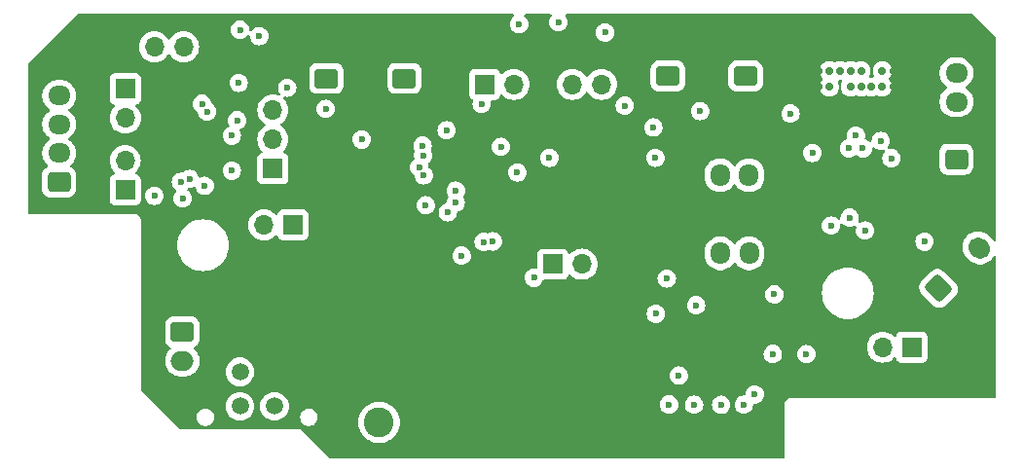
<source format=gbr>
%TF.GenerationSoftware,KiCad,Pcbnew,8.0.2-1*%
%TF.CreationDate,2024-05-26T17:37:46-04:00*%
%TF.ProjectId,checkpoint,63686563-6b70-46f6-996e-742e6b696361,v1.1*%
%TF.SameCoordinates,Original*%
%TF.FileFunction,Copper,L3,Inr*%
%TF.FilePolarity,Positive*%
%FSLAX46Y46*%
G04 Gerber Fmt 4.6, Leading zero omitted, Abs format (unit mm)*
G04 Created by KiCad (PCBNEW 8.0.2-1) date 2024-05-26 17:37:46*
%MOMM*%
%LPD*%
G01*
G04 APERTURE LIST*
G04 Aperture macros list*
%AMRoundRect*
0 Rectangle with rounded corners*
0 $1 Rounding radius*
0 $2 $3 $4 $5 $6 $7 $8 $9 X,Y pos of 4 corners*
0 Add a 4 corners polygon primitive as box body*
4,1,4,$2,$3,$4,$5,$6,$7,$8,$9,$2,$3,0*
0 Add four circle primitives for the rounded corners*
1,1,$1+$1,$2,$3*
1,1,$1+$1,$4,$5*
1,1,$1+$1,$6,$7*
1,1,$1+$1,$8,$9*
0 Add four rect primitives between the rounded corners*
20,1,$1+$1,$2,$3,$4,$5,0*
20,1,$1+$1,$4,$5,$6,$7,0*
20,1,$1+$1,$6,$7,$8,$9,0*
20,1,$1+$1,$8,$9,$2,$3,0*%
%AMHorizOval*
0 Thick line with rounded ends*
0 $1 width*
0 $2 $3 position (X,Y) of the first rounded end (center of the circle)*
0 $4 $5 position (X,Y) of the second rounded end (center of the circle)*
0 Add line between two ends*
20,1,$1,$2,$3,$4,$5,0*
0 Add two circle primitives to create the rounded ends*
1,1,$1,$2,$3*
1,1,$1,$4,$5*%
G04 Aperture macros list end*
%TA.AperFunction,ComponentPad*%
%ADD10RoundRect,0.250000X0.750000X-0.600000X0.750000X0.600000X-0.750000X0.600000X-0.750000X-0.600000X0*%
%TD*%
%TA.AperFunction,ComponentPad*%
%ADD11O,2.000000X1.700000*%
%TD*%
%TA.AperFunction,ComponentPad*%
%ADD12R,1.700000X1.700000*%
%TD*%
%TA.AperFunction,ComponentPad*%
%ADD13O,1.700000X1.700000*%
%TD*%
%TA.AperFunction,ComponentPad*%
%ADD14RoundRect,0.250000X-0.750000X0.600000X-0.750000X-0.600000X0.750000X-0.600000X0.750000X0.600000X0*%
%TD*%
%TA.AperFunction,ComponentPad*%
%ADD15R,2.600000X2.600000*%
%TD*%
%TA.AperFunction,ComponentPad*%
%ADD16C,2.600000*%
%TD*%
%TA.AperFunction,ComponentPad*%
%ADD17RoundRect,0.250000X0.600000X0.725000X-0.600000X0.725000X-0.600000X-0.725000X0.600000X-0.725000X0*%
%TD*%
%TA.AperFunction,ComponentPad*%
%ADD18O,1.700000X1.950000*%
%TD*%
%TA.AperFunction,ComponentPad*%
%ADD19C,0.600000*%
%TD*%
%TA.AperFunction,ComponentPad*%
%ADD20RoundRect,0.250000X0.725000X-0.600000X0.725000X0.600000X-0.725000X0.600000X-0.725000X-0.600000X0*%
%TD*%
%TA.AperFunction,ComponentPad*%
%ADD21O,1.950000X1.700000*%
%TD*%
%TA.AperFunction,ComponentPad*%
%ADD22RoundRect,0.150000X-0.150000X-0.150000X0.150000X-0.150000X0.150000X0.150000X-0.150000X0.150000X0*%
%TD*%
%TA.AperFunction,ComponentPad*%
%ADD23O,1.800000X0.900000*%
%TD*%
%TA.AperFunction,ComponentPad*%
%ADD24RoundRect,0.250001X0.499999X0.499999X-0.499999X0.499999X-0.499999X-0.499999X0.499999X-0.499999X0*%
%TD*%
%TA.AperFunction,ComponentPad*%
%ADD25C,1.500000*%
%TD*%
%TA.AperFunction,ComponentPad*%
%ADD26RoundRect,0.250000X0.088388X-0.936916X0.936916X-0.088388X-0.088388X0.936916X-0.936916X0.088388X0*%
%TD*%
%TA.AperFunction,ComponentPad*%
%ADD27HorizOval,1.700000X-0.088388X0.088388X0.088388X-0.088388X0*%
%TD*%
%TA.AperFunction,ViaPad*%
%ADD28C,0.600000*%
%TD*%
G04 APERTURE END LIST*
D10*
%TO.N,Net-(J1-Pin_1)*%
%TO.C,J1*%
X27039592Y-7108882D03*
D11*
%TO.N,GND*%
X27039592Y-4608882D03*
%TD*%
D12*
%TO.N,/CANBUS/120R*%
%TO.C,JP1*%
X24144592Y-19858882D03*
D13*
%TO.N,Net-(JP1-B)*%
X21604592Y-19858882D03*
%TD*%
D10*
%TO.N,Net-(J2-Pin_1)*%
%TO.C,J2*%
X33824592Y-7108882D03*
D11*
%TO.N,GND*%
X33824592Y-4608882D03*
%TD*%
D14*
%TO.N,CAN_N*%
%TO.C,J10*%
X14515000Y-29190000D03*
D11*
%TO.N,CAN_P*%
X14515000Y-31690000D03*
%TD*%
D15*
%TO.N,GND*%
%TO.C,J18*%
X31625000Y-31955000D03*
D16*
%TO.N,VOUT*%
X31625000Y-37035000D03*
%TD*%
D12*
%TO.N,+5V*%
%TO.C,JP2*%
X77953454Y-30490000D03*
D13*
%TO.N,Net-(D7-K)*%
X75413454Y-30490000D03*
%TD*%
D12*
%TO.N,FORCE_N*%
%TO.C,J8*%
X9539592Y-16788882D03*
D13*
%TO.N,RTDIN_N*%
X9539592Y-14248882D03*
%TD*%
D17*
%TO.N,GND*%
%TO.C,J15*%
X66300000Y-22320000D03*
D18*
%TO.N,+5V*%
X63800000Y-22320000D03*
%TO.N,Net-(J15-Pin_3)*%
X61300000Y-22320000D03*
%TD*%
D19*
%TO.N,GND*%
%TO.C,U6*%
X51479592Y-32178882D03*
X51479592Y-30978882D03*
X51479592Y-29678882D03*
X51479592Y-28578882D03*
X50279592Y-32178882D03*
X50279592Y-30978882D03*
X50279592Y-29678882D03*
X50279592Y-28578882D03*
%TD*%
D12*
%TO.N,+3.3V*%
%TO.C,J16*%
X40810000Y-7630000D03*
D13*
%TO.N,SWDIO*%
X43350000Y-7630000D03*
%TO.N,GND*%
X45890000Y-7630000D03*
%TO.N,SWCLK*%
X48430000Y-7630000D03*
%TO.N,RESET*%
X50970000Y-7630000D03*
%TD*%
D12*
%TO.N,GND*%
%TO.C,J6*%
X9534592Y-4358882D03*
D13*
%TO.N,FORCE2*%
X12074592Y-4358882D03*
%TO.N,FORCE_P*%
X14614592Y-4358882D03*
%TD*%
D10*
%TO.N,Net-(J3-Pin_1)*%
%TO.C,J3*%
X56739592Y-6908882D03*
D11*
%TO.N,GND*%
X56739592Y-4408882D03*
%TD*%
D12*
%TO.N,FORCE_P*%
%TO.C,J5*%
X9549592Y-8019471D03*
D13*
%TO.N,RTDIN_P*%
X9549592Y-10559471D03*
%TD*%
D12*
%TO.N,+3.3V*%
%TO.C,J11*%
X46719592Y-23278882D03*
D13*
%TO.N,SWCLK*%
X49259592Y-23278882D03*
%TD*%
D17*
%TO.N,GND*%
%TO.C,J14*%
X66290000Y-15535000D03*
D18*
%TO.N,+5V*%
X63790000Y-15535000D03*
%TO.N,SERVO_PWM*%
X61290000Y-15535000D03*
%TD*%
D20*
%TO.N,FORCE_N*%
%TO.C,J7*%
X3790000Y-16110000D03*
D21*
%TO.N,RTDIN_N*%
X3790000Y-13610000D03*
%TO.N,RTDIN_P*%
X3790000Y-11110000D03*
%TO.N,FORCE_P*%
X3790000Y-8610000D03*
%TD*%
D20*
%TO.N,+5V*%
%TO.C,J13*%
X81840000Y-14140000D03*
D21*
%TO.N,GND*%
X81840000Y-11640000D03*
%TO.N,I2C_SCL*%
X81840000Y-9140000D03*
%TO.N,I2C_SDA*%
X81840000Y-6640000D03*
%TD*%
D22*
%TO.N,GND*%
%TO.C,J17*%
X69840000Y-6450000D03*
%TO.N,VBUS*%
X70790000Y-6450000D03*
%TO.N,Net-(J17-CC1)*%
X71740000Y-6450000D03*
%TO.N,D_P*%
X72640000Y-6450000D03*
%TO.N,D_N*%
X73540000Y-6450000D03*
%TO.N,VBUS*%
X75390000Y-6450000D03*
%TO.N,GND*%
X76340000Y-6450000D03*
X76340000Y-7850000D03*
%TO.N,VBUS*%
X75390000Y-7850000D03*
%TO.N,Net-(J17-CC1)*%
X74440000Y-7850000D03*
%TO.N,D_P*%
X73540000Y-7850000D03*
%TO.N,D_N*%
X72640000Y-7850000D03*
%TO.N,VBUS*%
X70790000Y-7850000D03*
%TO.N,GND*%
X69840000Y-7850000D03*
D23*
X71090000Y-5220000D03*
X71090000Y-9080000D03*
X75090000Y-5220000D03*
X75090000Y-9080000D03*
%TD*%
D12*
%TO.N,430R*%
%TO.C,J9*%
X22379592Y-14958882D03*
D13*
%TO.N,ISENSOR*%
X22379592Y-12418882D03*
%TO.N,4300R*%
X22379592Y-9878882D03*
%TD*%
D10*
%TO.N,Net-(J4-Pin_1)*%
%TO.C,J4*%
X63509592Y-6908882D03*
D11*
%TO.N,GND*%
X63509592Y-4408882D03*
%TD*%
D24*
%TO.N,GND*%
%TO.C,J19*%
X22519592Y-32638882D03*
D25*
%TO.N,CAN_N*%
X19519592Y-32638882D03*
%TO.N,VIN*%
X22519592Y-35638882D03*
%TO.N,CAN_P*%
X19519592Y-35638882D03*
%TD*%
D26*
%TO.N,Net-(J12-Pin_1)*%
%TO.C,J12*%
X80271752Y-25377286D03*
D27*
%TO.N,GND*%
X82039519Y-23609519D03*
%TO.N,+5V*%
X83807286Y-21841752D03*
%TD*%
D28*
%TO.N,T0*%
X26970000Y-9760000D03*
X40550000Y-9320000D03*
%TO.N,GND*%
X12669592Y-14648882D03*
X43090000Y-18460000D03*
X23320000Y-24630000D03*
X22360000Y-25896382D03*
X31870000Y-12470000D03*
X6900000Y-17770000D03*
X23430000Y-25896382D03*
X22475000Y-24635000D03*
X16669592Y-11783293D03*
X31284592Y-11008882D03*
X26970000Y-25790000D03*
X43080000Y-16180000D03*
X31540000Y-15100000D03*
X73094591Y-10395643D03*
X31280000Y-12430000D03*
X14719592Y-13683293D03*
X31959592Y-10983882D03*
X46570000Y-3830000D03*
X6920000Y-6610000D03*
X15930000Y-18320000D03*
X34420000Y-22480000D03*
%TO.N,T3*%
X59550000Y-9950000D03*
X52990000Y-9480000D03*
%TO.N,+3.3V*%
X59195000Y-26855000D03*
X18810000Y-12090000D03*
X23630000Y-7920000D03*
X55470000Y-11380000D03*
X43810000Y-2390000D03*
X68790000Y-31100000D03*
X65870000Y-31080000D03*
X19400000Y-7500000D03*
X47221709Y-2230000D03*
X72560000Y-19235000D03*
X12069592Y-17320000D03*
X79070000Y-21310000D03*
X67410000Y-10170000D03*
X18810000Y-15140000D03*
X19520000Y-2880000D03*
X51270000Y-3120000D03*
%TO.N,+5V*%
X63350000Y-35500000D03*
X56850000Y-35480000D03*
X30110000Y-12430000D03*
X66000000Y-25900000D03*
X61369592Y-35508882D03*
X59020000Y-35500000D03*
X55700000Y-27590000D03*
X64290000Y-34610000D03*
%TO.N,RESET*%
X46435044Y-14016426D03*
X55660808Y-14020000D03*
%TO.N,Y_ENDSTOP*%
X69310000Y-13600000D03*
X42210000Y-13060000D03*
%TO.N,VBUS*%
X76190000Y-14060000D03*
X73094592Y-12095643D03*
X75260000Y-12550000D03*
%TO.N,Net-(J1-Pin_1)*%
X21190000Y-3430000D03*
%TO.N,RGB_DATA*%
X56645000Y-24520000D03*
X45090000Y-24450000D03*
%TO.N,ISENSOR*%
X16220000Y-9320000D03*
%TO.N,SERVO_PWM*%
X43645000Y-15285000D03*
%TO.N,SWCLK*%
X37599884Y-18758660D03*
X38810000Y-22540000D03*
%TO.N,SWDIO*%
X37504592Y-11620000D03*
X35690240Y-18141381D03*
X57700000Y-32970000D03*
%TO.N,MISO*%
X16459410Y-16460882D03*
X35457517Y-13807517D03*
%TO.N,PT_CS*%
X35500000Y-15550000D03*
X14534000Y-17544000D03*
%TO.N,MOSI*%
X35106331Y-14829748D03*
X14383721Y-16108025D03*
%TO.N,Net-(U1-BIAS)*%
X19275000Y-10760000D03*
X16665735Y-9994265D03*
%TO.N,SCK*%
X15144592Y-15860882D03*
X35400000Y-12970000D03*
%TO.N,USB_N*%
X38300000Y-16880000D03*
X72486347Y-13192894D03*
%TO.N,USB_P*%
X73701277Y-13196655D03*
X38290000Y-17910000D03*
%TO.N,I2C_SDA*%
X41525814Y-21289226D03*
X70930000Y-19920000D03*
%TO.N,I2C_SCL*%
X73890000Y-20340000D03*
X40721865Y-21333633D03*
%TD*%
%TA.AperFunction,Conductor*%
%TO.N,GND*%
G36*
X43329797Y-1537685D02*
G01*
X43375552Y-1590489D01*
X43385496Y-1659647D01*
X43356471Y-1723203D01*
X43328730Y-1746994D01*
X43307737Y-1760184D01*
X43180184Y-1887737D01*
X43084211Y-2040476D01*
X43024631Y-2210745D01*
X43024630Y-2210750D01*
X43004435Y-2389996D01*
X43004435Y-2390003D01*
X43024630Y-2569249D01*
X43024631Y-2569254D01*
X43084211Y-2739523D01*
X43122327Y-2800184D01*
X43180184Y-2892262D01*
X43307738Y-3019816D01*
X43460478Y-3115789D01*
X43556287Y-3149314D01*
X43630745Y-3175368D01*
X43630750Y-3175369D01*
X43809996Y-3195565D01*
X43810000Y-3195565D01*
X43810004Y-3195565D01*
X43989249Y-3175369D01*
X43989252Y-3175368D01*
X43989255Y-3175368D01*
X44147499Y-3119996D01*
X50464435Y-3119996D01*
X50464435Y-3120003D01*
X50484630Y-3299249D01*
X50484631Y-3299254D01*
X50544211Y-3469523D01*
X50632011Y-3609255D01*
X50640184Y-3622262D01*
X50767738Y-3749816D01*
X50920478Y-3845789D01*
X51037821Y-3886849D01*
X51090745Y-3905368D01*
X51090750Y-3905369D01*
X51269996Y-3925565D01*
X51270000Y-3925565D01*
X51270004Y-3925565D01*
X51449249Y-3905369D01*
X51449252Y-3905368D01*
X51449255Y-3905368D01*
X51619522Y-3845789D01*
X51772262Y-3749816D01*
X51899816Y-3622262D01*
X51995789Y-3469522D01*
X52055368Y-3299255D01*
X52067051Y-3195565D01*
X52075565Y-3120003D01*
X52075565Y-3119996D01*
X52055369Y-2940750D01*
X52055368Y-2940745D01*
X52038403Y-2892262D01*
X51995789Y-2770478D01*
X51899816Y-2617738D01*
X51772262Y-2490184D01*
X51619523Y-2394211D01*
X51449254Y-2334631D01*
X51449249Y-2334630D01*
X51270004Y-2314435D01*
X51269996Y-2314435D01*
X51090750Y-2334630D01*
X51090745Y-2334631D01*
X50920476Y-2394211D01*
X50767737Y-2490184D01*
X50640184Y-2617737D01*
X50544211Y-2770476D01*
X50484631Y-2940745D01*
X50484630Y-2940750D01*
X50464435Y-3119996D01*
X44147499Y-3119996D01*
X44159522Y-3115789D01*
X44312262Y-3019816D01*
X44439816Y-2892262D01*
X44535789Y-2739522D01*
X44595368Y-2569255D01*
X44599737Y-2530478D01*
X44615565Y-2390003D01*
X44615565Y-2389996D01*
X44595369Y-2210750D01*
X44595368Y-2210745D01*
X44554738Y-2094631D01*
X44535789Y-2040478D01*
X44439816Y-1887738D01*
X44312262Y-1760184D01*
X44291269Y-1746993D01*
X44244979Y-1694659D01*
X44234331Y-1625605D01*
X44262706Y-1561757D01*
X44321096Y-1523385D01*
X44357242Y-1518000D01*
X46502269Y-1518000D01*
X46569308Y-1537685D01*
X46615063Y-1590489D01*
X46625007Y-1659647D01*
X46595982Y-1723203D01*
X46592692Y-1726735D01*
X46591893Y-1727737D01*
X46495920Y-1880476D01*
X46436340Y-2050745D01*
X46436339Y-2050750D01*
X46416144Y-2229996D01*
X46416144Y-2230003D01*
X46436339Y-2409249D01*
X46436340Y-2409254D01*
X46495920Y-2579523D01*
X46572093Y-2700750D01*
X46591893Y-2732262D01*
X46719447Y-2859816D01*
X46794874Y-2907210D01*
X46848252Y-2940750D01*
X46872187Y-2955789D01*
X47007746Y-3003223D01*
X47042454Y-3015368D01*
X47042459Y-3015369D01*
X47221705Y-3035565D01*
X47221709Y-3035565D01*
X47221713Y-3035565D01*
X47400958Y-3015369D01*
X47400961Y-3015368D01*
X47400964Y-3015368D01*
X47571231Y-2955789D01*
X47723971Y-2859816D01*
X47851525Y-2732262D01*
X47947498Y-2579522D01*
X48007077Y-2409255D01*
X48009246Y-2390003D01*
X48027274Y-2230003D01*
X48027274Y-2229996D01*
X48007078Y-2050750D01*
X48007077Y-2050745D01*
X47947497Y-1880476D01*
X47851524Y-1727737D01*
X47847184Y-1722295D01*
X47848752Y-1721044D01*
X47819983Y-1668358D01*
X47824967Y-1598666D01*
X47866839Y-1542733D01*
X47932303Y-1518316D01*
X47941149Y-1518000D01*
X83210929Y-1518000D01*
X83277968Y-1537685D01*
X83298609Y-1554318D01*
X85257774Y-3513495D01*
X85291258Y-3574817D01*
X85294092Y-3601175D01*
X85294092Y-21183461D01*
X85274407Y-21250500D01*
X85221603Y-21296255D01*
X85152445Y-21306199D01*
X85088889Y-21277174D01*
X85059607Y-21239756D01*
X85050724Y-21222323D01*
X85041321Y-21209381D01*
X84925778Y-21050349D01*
X84598689Y-20723260D01*
X84426714Y-20598313D01*
X84237310Y-20501807D01*
X84035141Y-20436118D01*
X84035139Y-20436117D01*
X84035138Y-20436117D01*
X83873855Y-20410572D01*
X83825185Y-20402864D01*
X83612611Y-20402864D01*
X83563940Y-20410572D01*
X83402658Y-20436117D01*
X83200483Y-20501808D01*
X83011081Y-20598313D01*
X82839104Y-20723262D01*
X82688796Y-20873570D01*
X82563847Y-21045547D01*
X82467342Y-21234949D01*
X82467341Y-21234951D01*
X82467341Y-21234952D01*
X82441262Y-21315214D01*
X82401651Y-21437124D01*
X82368398Y-21647077D01*
X82368398Y-21859650D01*
X82400038Y-22059421D01*
X82401652Y-22069607D01*
X82467341Y-22271776D01*
X82563847Y-22461180D01*
X82688794Y-22633155D01*
X83015883Y-22960244D01*
X83187858Y-23085191D01*
X83377262Y-23181697D01*
X83579431Y-23247386D01*
X83789387Y-23280640D01*
X83789388Y-23280640D01*
X84001960Y-23280640D01*
X84001961Y-23280640D01*
X84211917Y-23247386D01*
X84414086Y-23181697D01*
X84603490Y-23085191D01*
X84775465Y-22960244D01*
X84925778Y-22809931D01*
X85050725Y-22637956D01*
X85059607Y-22620523D01*
X85107580Y-22569728D01*
X85175401Y-22552932D01*
X85241536Y-22575468D01*
X85284988Y-22630183D01*
X85294092Y-22676818D01*
X85294092Y-34764382D01*
X85274407Y-34831421D01*
X85221603Y-34877176D01*
X85170092Y-34888382D01*
X67353700Y-34888382D01*
X67226404Y-34922490D01*
X67112278Y-34988382D01*
X67112275Y-34988384D01*
X67019094Y-35081565D01*
X67019092Y-35081568D01*
X66953200Y-35195694D01*
X66919092Y-35322990D01*
X66919092Y-40034382D01*
X66899407Y-40101421D01*
X66846603Y-40147176D01*
X66795092Y-40158382D01*
X27372552Y-40158382D01*
X27305513Y-40138697D01*
X27284871Y-40122063D01*
X24997259Y-37834451D01*
X24986881Y-37822617D01*
X24893526Y-37729262D01*
X24893524Y-37729260D01*
X24836460Y-37696314D01*
X24779397Y-37663368D01*
X24715749Y-37646314D01*
X24652102Y-37629260D01*
X24652101Y-37629260D01*
X14360659Y-37629260D01*
X14293620Y-37609575D01*
X14272978Y-37592941D01*
X13184011Y-36503974D01*
X15759092Y-36503974D01*
X15759092Y-36653789D01*
X15788315Y-36800704D01*
X15788317Y-36800712D01*
X15845643Y-36939111D01*
X15845648Y-36939120D01*
X15928872Y-37063672D01*
X15928875Y-37063676D01*
X16034797Y-37169598D01*
X16034801Y-37169601D01*
X16159353Y-37252825D01*
X16159359Y-37252828D01*
X16159360Y-37252829D01*
X16297762Y-37310157D01*
X16444684Y-37339381D01*
X16444688Y-37339382D01*
X16444689Y-37339382D01*
X16594496Y-37339382D01*
X16594497Y-37339381D01*
X16741422Y-37310157D01*
X16879824Y-37252829D01*
X17004383Y-37169601D01*
X17110311Y-37063673D01*
X17193539Y-36939114D01*
X17250867Y-36800712D01*
X17280092Y-36653785D01*
X17280092Y-36503979D01*
X17250867Y-36357052D01*
X17193539Y-36218650D01*
X17193538Y-36218649D01*
X17193535Y-36218643D01*
X17110311Y-36094091D01*
X17110308Y-36094087D01*
X17004386Y-35988165D01*
X17004382Y-35988162D01*
X16879830Y-35904938D01*
X16879821Y-35904933D01*
X16741422Y-35847607D01*
X16741414Y-35847605D01*
X16594499Y-35818382D01*
X16594495Y-35818382D01*
X16444689Y-35818382D01*
X16444684Y-35818382D01*
X16297769Y-35847605D01*
X16297761Y-35847607D01*
X16159362Y-35904933D01*
X16159353Y-35904938D01*
X16034801Y-35988162D01*
X16034797Y-35988165D01*
X15928875Y-36094087D01*
X15928872Y-36094091D01*
X15845648Y-36218643D01*
X15845643Y-36218652D01*
X15788317Y-36357051D01*
X15788315Y-36357059D01*
X15759092Y-36503974D01*
X13184011Y-36503974D01*
X12318916Y-35638879D01*
X18264315Y-35638879D01*
X18264315Y-35638884D01*
X18267847Y-35679254D01*
X18283246Y-35855274D01*
X18283385Y-35856857D01*
X18283385Y-35856861D01*
X18340014Y-36068204D01*
X18340016Y-36068208D01*
X18340017Y-36068212D01*
X18372885Y-36138697D01*
X18432489Y-36266520D01*
X18445825Y-36285565D01*
X18557994Y-36445759D01*
X18712715Y-36600480D01*
X18891953Y-36725984D01*
X19090262Y-36818457D01*
X19301615Y-36875089D01*
X19484518Y-36891090D01*
X19519590Y-36894159D01*
X19519592Y-36894159D01*
X19519594Y-36894159D01*
X19547846Y-36891687D01*
X19737569Y-36875089D01*
X19948922Y-36818457D01*
X20147231Y-36725984D01*
X20326469Y-36600480D01*
X20481190Y-36445759D01*
X20606694Y-36266521D01*
X20699167Y-36068212D01*
X20755799Y-35856859D01*
X20774869Y-35638882D01*
X20774869Y-35638879D01*
X21264315Y-35638879D01*
X21264315Y-35638884D01*
X21267847Y-35679254D01*
X21283246Y-35855274D01*
X21283385Y-35856857D01*
X21283385Y-35856861D01*
X21340014Y-36068204D01*
X21340016Y-36068208D01*
X21340017Y-36068212D01*
X21372885Y-36138697D01*
X21432489Y-36266520D01*
X21445825Y-36285565D01*
X21557994Y-36445759D01*
X21712715Y-36600480D01*
X21891953Y-36725984D01*
X22090262Y-36818457D01*
X22301615Y-36875089D01*
X22484518Y-36891090D01*
X22519590Y-36894159D01*
X22519592Y-36894159D01*
X22519594Y-36894159D01*
X22547846Y-36891687D01*
X22737569Y-36875089D01*
X22948922Y-36818457D01*
X23147231Y-36725984D01*
X23326469Y-36600480D01*
X23422975Y-36503974D01*
X24759092Y-36503974D01*
X24759092Y-36653789D01*
X24788315Y-36800704D01*
X24788317Y-36800712D01*
X24845643Y-36939111D01*
X24845648Y-36939120D01*
X24928872Y-37063672D01*
X24928875Y-37063676D01*
X25034797Y-37169598D01*
X25034801Y-37169601D01*
X25159353Y-37252825D01*
X25159359Y-37252828D01*
X25159360Y-37252829D01*
X25297762Y-37310157D01*
X25444684Y-37339381D01*
X25444688Y-37339382D01*
X25444689Y-37339382D01*
X25594496Y-37339382D01*
X25594497Y-37339381D01*
X25741422Y-37310157D01*
X25879824Y-37252829D01*
X26004383Y-37169601D01*
X26110311Y-37063673D01*
X26129473Y-37034995D01*
X29819451Y-37034995D01*
X29819451Y-37035004D01*
X29839616Y-37304101D01*
X29899664Y-37567188D01*
X29899666Y-37567195D01*
X29963272Y-37729260D01*
X29998257Y-37818398D01*
X30133185Y-38052102D01*
X30269080Y-38222509D01*
X30301442Y-38263089D01*
X30488183Y-38436358D01*
X30499259Y-38446635D01*
X30722226Y-38598651D01*
X30965359Y-38715738D01*
X31223228Y-38795280D01*
X31223229Y-38795280D01*
X31223232Y-38795281D01*
X31490063Y-38835499D01*
X31490068Y-38835499D01*
X31490071Y-38835500D01*
X31490072Y-38835500D01*
X31759928Y-38835500D01*
X31759929Y-38835500D01*
X31759936Y-38835499D01*
X32026767Y-38795281D01*
X32026768Y-38795280D01*
X32026772Y-38795280D01*
X32284641Y-38715738D01*
X32527775Y-38598651D01*
X32750741Y-38446635D01*
X32948561Y-38263085D01*
X33116815Y-38052102D01*
X33251743Y-37818398D01*
X33350334Y-37567195D01*
X33410383Y-37304103D01*
X33428400Y-37063676D01*
X33430549Y-37035004D01*
X33430549Y-37034995D01*
X33410383Y-36765898D01*
X33384794Y-36653785D01*
X33350334Y-36502805D01*
X33251743Y-36251602D01*
X33116815Y-36017898D01*
X32948561Y-35806915D01*
X32948560Y-35806914D01*
X32948557Y-35806910D01*
X32750741Y-35623365D01*
X32540458Y-35479996D01*
X56044435Y-35479996D01*
X56044435Y-35480003D01*
X56064630Y-35659249D01*
X56064631Y-35659254D01*
X56124211Y-35829523D01*
X56171595Y-35904933D01*
X56220184Y-35982262D01*
X56347738Y-36109816D01*
X56500478Y-36205789D01*
X56631404Y-36251602D01*
X56670745Y-36265368D01*
X56670750Y-36265369D01*
X56849996Y-36285565D01*
X56850000Y-36285565D01*
X56850004Y-36285565D01*
X57029249Y-36265369D01*
X57029252Y-36265368D01*
X57029255Y-36265368D01*
X57199522Y-36205789D01*
X57352262Y-36109816D01*
X57479816Y-35982262D01*
X57575789Y-35829522D01*
X57635368Y-35659255D01*
X57635369Y-35659249D01*
X57653312Y-35499996D01*
X58214435Y-35499996D01*
X58214435Y-35500003D01*
X58234630Y-35679249D01*
X58234631Y-35679254D01*
X58294211Y-35849523D01*
X58329028Y-35904933D01*
X58390184Y-36002262D01*
X58517738Y-36129816D01*
X58531874Y-36138698D01*
X58659119Y-36218652D01*
X58670478Y-36225789D01*
X58840745Y-36285368D01*
X58840750Y-36285369D01*
X59019996Y-36305565D01*
X59020000Y-36305565D01*
X59020004Y-36305565D01*
X59199249Y-36285369D01*
X59199252Y-36285368D01*
X59199255Y-36285368D01*
X59369522Y-36225789D01*
X59522262Y-36129816D01*
X59649816Y-36002262D01*
X59745789Y-35849522D01*
X59805368Y-35679255D01*
X59805369Y-35679249D01*
X59824565Y-35508878D01*
X60564027Y-35508878D01*
X60564027Y-35508885D01*
X60584222Y-35688131D01*
X60584223Y-35688136D01*
X60643803Y-35858405D01*
X60673039Y-35904933D01*
X60739776Y-36011144D01*
X60867330Y-36138698D01*
X60957672Y-36195464D01*
X61005932Y-36225788D01*
X61020070Y-36234671D01*
X61111092Y-36266521D01*
X61190337Y-36294250D01*
X61190342Y-36294251D01*
X61369588Y-36314447D01*
X61369592Y-36314447D01*
X61369596Y-36314447D01*
X61548841Y-36294251D01*
X61548844Y-36294250D01*
X61548847Y-36294250D01*
X61719114Y-36234671D01*
X61871854Y-36138698D01*
X61999408Y-36011144D01*
X62095381Y-35858404D01*
X62154960Y-35688137D01*
X62155961Y-35679254D01*
X62175157Y-35508885D01*
X62175157Y-35508878D01*
X62174156Y-35499996D01*
X62544435Y-35499996D01*
X62544435Y-35500003D01*
X62564630Y-35679249D01*
X62564631Y-35679254D01*
X62624211Y-35849523D01*
X62659028Y-35904933D01*
X62720184Y-36002262D01*
X62847738Y-36129816D01*
X62861874Y-36138698D01*
X62989119Y-36218652D01*
X63000478Y-36225789D01*
X63170745Y-36285368D01*
X63170750Y-36285369D01*
X63349996Y-36305565D01*
X63350000Y-36305565D01*
X63350004Y-36305565D01*
X63529249Y-36285369D01*
X63529252Y-36285368D01*
X63529255Y-36285368D01*
X63699522Y-36225789D01*
X63852262Y-36129816D01*
X63979816Y-36002262D01*
X64075789Y-35849522D01*
X64135368Y-35679255D01*
X64137622Y-35659255D01*
X64152761Y-35524887D01*
X64179827Y-35460473D01*
X64237422Y-35420918D01*
X64283036Y-35416249D01*
X64283036Y-35415565D01*
X64289719Y-35415565D01*
X64289866Y-35415550D01*
X64289999Y-35415565D01*
X64290000Y-35415565D01*
X64290004Y-35415565D01*
X64469249Y-35395369D01*
X64469252Y-35395368D01*
X64469255Y-35395368D01*
X64639522Y-35335789D01*
X64792262Y-35239816D01*
X64919816Y-35112262D01*
X65015789Y-34959522D01*
X65075368Y-34789255D01*
X65075369Y-34789249D01*
X65095565Y-34610003D01*
X65095565Y-34609996D01*
X65075369Y-34430750D01*
X65075368Y-34430745D01*
X65015788Y-34260476D01*
X64919815Y-34107737D01*
X64792262Y-33980184D01*
X64639523Y-33884211D01*
X64469254Y-33824631D01*
X64469249Y-33824630D01*
X64290004Y-33804435D01*
X64289996Y-33804435D01*
X64110750Y-33824630D01*
X64110745Y-33824631D01*
X63940476Y-33884211D01*
X63787737Y-33980184D01*
X63660184Y-34107737D01*
X63564211Y-34260476D01*
X63504631Y-34430745D01*
X63504630Y-34430749D01*
X63487238Y-34585113D01*
X63460171Y-34649527D01*
X63402576Y-34689082D01*
X63356963Y-34693753D01*
X63356963Y-34694435D01*
X63350306Y-34694435D01*
X63350150Y-34694451D01*
X63350008Y-34694435D01*
X63349996Y-34694435D01*
X63170750Y-34714630D01*
X63170745Y-34714631D01*
X63000476Y-34774211D01*
X62847737Y-34870184D01*
X62720184Y-34997737D01*
X62624211Y-35150476D01*
X62564631Y-35320745D01*
X62564630Y-35320750D01*
X62544435Y-35499996D01*
X62174156Y-35499996D01*
X62154961Y-35329632D01*
X62154960Y-35329627D01*
X62151852Y-35320745D01*
X62095381Y-35159360D01*
X61999408Y-35006620D01*
X61871854Y-34879066D01*
X61796954Y-34832003D01*
X61719115Y-34783093D01*
X61548846Y-34723513D01*
X61548841Y-34723512D01*
X61369596Y-34703317D01*
X61369588Y-34703317D01*
X61190342Y-34723512D01*
X61190337Y-34723513D01*
X61020068Y-34783093D01*
X60867329Y-34879066D01*
X60739776Y-35006619D01*
X60643803Y-35159358D01*
X60584223Y-35329627D01*
X60584222Y-35329632D01*
X60564027Y-35508878D01*
X59824565Y-35508878D01*
X59825565Y-35500003D01*
X59825565Y-35499996D01*
X59805369Y-35320750D01*
X59805368Y-35320745D01*
X59777049Y-35239815D01*
X59745789Y-35150478D01*
X59649816Y-34997738D01*
X59522262Y-34870184D01*
X59490432Y-34850184D01*
X59369523Y-34774211D01*
X59199254Y-34714631D01*
X59199249Y-34714630D01*
X59020004Y-34694435D01*
X59019996Y-34694435D01*
X58840750Y-34714630D01*
X58840745Y-34714631D01*
X58670476Y-34774211D01*
X58517737Y-34870184D01*
X58390184Y-34997737D01*
X58294211Y-35150476D01*
X58234631Y-35320745D01*
X58234630Y-35320750D01*
X58214435Y-35499996D01*
X57653312Y-35499996D01*
X57655565Y-35480003D01*
X57655565Y-35479996D01*
X57635369Y-35300750D01*
X57635368Y-35300745D01*
X57612188Y-35234500D01*
X57575789Y-35130478D01*
X57479816Y-34977738D01*
X57352262Y-34850184D01*
X57323332Y-34832006D01*
X57199523Y-34754211D01*
X57029254Y-34694631D01*
X57029249Y-34694630D01*
X56850004Y-34674435D01*
X56849996Y-34674435D01*
X56670750Y-34694630D01*
X56670745Y-34694631D01*
X56500476Y-34754211D01*
X56347737Y-34850184D01*
X56220184Y-34977737D01*
X56124211Y-35130476D01*
X56064631Y-35300745D01*
X56064630Y-35300750D01*
X56044435Y-35479996D01*
X32540458Y-35479996D01*
X32527775Y-35471349D01*
X32527769Y-35471346D01*
X32527768Y-35471345D01*
X32527767Y-35471344D01*
X32284643Y-35354263D01*
X32284645Y-35354263D01*
X32026773Y-35274720D01*
X32026767Y-35274718D01*
X31759936Y-35234500D01*
X31759929Y-35234500D01*
X31490071Y-35234500D01*
X31490063Y-35234500D01*
X31223232Y-35274718D01*
X31223226Y-35274720D01*
X30965358Y-35354262D01*
X30722230Y-35471346D01*
X30499258Y-35623365D01*
X30301442Y-35806910D01*
X30133185Y-36017898D01*
X29998258Y-36251599D01*
X29998256Y-36251603D01*
X29899666Y-36502804D01*
X29899664Y-36502811D01*
X29839616Y-36765898D01*
X29819451Y-37034995D01*
X26129473Y-37034995D01*
X26193539Y-36939114D01*
X26250867Y-36800712D01*
X26280092Y-36653785D01*
X26280092Y-36503979D01*
X26250867Y-36357052D01*
X26193539Y-36218650D01*
X26193538Y-36218649D01*
X26193535Y-36218643D01*
X26110311Y-36094091D01*
X26110308Y-36094087D01*
X26004386Y-35988165D01*
X26004382Y-35988162D01*
X25879830Y-35904938D01*
X25879821Y-35904933D01*
X25741422Y-35847607D01*
X25741414Y-35847605D01*
X25594499Y-35818382D01*
X25594495Y-35818382D01*
X25444689Y-35818382D01*
X25444684Y-35818382D01*
X25297769Y-35847605D01*
X25297761Y-35847607D01*
X25159362Y-35904933D01*
X25159353Y-35904938D01*
X25034801Y-35988162D01*
X25034797Y-35988165D01*
X24928875Y-36094087D01*
X24928872Y-36094091D01*
X24845648Y-36218643D01*
X24845643Y-36218652D01*
X24788317Y-36357051D01*
X24788315Y-36357059D01*
X24759092Y-36503974D01*
X23422975Y-36503974D01*
X23481190Y-36445759D01*
X23606694Y-36266521D01*
X23699167Y-36068212D01*
X23755799Y-35856859D01*
X23774869Y-35638882D01*
X23773511Y-35623365D01*
X23771161Y-35596500D01*
X23755799Y-35420905D01*
X23699167Y-35209552D01*
X23606694Y-35011244D01*
X23606692Y-35011241D01*
X23606691Y-35011239D01*
X23481191Y-34832006D01*
X23413567Y-34764382D01*
X23326469Y-34677284D01*
X23147231Y-34551780D01*
X23147232Y-34551780D01*
X23147230Y-34551779D01*
X23004385Y-34485170D01*
X22948922Y-34459307D01*
X22948918Y-34459306D01*
X22948914Y-34459304D01*
X22737569Y-34402675D01*
X22519594Y-34383605D01*
X22519590Y-34383605D01*
X22374274Y-34396318D01*
X22301615Y-34402675D01*
X22301612Y-34402675D01*
X22090269Y-34459304D01*
X22090260Y-34459308D01*
X21891953Y-34551780D01*
X21891949Y-34551782D01*
X21712713Y-34677284D01*
X21557994Y-34832003D01*
X21432492Y-35011239D01*
X21432490Y-35011243D01*
X21340018Y-35209550D01*
X21340014Y-35209559D01*
X21283385Y-35420902D01*
X21283385Y-35420906D01*
X21264315Y-35638879D01*
X20774869Y-35638879D01*
X20773511Y-35623365D01*
X20771161Y-35596500D01*
X20755799Y-35420905D01*
X20699167Y-35209552D01*
X20606694Y-35011244D01*
X20606692Y-35011241D01*
X20606691Y-35011239D01*
X20481191Y-34832006D01*
X20413567Y-34764382D01*
X20326469Y-34677284D01*
X20147231Y-34551780D01*
X20147232Y-34551780D01*
X20147230Y-34551779D01*
X20004385Y-34485170D01*
X19948922Y-34459307D01*
X19948918Y-34459306D01*
X19948914Y-34459304D01*
X19737569Y-34402675D01*
X19519594Y-34383605D01*
X19519590Y-34383605D01*
X19374274Y-34396318D01*
X19301615Y-34402675D01*
X19301612Y-34402675D01*
X19090269Y-34459304D01*
X19090260Y-34459308D01*
X18891953Y-34551780D01*
X18891949Y-34551782D01*
X18712713Y-34677284D01*
X18557994Y-34832003D01*
X18432492Y-35011239D01*
X18432490Y-35011243D01*
X18340018Y-35209550D01*
X18340014Y-35209559D01*
X18283385Y-35420902D01*
X18283385Y-35420906D01*
X18264315Y-35638879D01*
X12318916Y-35638879D01*
X10931411Y-34251374D01*
X10897926Y-34190051D01*
X10895092Y-34163693D01*
X10895092Y-28539983D01*
X13014500Y-28539983D01*
X13014500Y-29840001D01*
X13014501Y-29840018D01*
X13025000Y-29942796D01*
X13025001Y-29942799D01*
X13080185Y-30109331D01*
X13080186Y-30109334D01*
X13169781Y-30254592D01*
X13172289Y-30258657D01*
X13296344Y-30382712D01*
X13451120Y-30478178D01*
X13497845Y-30530126D01*
X13509068Y-30599088D01*
X13481224Y-30663171D01*
X13473706Y-30671398D01*
X13334889Y-30810215D01*
X13209951Y-30982179D01*
X13113444Y-31171585D01*
X13047753Y-31373760D01*
X13034204Y-31459307D01*
X13014500Y-31583713D01*
X13014500Y-31796287D01*
X13047754Y-32006243D01*
X13105716Y-32184632D01*
X13113444Y-32208414D01*
X13209951Y-32397820D01*
X13334890Y-32569786D01*
X13485213Y-32720109D01*
X13657179Y-32845048D01*
X13657181Y-32845049D01*
X13657184Y-32845051D01*
X13846588Y-32941557D01*
X14048757Y-33007246D01*
X14258713Y-33040500D01*
X14258714Y-33040500D01*
X14771286Y-33040500D01*
X14771287Y-33040500D01*
X14981243Y-33007246D01*
X15183412Y-32941557D01*
X15372816Y-32845051D01*
X15394789Y-32829086D01*
X15544786Y-32720109D01*
X15544788Y-32720106D01*
X15544792Y-32720104D01*
X15626017Y-32638879D01*
X18264315Y-32638879D01*
X18264315Y-32638884D01*
X18283385Y-32856857D01*
X18283385Y-32856861D01*
X18340014Y-33068204D01*
X18340016Y-33068208D01*
X18340017Y-33068212D01*
X18377805Y-33149249D01*
X18432489Y-33266520D01*
X18432490Y-33266521D01*
X18557994Y-33445759D01*
X18712715Y-33600480D01*
X18891953Y-33725984D01*
X19090262Y-33818457D01*
X19301615Y-33875089D01*
X19484518Y-33891090D01*
X19519590Y-33894159D01*
X19519592Y-33894159D01*
X19519594Y-33894159D01*
X19547846Y-33891687D01*
X19737569Y-33875089D01*
X19948922Y-33818457D01*
X20147231Y-33725984D01*
X20326469Y-33600480D01*
X20481190Y-33445759D01*
X20606694Y-33266521D01*
X20699167Y-33068212D01*
X20725484Y-32969996D01*
X56894435Y-32969996D01*
X56894435Y-32970003D01*
X56914630Y-33149249D01*
X56914631Y-33149254D01*
X56974211Y-33319523D01*
X57070184Y-33472262D01*
X57197738Y-33599816D01*
X57350478Y-33695789D01*
X57520745Y-33755368D01*
X57520750Y-33755369D01*
X57699996Y-33775565D01*
X57700000Y-33775565D01*
X57700004Y-33775565D01*
X57879249Y-33755369D01*
X57879252Y-33755368D01*
X57879255Y-33755368D01*
X58049522Y-33695789D01*
X58202262Y-33599816D01*
X58329816Y-33472262D01*
X58425789Y-33319522D01*
X58485368Y-33149255D01*
X58494499Y-33068213D01*
X58505565Y-32970003D01*
X58505565Y-32969996D01*
X58485369Y-32790750D01*
X58485368Y-32790745D01*
X58460650Y-32720104D01*
X58425789Y-32620478D01*
X58329816Y-32467738D01*
X58202262Y-32340184D01*
X58049523Y-32244211D01*
X57879254Y-32184631D01*
X57879249Y-32184630D01*
X57700004Y-32164435D01*
X57699996Y-32164435D01*
X57520750Y-32184630D01*
X57520745Y-32184631D01*
X57350476Y-32244211D01*
X57197737Y-32340184D01*
X57070184Y-32467737D01*
X56974211Y-32620476D01*
X56914631Y-32790745D01*
X56914630Y-32790750D01*
X56894435Y-32969996D01*
X20725484Y-32969996D01*
X20755799Y-32856859D01*
X20774869Y-32638882D01*
X20755799Y-32420905D01*
X20699167Y-32209552D01*
X20606694Y-32011244D01*
X20606692Y-32011241D01*
X20606691Y-32011239D01*
X20481191Y-31832006D01*
X20413086Y-31763901D01*
X20326469Y-31677284D01*
X20147231Y-31551780D01*
X20147232Y-31551780D01*
X20147230Y-31551779D01*
X20048076Y-31505543D01*
X19948922Y-31459307D01*
X19948918Y-31459306D01*
X19948914Y-31459304D01*
X19737569Y-31402675D01*
X19519594Y-31383605D01*
X19519590Y-31383605D01*
X19374274Y-31396318D01*
X19301615Y-31402675D01*
X19301612Y-31402675D01*
X19090269Y-31459304D01*
X19090260Y-31459308D01*
X18891953Y-31551780D01*
X18891949Y-31551782D01*
X18712713Y-31677284D01*
X18557994Y-31832003D01*
X18432492Y-32011239D01*
X18432490Y-32011243D01*
X18340018Y-32209550D01*
X18340014Y-32209559D01*
X18283385Y-32420902D01*
X18283385Y-32420906D01*
X18264315Y-32638879D01*
X15626017Y-32638879D01*
X15695104Y-32569792D01*
X15695106Y-32569788D01*
X15695109Y-32569786D01*
X15820048Y-32397820D01*
X15820047Y-32397820D01*
X15820051Y-32397816D01*
X15916557Y-32208412D01*
X15982246Y-32006243D01*
X16015500Y-31796287D01*
X16015500Y-31583713D01*
X15982246Y-31373757D01*
X15916557Y-31171588D01*
X15869889Y-31079996D01*
X65064435Y-31079996D01*
X65064435Y-31080003D01*
X65084630Y-31259249D01*
X65084631Y-31259254D01*
X65144211Y-31429523D01*
X65206400Y-31528495D01*
X65240184Y-31582262D01*
X65367738Y-31709816D01*
X65399568Y-31729816D01*
X65505355Y-31796287D01*
X65520478Y-31805789D01*
X65634420Y-31845659D01*
X65690745Y-31865368D01*
X65690750Y-31865369D01*
X65869996Y-31885565D01*
X65870000Y-31885565D01*
X65870004Y-31885565D01*
X66049249Y-31865369D01*
X66049252Y-31865368D01*
X66049255Y-31865368D01*
X66219522Y-31805789D01*
X66372262Y-31709816D01*
X66499816Y-31582262D01*
X66595789Y-31429522D01*
X66655368Y-31259255D01*
X66669406Y-31134663D01*
X66673312Y-31099996D01*
X67984435Y-31099996D01*
X67984435Y-31100003D01*
X68004630Y-31279249D01*
X68004631Y-31279254D01*
X68064211Y-31449523D01*
X68147663Y-31582335D01*
X68160184Y-31602262D01*
X68287738Y-31729816D01*
X68373642Y-31783793D01*
X68439322Y-31825063D01*
X68440478Y-31825789D01*
X68553591Y-31865369D01*
X68610745Y-31885368D01*
X68610750Y-31885369D01*
X68789996Y-31905565D01*
X68790000Y-31905565D01*
X68790004Y-31905565D01*
X68969249Y-31885369D01*
X68969252Y-31885368D01*
X68969255Y-31885368D01*
X69139522Y-31825789D01*
X69292262Y-31729816D01*
X69419816Y-31602262D01*
X69515789Y-31449522D01*
X69575368Y-31279255D01*
X69575369Y-31279249D01*
X69595565Y-31100003D01*
X69595565Y-31099996D01*
X69575369Y-30920750D01*
X69575368Y-30920745D01*
X69515788Y-30750476D01*
X69419815Y-30597737D01*
X69312077Y-30489999D01*
X74057795Y-30489999D01*
X74057795Y-30490000D01*
X74078390Y-30725403D01*
X74078392Y-30725413D01*
X74139548Y-30953655D01*
X74139550Y-30953659D01*
X74139551Y-30953663D01*
X74207789Y-31100000D01*
X74239419Y-31167830D01*
X74239421Y-31167834D01*
X74347735Y-31322521D01*
X74374959Y-31361401D01*
X74542053Y-31528495D01*
X74638838Y-31596265D01*
X74735619Y-31664032D01*
X74735621Y-31664033D01*
X74735624Y-31664035D01*
X74949791Y-31763903D01*
X75178046Y-31825063D01*
X75354488Y-31840500D01*
X75413453Y-31845659D01*
X75413454Y-31845659D01*
X75413455Y-31845659D01*
X75472420Y-31840500D01*
X75648862Y-31825063D01*
X75877117Y-31763903D01*
X76091284Y-31664035D01*
X76284855Y-31528495D01*
X76406783Y-31406566D01*
X76468102Y-31373084D01*
X76537794Y-31378068D01*
X76593728Y-31419939D01*
X76610643Y-31450917D01*
X76659656Y-31582328D01*
X76659660Y-31582335D01*
X76745906Y-31697544D01*
X76745909Y-31697547D01*
X76861118Y-31783793D01*
X76861125Y-31783797D01*
X76995971Y-31834091D01*
X76995970Y-31834091D01*
X77002898Y-31834835D01*
X77055581Y-31840500D01*
X78851326Y-31840499D01*
X78910937Y-31834091D01*
X79045785Y-31783796D01*
X79161000Y-31697546D01*
X79247250Y-31582331D01*
X79297545Y-31447483D01*
X79303954Y-31387873D01*
X79303953Y-29592128D01*
X79297545Y-29532517D01*
X79296264Y-29529083D01*
X79247251Y-29397671D01*
X79247247Y-29397664D01*
X79161001Y-29282455D01*
X79160998Y-29282452D01*
X79045789Y-29196206D01*
X79045782Y-29196202D01*
X78910936Y-29145908D01*
X78910937Y-29145908D01*
X78851337Y-29139501D01*
X78851335Y-29139500D01*
X78851327Y-29139500D01*
X78851318Y-29139500D01*
X77055583Y-29139500D01*
X77055577Y-29139501D01*
X76995970Y-29145908D01*
X76861125Y-29196202D01*
X76861118Y-29196206D01*
X76745909Y-29282452D01*
X76745906Y-29282455D01*
X76659660Y-29397664D01*
X76659657Y-29397669D01*
X76610643Y-29529083D01*
X76568771Y-29585016D01*
X76503307Y-29609433D01*
X76435034Y-29594581D01*
X76406780Y-29573430D01*
X76284856Y-29451506D01*
X76284849Y-29451501D01*
X76091288Y-29315967D01*
X76091284Y-29315965D01*
X76091282Y-29315964D01*
X75877117Y-29216097D01*
X75877113Y-29216096D01*
X75877109Y-29216094D01*
X75648867Y-29154938D01*
X75648857Y-29154936D01*
X75413455Y-29134341D01*
X75413453Y-29134341D01*
X75178050Y-29154936D01*
X75178040Y-29154938D01*
X74949798Y-29216094D01*
X74949789Y-29216098D01*
X74735625Y-29315964D01*
X74735623Y-29315965D01*
X74542051Y-29451505D01*
X74374959Y-29618597D01*
X74239419Y-29812169D01*
X74239418Y-29812171D01*
X74139552Y-30026335D01*
X74139548Y-30026344D01*
X74078392Y-30254586D01*
X74078390Y-30254596D01*
X74057795Y-30489999D01*
X69312077Y-30489999D01*
X69292262Y-30470184D01*
X69139523Y-30374211D01*
X68969254Y-30314631D01*
X68969249Y-30314630D01*
X68790004Y-30294435D01*
X68789996Y-30294435D01*
X68610750Y-30314630D01*
X68610745Y-30314631D01*
X68440476Y-30374211D01*
X68287737Y-30470184D01*
X68160184Y-30597737D01*
X68064211Y-30750476D01*
X68004631Y-30920745D01*
X68004630Y-30920750D01*
X67984435Y-31099996D01*
X66673312Y-31099996D01*
X66675565Y-31080003D01*
X66675565Y-31079996D01*
X66655369Y-30900750D01*
X66655368Y-30900745D01*
X66602787Y-30750478D01*
X66595789Y-30730478D01*
X66592606Y-30725413D01*
X66551439Y-30659896D01*
X66499816Y-30577738D01*
X66372262Y-30450184D01*
X66219523Y-30354211D01*
X66049254Y-30294631D01*
X66049249Y-30294630D01*
X65870004Y-30274435D01*
X65869996Y-30274435D01*
X65690750Y-30294630D01*
X65690745Y-30294631D01*
X65520476Y-30354211D01*
X65367737Y-30450184D01*
X65240184Y-30577737D01*
X65144211Y-30730476D01*
X65084631Y-30900745D01*
X65084630Y-30900750D01*
X65064435Y-31079996D01*
X15869889Y-31079996D01*
X15820051Y-30982184D01*
X15820049Y-30982181D01*
X15820048Y-30982179D01*
X15695109Y-30810213D01*
X15556294Y-30671398D01*
X15522809Y-30610075D01*
X15527793Y-30540383D01*
X15569665Y-30484450D01*
X15578879Y-30478178D01*
X15584331Y-30474814D01*
X15584334Y-30474814D01*
X15733656Y-30382712D01*
X15857712Y-30258656D01*
X15949814Y-30109334D01*
X16004999Y-29942797D01*
X16015500Y-29840009D01*
X16015499Y-28539992D01*
X16004999Y-28437203D01*
X15949814Y-28270666D01*
X15857712Y-28121344D01*
X15733656Y-27997288D01*
X15584334Y-27905186D01*
X15417797Y-27850001D01*
X15417795Y-27850000D01*
X15315010Y-27839500D01*
X13714998Y-27839500D01*
X13714981Y-27839501D01*
X13612203Y-27850000D01*
X13612200Y-27850001D01*
X13445668Y-27905185D01*
X13445663Y-27905187D01*
X13296342Y-27997289D01*
X13172289Y-28121342D01*
X13080187Y-28270663D01*
X13080186Y-28270666D01*
X13025001Y-28437203D01*
X13025001Y-28437204D01*
X13025000Y-28437204D01*
X13014500Y-28539983D01*
X10895092Y-28539983D01*
X10895092Y-27589996D01*
X54894435Y-27589996D01*
X54894435Y-27590003D01*
X54914630Y-27769249D01*
X54914631Y-27769254D01*
X54974211Y-27939523D01*
X55032894Y-28032916D01*
X55070184Y-28092262D01*
X55197738Y-28219816D01*
X55350478Y-28315789D01*
X55520745Y-28375368D01*
X55520750Y-28375369D01*
X55699996Y-28395565D01*
X55700000Y-28395565D01*
X55700004Y-28395565D01*
X55879249Y-28375369D01*
X55879252Y-28375368D01*
X55879255Y-28375368D01*
X56049522Y-28315789D01*
X56202262Y-28219816D01*
X56329816Y-28092262D01*
X56425789Y-27939522D01*
X56485368Y-27769255D01*
X56485369Y-27769249D01*
X56505565Y-27590003D01*
X56505565Y-27589996D01*
X56485369Y-27410750D01*
X56485368Y-27410745D01*
X56425788Y-27240476D01*
X56386582Y-27178080D01*
X56329816Y-27087738D01*
X56202262Y-26960184D01*
X56178891Y-26945499D01*
X56049523Y-26864211D01*
X56023188Y-26854996D01*
X58389435Y-26854996D01*
X58389435Y-26855003D01*
X58409630Y-27034249D01*
X58409631Y-27034254D01*
X58469211Y-27204523D01*
X58565184Y-27357262D01*
X58692738Y-27484816D01*
X58845478Y-27580789D01*
X59015745Y-27640368D01*
X59015750Y-27640369D01*
X59194996Y-27660565D01*
X59195000Y-27660565D01*
X59195004Y-27660565D01*
X59374249Y-27640369D01*
X59374252Y-27640368D01*
X59374255Y-27640368D01*
X59544522Y-27580789D01*
X59697262Y-27484816D01*
X59824816Y-27357262D01*
X59920789Y-27204522D01*
X59980368Y-27034255D01*
X59980369Y-27034249D01*
X60000565Y-26855003D01*
X60000565Y-26854996D01*
X59980369Y-26675750D01*
X59980368Y-26675745D01*
X59920788Y-26505476D01*
X59842325Y-26380604D01*
X59824816Y-26352738D01*
X59697262Y-26225184D01*
X59695753Y-26224236D01*
X59544523Y-26129211D01*
X59374254Y-26069631D01*
X59374249Y-26069630D01*
X59195004Y-26049435D01*
X59194996Y-26049435D01*
X59015750Y-26069630D01*
X59015745Y-26069631D01*
X58845476Y-26129211D01*
X58692737Y-26225184D01*
X58565184Y-26352737D01*
X58469211Y-26505476D01*
X58409631Y-26675745D01*
X58409630Y-26675750D01*
X58389435Y-26854996D01*
X56023188Y-26854996D01*
X55879254Y-26804631D01*
X55879249Y-26804630D01*
X55700004Y-26784435D01*
X55699996Y-26784435D01*
X55520750Y-26804630D01*
X55520745Y-26804631D01*
X55350476Y-26864211D01*
X55197737Y-26960184D01*
X55070184Y-27087737D01*
X54974211Y-27240476D01*
X54914631Y-27410745D01*
X54914630Y-27410750D01*
X54894435Y-27589996D01*
X10895092Y-27589996D01*
X10895092Y-25899996D01*
X65194435Y-25899996D01*
X65194435Y-25900003D01*
X65214630Y-26079249D01*
X65214631Y-26079254D01*
X65274211Y-26249523D01*
X65339065Y-26352737D01*
X65370184Y-26402262D01*
X65497738Y-26529816D01*
X65650478Y-26625789D01*
X65748139Y-26659962D01*
X65820745Y-26685368D01*
X65820750Y-26685369D01*
X65999996Y-26705565D01*
X66000000Y-26705565D01*
X66000004Y-26705565D01*
X66179249Y-26685369D01*
X66179252Y-26685368D01*
X66179255Y-26685368D01*
X66349522Y-26625789D01*
X66502262Y-26529816D01*
X66629816Y-26402262D01*
X66725789Y-26249522D01*
X66785368Y-26079255D01*
X66785369Y-26079249D01*
X66805565Y-25900003D01*
X66805565Y-25899996D01*
X66793946Y-25796874D01*
X70136263Y-25796874D01*
X70136263Y-25796889D01*
X70155556Y-26091245D01*
X70155557Y-26091255D01*
X70155558Y-26091262D01*
X70187037Y-26249522D01*
X70213110Y-26380598D01*
X70213113Y-26380612D01*
X70307941Y-26659962D01*
X70438417Y-26924542D01*
X70438421Y-26924549D01*
X70602317Y-27169837D01*
X70796833Y-27391640D01*
X71018636Y-27586156D01*
X71099770Y-27640368D01*
X71263927Y-27750054D01*
X71528515Y-27880534D01*
X71807870Y-27975363D01*
X72097212Y-28032916D01*
X72125480Y-28034768D01*
X72391585Y-28052211D01*
X72391592Y-28052211D01*
X72391599Y-28052211D01*
X72627267Y-28036763D01*
X72685972Y-28032916D01*
X72975314Y-27975363D01*
X73254669Y-27880534D01*
X73519257Y-27750054D01*
X73764549Y-27586155D01*
X73986350Y-27391640D01*
X74180865Y-27169839D01*
X74344764Y-26924547D01*
X74475244Y-26659959D01*
X74570073Y-26380604D01*
X74627626Y-26091262D01*
X74640162Y-25900000D01*
X74646921Y-25796889D01*
X74646921Y-25796874D01*
X74627627Y-25502518D01*
X74627626Y-25502502D01*
X74570073Y-25213160D01*
X74566006Y-25201180D01*
X78584335Y-25201180D01*
X78584335Y-25376614D01*
X78584336Y-25376625D01*
X78624794Y-25547328D01*
X78641157Y-25579909D01*
X78703533Y-25704112D01*
X78703535Y-25704115D01*
X78703537Y-25704118D01*
X78768780Y-25784208D01*
X78768790Y-25784220D01*
X79864818Y-26880246D01*
X79944926Y-26945505D01*
X80101707Y-27024242D01*
X80101709Y-27024243D01*
X80244252Y-27058027D01*
X80272420Y-27064703D01*
X80272423Y-27064703D01*
X80447858Y-27064703D01*
X80447861Y-27064703D01*
X80540259Y-27042803D01*
X80618571Y-27024243D01*
X80618572Y-27024242D01*
X80618574Y-27024242D01*
X80775355Y-26945505D01*
X80855462Y-26880248D01*
X81774712Y-25960996D01*
X81839971Y-25880889D01*
X81918708Y-25724108D01*
X81923448Y-25704112D01*
X81959167Y-25553402D01*
X81959169Y-25553395D01*
X81959169Y-25377954D01*
X81946752Y-25325565D01*
X81918709Y-25207243D01*
X81901076Y-25172132D01*
X81839971Y-25050460D01*
X81839967Y-25050455D01*
X81839966Y-25050453D01*
X81774723Y-24970363D01*
X81774722Y-24970362D01*
X81774714Y-24970352D01*
X80678686Y-23874326D01*
X80598578Y-23809067D01*
X80505348Y-23762246D01*
X80441794Y-23730328D01*
X80271091Y-23689870D01*
X80271086Y-23689869D01*
X80271084Y-23689869D01*
X80095643Y-23689869D01*
X80095641Y-23689869D01*
X80095635Y-23689870D01*
X79924932Y-23730328D01*
X79820409Y-23782821D01*
X79768149Y-23809067D01*
X79768148Y-23809068D01*
X79768142Y-23809072D01*
X79688052Y-23874315D01*
X79688034Y-23874331D01*
X78768795Y-24793572D01*
X78768786Y-24793582D01*
X78703532Y-24873684D01*
X78624794Y-25030466D01*
X78584336Y-25201169D01*
X78584335Y-25201180D01*
X74566006Y-25201180D01*
X74475244Y-24933805D01*
X74344764Y-24669218D01*
X74180865Y-24423925D01*
X74046534Y-24270750D01*
X73986350Y-24202123D01*
X73764547Y-24007607D01*
X73519259Y-23843711D01*
X73519252Y-23843707D01*
X73254672Y-23713231D01*
X72975322Y-23618403D01*
X72975316Y-23618401D01*
X72975314Y-23618401D01*
X72685972Y-23560848D01*
X72685965Y-23560847D01*
X72685955Y-23560846D01*
X72391599Y-23541553D01*
X72391585Y-23541553D01*
X72097228Y-23560846D01*
X72097216Y-23560847D01*
X72097212Y-23560848D01*
X72097204Y-23560849D01*
X72097201Y-23560850D01*
X71807875Y-23618400D01*
X71807861Y-23618403D01*
X71528511Y-23713231D01*
X71263926Y-23843710D01*
X71018633Y-24007610D01*
X70796833Y-24202123D01*
X70602320Y-24423923D01*
X70438420Y-24669216D01*
X70307941Y-24933801D01*
X70213113Y-25213151D01*
X70213110Y-25213165D01*
X70155560Y-25502491D01*
X70155556Y-25502518D01*
X70136263Y-25796874D01*
X66793946Y-25796874D01*
X66785369Y-25720750D01*
X66785368Y-25720745D01*
X66726812Y-25553402D01*
X66725789Y-25550478D01*
X66629816Y-25397738D01*
X66502262Y-25270184D01*
X66463436Y-25245788D01*
X66349523Y-25174211D01*
X66179254Y-25114631D01*
X66179249Y-25114630D01*
X66000004Y-25094435D01*
X65999996Y-25094435D01*
X65820750Y-25114630D01*
X65820745Y-25114631D01*
X65650476Y-25174211D01*
X65497737Y-25270184D01*
X65370184Y-25397737D01*
X65274211Y-25550476D01*
X65214631Y-25720745D01*
X65214630Y-25720750D01*
X65194435Y-25899996D01*
X10895092Y-25899996D01*
X10895092Y-24449996D01*
X44284435Y-24449996D01*
X44284435Y-24450003D01*
X44304630Y-24629249D01*
X44304631Y-24629254D01*
X44364211Y-24799523D01*
X44410809Y-24873683D01*
X44460184Y-24952262D01*
X44587738Y-25079816D01*
X44678080Y-25136582D01*
X44737966Y-25174211D01*
X44740478Y-25175789D01*
X44910745Y-25235368D01*
X44910750Y-25235369D01*
X45089996Y-25255565D01*
X45090000Y-25255565D01*
X45090004Y-25255565D01*
X45269249Y-25235369D01*
X45269252Y-25235368D01*
X45269255Y-25235368D01*
X45439522Y-25175789D01*
X45592262Y-25079816D01*
X45719816Y-24952262D01*
X45815789Y-24799522D01*
X45846264Y-24712425D01*
X45886985Y-24655651D01*
X45951938Y-24629903D01*
X45963306Y-24629381D01*
X47617463Y-24629381D01*
X47617464Y-24629381D01*
X47677075Y-24622973D01*
X47811923Y-24572678D01*
X47927138Y-24486428D01*
X48013388Y-24371213D01*
X48062402Y-24239798D01*
X48104273Y-24183866D01*
X48169737Y-24159448D01*
X48238010Y-24174299D01*
X48266265Y-24195451D01*
X48388191Y-24317377D01*
X48484976Y-24385147D01*
X48581757Y-24452914D01*
X48581759Y-24452915D01*
X48581762Y-24452917D01*
X48795929Y-24552785D01*
X49024184Y-24613945D01*
X49206581Y-24629903D01*
X49259591Y-24634541D01*
X49259592Y-24634541D01*
X49259593Y-24634541D01*
X49312603Y-24629903D01*
X49495000Y-24613945D01*
X49723255Y-24552785D01*
X49793571Y-24519996D01*
X55839435Y-24519996D01*
X55839435Y-24520003D01*
X55859630Y-24699249D01*
X55859631Y-24699254D01*
X55919211Y-24869523D01*
X55997249Y-24993719D01*
X56015184Y-25022262D01*
X56142738Y-25149816D01*
X56224483Y-25201180D01*
X56278894Y-25235369D01*
X56295478Y-25245789D01*
X56365195Y-25270184D01*
X56465745Y-25305368D01*
X56465750Y-25305369D01*
X56644996Y-25325565D01*
X56645000Y-25325565D01*
X56645004Y-25325565D01*
X56824249Y-25305369D01*
X56824252Y-25305368D01*
X56824255Y-25305368D01*
X56994522Y-25245789D01*
X57147262Y-25149816D01*
X57274816Y-25022262D01*
X57370789Y-24869522D01*
X57430368Y-24699255D01*
X57430369Y-24699249D01*
X57450565Y-24520003D01*
X57450565Y-24519996D01*
X57430369Y-24340750D01*
X57430368Y-24340745D01*
X57379527Y-24195451D01*
X57370789Y-24170478D01*
X57363858Y-24159448D01*
X57274815Y-24017737D01*
X57147262Y-23890184D01*
X56994523Y-23794211D01*
X56824254Y-23734631D01*
X56824249Y-23734630D01*
X56645004Y-23714435D01*
X56644996Y-23714435D01*
X56465750Y-23734630D01*
X56465745Y-23734631D01*
X56295476Y-23794211D01*
X56142737Y-23890184D01*
X56015184Y-24017737D01*
X55919211Y-24170476D01*
X55859631Y-24340745D01*
X55859630Y-24340750D01*
X55839435Y-24519996D01*
X49793571Y-24519996D01*
X49937422Y-24452917D01*
X50130993Y-24317377D01*
X50298087Y-24150283D01*
X50433627Y-23956712D01*
X50533495Y-23742545D01*
X50594655Y-23514290D01*
X50615251Y-23278882D01*
X50614105Y-23265789D01*
X50604221Y-23152816D01*
X50594655Y-23043474D01*
X50533495Y-22815219D01*
X50433627Y-22601053D01*
X50422426Y-22585055D01*
X50298086Y-22407479D01*
X50130994Y-22240388D01*
X50130987Y-22240383D01*
X49937426Y-22104849D01*
X49937422Y-22104847D01*
X49915857Y-22094791D01*
X49902823Y-22088713D01*
X59949500Y-22088713D01*
X59949500Y-22551286D01*
X59981851Y-22755547D01*
X59982754Y-22761243D01*
X60000294Y-22815226D01*
X60048444Y-22963414D01*
X60144951Y-23152820D01*
X60269890Y-23324786D01*
X60420213Y-23475109D01*
X60592179Y-23600048D01*
X60592181Y-23600049D01*
X60592184Y-23600051D01*
X60781588Y-23696557D01*
X60983757Y-23762246D01*
X61193713Y-23795500D01*
X61193714Y-23795500D01*
X61406286Y-23795500D01*
X61406287Y-23795500D01*
X61616243Y-23762246D01*
X61818412Y-23696557D01*
X62007816Y-23600051D01*
X62061775Y-23560848D01*
X62179786Y-23475109D01*
X62179788Y-23475106D01*
X62179792Y-23475104D01*
X62330104Y-23324792D01*
X62449683Y-23160204D01*
X62505011Y-23117540D01*
X62574624Y-23111561D01*
X62636420Y-23144166D01*
X62650313Y-23160199D01*
X62727028Y-23265789D01*
X62769896Y-23324792D01*
X62920213Y-23475109D01*
X63092179Y-23600048D01*
X63092181Y-23600049D01*
X63092184Y-23600051D01*
X63281588Y-23696557D01*
X63483757Y-23762246D01*
X63693713Y-23795500D01*
X63693714Y-23795500D01*
X63906286Y-23795500D01*
X63906287Y-23795500D01*
X64116243Y-23762246D01*
X64318412Y-23696557D01*
X64507816Y-23600051D01*
X64561775Y-23560848D01*
X64679786Y-23475109D01*
X64679788Y-23475106D01*
X64679792Y-23475104D01*
X64830104Y-23324792D01*
X64830106Y-23324788D01*
X64830109Y-23324786D01*
X64955048Y-23152820D01*
X64955047Y-23152820D01*
X64955051Y-23152816D01*
X65051557Y-22963412D01*
X65117246Y-22761243D01*
X65150500Y-22551287D01*
X65150500Y-22088713D01*
X65117246Y-21878757D01*
X65051557Y-21676588D01*
X64955051Y-21487184D01*
X64955049Y-21487181D01*
X64955048Y-21487179D01*
X64830109Y-21315213D01*
X64824892Y-21309996D01*
X78264435Y-21309996D01*
X78264435Y-21310003D01*
X78284630Y-21489249D01*
X78284631Y-21489254D01*
X78344211Y-21659523D01*
X78427131Y-21791488D01*
X78440184Y-21812262D01*
X78567738Y-21939816D01*
X78720478Y-22035789D01*
X78831379Y-22074595D01*
X78890745Y-22095368D01*
X78890750Y-22095369D01*
X79069996Y-22115565D01*
X79070000Y-22115565D01*
X79070004Y-22115565D01*
X79249249Y-22095369D01*
X79249252Y-22095368D01*
X79249255Y-22095368D01*
X79419522Y-22035789D01*
X79572262Y-21939816D01*
X79699816Y-21812262D01*
X79795789Y-21659522D01*
X79855368Y-21489255D01*
X79855369Y-21489249D01*
X79875565Y-21310003D01*
X79875565Y-21309996D01*
X79855369Y-21130750D01*
X79855368Y-21130745D01*
X79853487Y-21125369D01*
X79795789Y-20960478D01*
X79789967Y-20951213D01*
X79721509Y-20842262D01*
X79699816Y-20807738D01*
X79572262Y-20680184D01*
X79557183Y-20670709D01*
X79419523Y-20584211D01*
X79249254Y-20524631D01*
X79249249Y-20524630D01*
X79070004Y-20504435D01*
X79069996Y-20504435D01*
X78890750Y-20524630D01*
X78890745Y-20524631D01*
X78720476Y-20584211D01*
X78567737Y-20680184D01*
X78440184Y-20807737D01*
X78344211Y-20960476D01*
X78284631Y-21130745D01*
X78284630Y-21130750D01*
X78264435Y-21309996D01*
X64824892Y-21309996D01*
X64679786Y-21164890D01*
X64507820Y-21039951D01*
X64318414Y-20943444D01*
X64318413Y-20943443D01*
X64318412Y-20943443D01*
X64116243Y-20877754D01*
X64116241Y-20877753D01*
X64116240Y-20877753D01*
X63954957Y-20852208D01*
X63906287Y-20844500D01*
X63693713Y-20844500D01*
X63645042Y-20852208D01*
X63483760Y-20877753D01*
X63281585Y-20943444D01*
X63092179Y-21039951D01*
X62920213Y-21164890D01*
X62769894Y-21315209D01*
X62769890Y-21315214D01*
X62650318Y-21479793D01*
X62594989Y-21522459D01*
X62525375Y-21528438D01*
X62463580Y-21495833D01*
X62449682Y-21479793D01*
X62330109Y-21315214D01*
X62330105Y-21315209D01*
X62179786Y-21164890D01*
X62007820Y-21039951D01*
X61818414Y-20943444D01*
X61818413Y-20943443D01*
X61818412Y-20943443D01*
X61616243Y-20877754D01*
X61616241Y-20877753D01*
X61616240Y-20877753D01*
X61454957Y-20852208D01*
X61406287Y-20844500D01*
X61193713Y-20844500D01*
X61145042Y-20852208D01*
X60983760Y-20877753D01*
X60781585Y-20943444D01*
X60592179Y-21039951D01*
X60420213Y-21164890D01*
X60269890Y-21315213D01*
X60144951Y-21487179D01*
X60048444Y-21676585D01*
X60048443Y-21676587D01*
X60048443Y-21676588D01*
X60023085Y-21754631D01*
X59982753Y-21878760D01*
X59949500Y-22088713D01*
X49902823Y-22088713D01*
X49723255Y-22004979D01*
X49723251Y-22004978D01*
X49723247Y-22004976D01*
X49495005Y-21943820D01*
X49494995Y-21943818D01*
X49259593Y-21923223D01*
X49259591Y-21923223D01*
X49024188Y-21943818D01*
X49024178Y-21943820D01*
X48795936Y-22004976D01*
X48795927Y-22004980D01*
X48581763Y-22104846D01*
X48581761Y-22104847D01*
X48388192Y-22240385D01*
X48266265Y-22362312D01*
X48204942Y-22395796D01*
X48135250Y-22390812D01*
X48079317Y-22348940D01*
X48062402Y-22317963D01*
X48013389Y-22186553D01*
X48013385Y-22186546D01*
X47927139Y-22071337D01*
X47927136Y-22071334D01*
X47811927Y-21985088D01*
X47811920Y-21985084D01*
X47677074Y-21934790D01*
X47677075Y-21934790D01*
X47617475Y-21928383D01*
X47617473Y-21928382D01*
X47617465Y-21928382D01*
X47617456Y-21928382D01*
X45821721Y-21928382D01*
X45821715Y-21928383D01*
X45762108Y-21934790D01*
X45627263Y-21985084D01*
X45627256Y-21985088D01*
X45512047Y-22071334D01*
X45512044Y-22071337D01*
X45425798Y-22186546D01*
X45425794Y-22186553D01*
X45375500Y-22321399D01*
X45369093Y-22380998D01*
X45369092Y-22381017D01*
X45369092Y-23537124D01*
X45349407Y-23604163D01*
X45296603Y-23649918D01*
X45231209Y-23660344D01*
X45090004Y-23644435D01*
X45089996Y-23644435D01*
X44910750Y-23664630D01*
X44910745Y-23664631D01*
X44740476Y-23724211D01*
X44587737Y-23820184D01*
X44460184Y-23947737D01*
X44364211Y-24100476D01*
X44304631Y-24270745D01*
X44304630Y-24270750D01*
X44284435Y-24449996D01*
X10895092Y-24449996D01*
X10895092Y-21627874D01*
X14054263Y-21627874D01*
X14054263Y-21627889D01*
X14073556Y-21922245D01*
X14073557Y-21922255D01*
X14073558Y-21922262D01*
X14126908Y-22190476D01*
X14131110Y-22211598D01*
X14131113Y-22211612D01*
X14225941Y-22490962D01*
X14356417Y-22755542D01*
X14356421Y-22755549D01*
X14520317Y-23000837D01*
X14714833Y-23222640D01*
X14936636Y-23417156D01*
X15151684Y-23560846D01*
X15181927Y-23581054D01*
X15446515Y-23711534D01*
X15725870Y-23806363D01*
X16015212Y-23863916D01*
X16043480Y-23865768D01*
X16309585Y-23883211D01*
X16309592Y-23883211D01*
X16309599Y-23883211D01*
X16545267Y-23867763D01*
X16603972Y-23863916D01*
X16893314Y-23806363D01*
X17172669Y-23711534D01*
X17437257Y-23581054D01*
X17682549Y-23417155D01*
X17904350Y-23222640D01*
X18098865Y-23000839D01*
X18262764Y-22755547D01*
X18369062Y-22539996D01*
X38004435Y-22539996D01*
X38004435Y-22540003D01*
X38024630Y-22719249D01*
X38024631Y-22719254D01*
X38084211Y-22889523D01*
X38154155Y-23000837D01*
X38180184Y-23042262D01*
X38307738Y-23169816D01*
X38460478Y-23265789D01*
X38497893Y-23278881D01*
X38630745Y-23325368D01*
X38630750Y-23325369D01*
X38809996Y-23345565D01*
X38810000Y-23345565D01*
X38810004Y-23345565D01*
X38989249Y-23325369D01*
X38989252Y-23325368D01*
X38989255Y-23325368D01*
X39159522Y-23265789D01*
X39312262Y-23169816D01*
X39439816Y-23042262D01*
X39535789Y-22889522D01*
X39595368Y-22719255D01*
X39596413Y-22709981D01*
X39615565Y-22540003D01*
X39615565Y-22539996D01*
X39595369Y-22360750D01*
X39595368Y-22360745D01*
X39564236Y-22271776D01*
X39535789Y-22190478D01*
X39533321Y-22186551D01*
X39462973Y-22074592D01*
X39439816Y-22037738D01*
X39312262Y-21910184D01*
X39262251Y-21878760D01*
X39159523Y-21814211D01*
X38989254Y-21754631D01*
X38989249Y-21754630D01*
X38810004Y-21734435D01*
X38809996Y-21734435D01*
X38630750Y-21754630D01*
X38630745Y-21754631D01*
X38460476Y-21814211D01*
X38307737Y-21910184D01*
X38180184Y-22037737D01*
X38084211Y-22190476D01*
X38024631Y-22360745D01*
X38024630Y-22360750D01*
X38004435Y-22539996D01*
X18369062Y-22539996D01*
X18393244Y-22490959D01*
X18488073Y-22211604D01*
X18545626Y-21922262D01*
X18556613Y-21754632D01*
X18564921Y-21627889D01*
X18564921Y-21627874D01*
X18545634Y-21333629D01*
X39916300Y-21333629D01*
X39916300Y-21333636D01*
X39936495Y-21512882D01*
X39936496Y-21512887D01*
X39996076Y-21683156D01*
X40092049Y-21835895D01*
X40219603Y-21963449D01*
X40284553Y-22004260D01*
X40339989Y-22039093D01*
X40372343Y-22059422D01*
X40542610Y-22119001D01*
X40542615Y-22119002D01*
X40721861Y-22139198D01*
X40721865Y-22139198D01*
X40721869Y-22139198D01*
X40901114Y-22119002D01*
X40901117Y-22119001D01*
X40901120Y-22119001D01*
X41071387Y-22059422D01*
X41103741Y-22039092D01*
X41170976Y-22020091D01*
X41210669Y-22027044D01*
X41346551Y-22074592D01*
X41346557Y-22074593D01*
X41346559Y-22074594D01*
X41346560Y-22074594D01*
X41346564Y-22074595D01*
X41525810Y-22094791D01*
X41525814Y-22094791D01*
X41525818Y-22094791D01*
X41705063Y-22074595D01*
X41705066Y-22074594D01*
X41705069Y-22074594D01*
X41875336Y-22015015D01*
X42028076Y-21919042D01*
X42155630Y-21791488D01*
X42251603Y-21638748D01*
X42311182Y-21468481D01*
X42314715Y-21437124D01*
X42331379Y-21289229D01*
X42331379Y-21289222D01*
X42311183Y-21109976D01*
X42311182Y-21109971D01*
X42288154Y-21044160D01*
X42251603Y-20939704D01*
X42155630Y-20786964D01*
X42028076Y-20659410D01*
X42006397Y-20645788D01*
X41875337Y-20563437D01*
X41705068Y-20503857D01*
X41705063Y-20503856D01*
X41525818Y-20483661D01*
X41525810Y-20483661D01*
X41346564Y-20503856D01*
X41346551Y-20503859D01*
X41176294Y-20563435D01*
X41143934Y-20583768D01*
X41076697Y-20602767D01*
X41037009Y-20595814D01*
X40901127Y-20548266D01*
X40901114Y-20548263D01*
X40721869Y-20528068D01*
X40721861Y-20528068D01*
X40542615Y-20548263D01*
X40542610Y-20548264D01*
X40372341Y-20607844D01*
X40219602Y-20703817D01*
X40092049Y-20831370D01*
X39996076Y-20984109D01*
X39936496Y-21154378D01*
X39936495Y-21154383D01*
X39916300Y-21333629D01*
X18545634Y-21333629D01*
X18545627Y-21333518D01*
X18545626Y-21333502D01*
X18488073Y-21044160D01*
X18484256Y-21032917D01*
X18462836Y-20969815D01*
X18393244Y-20764805D01*
X18262764Y-20500218D01*
X18098865Y-20254925D01*
X18056247Y-20206329D01*
X17904350Y-20033123D01*
X17705665Y-19858881D01*
X20248933Y-19858881D01*
X20248933Y-19858882D01*
X20269528Y-20094285D01*
X20269530Y-20094295D01*
X20330686Y-20322537D01*
X20330688Y-20322541D01*
X20330689Y-20322545D01*
X20414281Y-20501808D01*
X20430557Y-20536712D01*
X20430559Y-20536716D01*
X20516471Y-20659410D01*
X20566097Y-20730283D01*
X20733191Y-20897377D01*
X20829976Y-20965147D01*
X20926757Y-21032914D01*
X20926759Y-21032915D01*
X20926762Y-21032917D01*
X21140929Y-21132785D01*
X21369184Y-21193945D01*
X21545626Y-21209382D01*
X21604591Y-21214541D01*
X21604592Y-21214541D01*
X21604593Y-21214541D01*
X21663558Y-21209382D01*
X21840000Y-21193945D01*
X22068255Y-21132785D01*
X22282422Y-21032917D01*
X22475993Y-20897377D01*
X22597921Y-20775448D01*
X22659240Y-20741966D01*
X22728932Y-20746950D01*
X22784866Y-20788821D01*
X22801781Y-20819799D01*
X22850794Y-20951210D01*
X22850798Y-20951217D01*
X22937044Y-21066426D01*
X22937047Y-21066429D01*
X23052256Y-21152675D01*
X23052263Y-21152679D01*
X23187109Y-21202973D01*
X23187108Y-21202973D01*
X23194036Y-21203717D01*
X23246719Y-21209382D01*
X25042464Y-21209381D01*
X25102075Y-21202973D01*
X25236923Y-21152678D01*
X25352138Y-21066428D01*
X25438388Y-20951213D01*
X25488683Y-20816365D01*
X25495092Y-20756755D01*
X25495092Y-19919996D01*
X70124435Y-19919996D01*
X70124435Y-19920003D01*
X70144630Y-20099249D01*
X70144631Y-20099254D01*
X70204211Y-20269523D01*
X70248495Y-20340000D01*
X70300184Y-20422262D01*
X70427738Y-20549816D01*
X70580478Y-20645789D01*
X70750745Y-20705368D01*
X70750750Y-20705369D01*
X70929996Y-20725565D01*
X70930000Y-20725565D01*
X70930004Y-20725565D01*
X71109249Y-20705369D01*
X71109252Y-20705368D01*
X71109255Y-20705368D01*
X71279522Y-20645789D01*
X71432262Y-20549816D01*
X71559816Y-20422262D01*
X71655789Y-20269522D01*
X71715368Y-20099255D01*
X71715927Y-20094295D01*
X71735565Y-19920003D01*
X71735565Y-19919997D01*
X71727325Y-19846869D01*
X71739379Y-19778047D01*
X71786728Y-19726668D01*
X71854338Y-19709043D01*
X71920744Y-19730769D01*
X71938226Y-19745304D01*
X72057738Y-19864816D01*
X72210478Y-19960789D01*
X72380745Y-20020368D01*
X72380750Y-20020369D01*
X72559996Y-20040565D01*
X72560000Y-20040565D01*
X72560004Y-20040565D01*
X72739249Y-20020369D01*
X72739252Y-20020368D01*
X72739255Y-20020368D01*
X72909522Y-19960789D01*
X72949250Y-19935826D01*
X73016484Y-19916825D01*
X73083319Y-19937191D01*
X73128535Y-19990458D01*
X73137774Y-20059714D01*
X73132264Y-20081772D01*
X73104633Y-20160739D01*
X73104630Y-20160750D01*
X73084435Y-20339996D01*
X73084435Y-20340003D01*
X73104630Y-20519249D01*
X73104631Y-20519254D01*
X73164211Y-20689523D01*
X73249161Y-20824719D01*
X73260184Y-20842262D01*
X73387738Y-20969816D01*
X73440760Y-21003132D01*
X73515900Y-21050346D01*
X73540478Y-21065789D01*
X73666743Y-21109971D01*
X73710745Y-21125368D01*
X73710750Y-21125369D01*
X73889996Y-21145565D01*
X73890000Y-21145565D01*
X73890004Y-21145565D01*
X74069249Y-21125369D01*
X74069252Y-21125368D01*
X74069255Y-21125368D01*
X74239522Y-21065789D01*
X74392262Y-20969816D01*
X74519816Y-20842262D01*
X74615789Y-20689522D01*
X74675368Y-20519255D01*
X74677513Y-20500216D01*
X74695565Y-20340003D01*
X74695565Y-20339996D01*
X74675369Y-20160750D01*
X74675368Y-20160745D01*
X74615788Y-19990476D01*
X74536830Y-19864816D01*
X74519816Y-19837738D01*
X74392262Y-19710184D01*
X74309489Y-19658174D01*
X74239523Y-19614211D01*
X74069254Y-19554631D01*
X74069249Y-19554630D01*
X73890004Y-19534435D01*
X73889996Y-19534435D01*
X73710750Y-19554630D01*
X73710745Y-19554631D01*
X73540476Y-19614211D01*
X73500749Y-19639174D01*
X73433512Y-19658174D01*
X73366677Y-19637806D01*
X73321463Y-19584538D01*
X73312226Y-19515282D01*
X73317736Y-19493225D01*
X73345366Y-19414262D01*
X73345369Y-19414249D01*
X73365565Y-19235003D01*
X73365565Y-19234996D01*
X73345369Y-19055750D01*
X73345368Y-19055745D01*
X73309730Y-18953898D01*
X73285789Y-18885478D01*
X73189816Y-18732738D01*
X73062262Y-18605184D01*
X72998450Y-18565088D01*
X72909523Y-18509211D01*
X72739254Y-18449631D01*
X72739249Y-18449630D01*
X72560004Y-18429435D01*
X72559996Y-18429435D01*
X72380750Y-18449630D01*
X72380745Y-18449631D01*
X72210476Y-18509211D01*
X72057737Y-18605184D01*
X71930184Y-18732737D01*
X71834211Y-18885476D01*
X71774631Y-19055745D01*
X71774630Y-19055750D01*
X71754435Y-19234996D01*
X71754435Y-19235004D01*
X71762674Y-19308131D01*
X71750619Y-19376953D01*
X71703270Y-19428332D01*
X71635659Y-19445956D01*
X71569254Y-19424229D01*
X71551773Y-19409695D01*
X71432262Y-19290184D01*
X71279523Y-19194211D01*
X71109254Y-19134631D01*
X71109249Y-19134630D01*
X70930004Y-19114435D01*
X70929996Y-19114435D01*
X70750750Y-19134630D01*
X70750745Y-19134631D01*
X70580476Y-19194211D01*
X70427737Y-19290184D01*
X70300184Y-19417737D01*
X70204211Y-19570476D01*
X70144631Y-19740745D01*
X70144630Y-19740750D01*
X70124435Y-19919996D01*
X25495092Y-19919996D01*
X25495091Y-18961010D01*
X25488683Y-18901399D01*
X25487402Y-18897965D01*
X25438389Y-18766553D01*
X25438385Y-18766546D01*
X25352139Y-18651337D01*
X25352136Y-18651334D01*
X25236927Y-18565088D01*
X25236920Y-18565084D01*
X25102074Y-18514790D01*
X25102075Y-18514790D01*
X25042475Y-18508383D01*
X25042473Y-18508382D01*
X25042465Y-18508382D01*
X25042456Y-18508382D01*
X23246721Y-18508382D01*
X23246715Y-18508383D01*
X23187108Y-18514790D01*
X23052263Y-18565084D01*
X23052256Y-18565088D01*
X22937047Y-18651334D01*
X22937044Y-18651337D01*
X22850798Y-18766546D01*
X22850795Y-18766551D01*
X22801781Y-18897965D01*
X22759909Y-18953898D01*
X22694445Y-18978315D01*
X22626172Y-18963463D01*
X22597918Y-18942312D01*
X22475994Y-18820388D01*
X22475987Y-18820383D01*
X22282426Y-18684849D01*
X22282422Y-18684847D01*
X22282420Y-18684846D01*
X22068255Y-18584979D01*
X22068251Y-18584978D01*
X22068247Y-18584976D01*
X21840005Y-18523820D01*
X21839995Y-18523818D01*
X21604593Y-18503223D01*
X21604591Y-18503223D01*
X21369188Y-18523818D01*
X21369178Y-18523820D01*
X21140936Y-18584976D01*
X21140927Y-18584980D01*
X20926763Y-18684846D01*
X20926761Y-18684847D01*
X20733189Y-18820387D01*
X20566097Y-18987479D01*
X20430557Y-19181051D01*
X20430556Y-19181053D01*
X20330690Y-19395217D01*
X20330686Y-19395226D01*
X20269530Y-19623468D01*
X20269528Y-19623478D01*
X20248933Y-19858881D01*
X17705665Y-19858881D01*
X17682547Y-19838607D01*
X17437259Y-19674711D01*
X17437252Y-19674707D01*
X17172672Y-19544231D01*
X16893322Y-19449403D01*
X16893316Y-19449401D01*
X16893314Y-19449401D01*
X16603972Y-19391848D01*
X16603965Y-19391847D01*
X16603955Y-19391846D01*
X16309599Y-19372553D01*
X16309585Y-19372553D01*
X16015228Y-19391846D01*
X16015216Y-19391847D01*
X16015212Y-19391848D01*
X16015204Y-19391849D01*
X16015201Y-19391850D01*
X15725875Y-19449400D01*
X15725861Y-19449403D01*
X15446511Y-19544231D01*
X15181926Y-19674710D01*
X14936633Y-19838610D01*
X14714833Y-20033123D01*
X14520320Y-20254923D01*
X14356420Y-20500216D01*
X14225941Y-20764801D01*
X14131113Y-21044151D01*
X14131110Y-21044165D01*
X14073560Y-21333491D01*
X14073556Y-21333518D01*
X14054263Y-21627874D01*
X10895092Y-21627874D01*
X10895092Y-19342992D01*
X10895092Y-19342990D01*
X10860984Y-19215696D01*
X10795092Y-19101568D01*
X10701906Y-19008382D01*
X10644842Y-18975436D01*
X10587779Y-18942490D01*
X10524131Y-18925436D01*
X10460484Y-18908382D01*
X10460483Y-18908382D01*
X1194092Y-18908382D01*
X1127053Y-18888697D01*
X1081298Y-18835893D01*
X1070092Y-18784382D01*
X1070092Y-8503713D01*
X2314500Y-8503713D01*
X2314500Y-8716286D01*
X2347366Y-8923797D01*
X2347754Y-8926243D01*
X2408047Y-9111806D01*
X2413444Y-9128414D01*
X2509951Y-9317820D01*
X2634890Y-9489786D01*
X2785209Y-9640105D01*
X2785214Y-9640109D01*
X2949793Y-9759682D01*
X2992459Y-9815011D01*
X2998438Y-9884625D01*
X2965833Y-9946420D01*
X2949793Y-9960318D01*
X2785214Y-10079890D01*
X2785209Y-10079894D01*
X2634890Y-10230213D01*
X2509951Y-10402179D01*
X2413444Y-10591585D01*
X2347753Y-10793760D01*
X2328174Y-10917377D01*
X2314500Y-11003713D01*
X2314500Y-11216287D01*
X2319912Y-11250457D01*
X2337928Y-11364209D01*
X2347754Y-11426243D01*
X2411219Y-11621568D01*
X2413444Y-11628414D01*
X2509951Y-11817820D01*
X2634890Y-11989786D01*
X2785209Y-12140105D01*
X2785214Y-12140109D01*
X2949793Y-12259682D01*
X2992459Y-12315011D01*
X2998438Y-12384625D01*
X2965833Y-12446420D01*
X2949793Y-12460318D01*
X2785214Y-12579890D01*
X2785209Y-12579894D01*
X2634890Y-12730213D01*
X2509951Y-12902179D01*
X2413444Y-13091585D01*
X2413443Y-13091587D01*
X2413443Y-13091588D01*
X2392583Y-13155788D01*
X2347753Y-13293760D01*
X2314500Y-13503713D01*
X2314500Y-13716286D01*
X2346556Y-13918683D01*
X2347754Y-13926243D01*
X2404946Y-14102262D01*
X2413444Y-14128414D01*
X2509951Y-14317820D01*
X2634890Y-14489786D01*
X2773705Y-14628601D01*
X2807190Y-14689924D01*
X2802206Y-14759616D01*
X2760334Y-14815549D01*
X2751121Y-14821821D01*
X2596342Y-14917289D01*
X2472289Y-15041342D01*
X2380187Y-15190663D01*
X2380185Y-15190668D01*
X2374224Y-15208657D01*
X2325001Y-15357203D01*
X2325001Y-15357204D01*
X2325000Y-15357204D01*
X2314500Y-15459983D01*
X2314500Y-16760001D01*
X2314501Y-16760018D01*
X2325000Y-16862796D01*
X2325001Y-16862799D01*
X2360682Y-16970476D01*
X2380186Y-17029334D01*
X2472288Y-17178656D01*
X2596344Y-17302712D01*
X2745666Y-17394814D01*
X2912203Y-17449999D01*
X3014991Y-17460500D01*
X4565008Y-17460499D01*
X4667797Y-17449999D01*
X4834334Y-17394814D01*
X4983656Y-17302712D01*
X5107712Y-17178656D01*
X5199814Y-17029334D01*
X5254999Y-16862797D01*
X5265500Y-16760009D01*
X5265499Y-15459992D01*
X5265455Y-15459566D01*
X5254999Y-15357203D01*
X5254998Y-15357200D01*
X5246651Y-15332010D01*
X5199814Y-15190666D01*
X5107712Y-15041344D01*
X4983656Y-14917288D01*
X4834334Y-14825186D01*
X4834333Y-14825185D01*
X4828878Y-14821821D01*
X4782154Y-14769873D01*
X4770931Y-14700910D01*
X4798775Y-14636828D01*
X4806272Y-14628623D01*
X4945104Y-14489792D01*
X4949102Y-14484290D01*
X5043303Y-14354632D01*
X5070051Y-14317816D01*
X5105175Y-14248881D01*
X8183933Y-14248881D01*
X8183933Y-14248882D01*
X8204528Y-14484285D01*
X8204530Y-14484295D01*
X8265686Y-14712537D01*
X8265688Y-14712541D01*
X8265689Y-14712545D01*
X8316725Y-14821991D01*
X8365557Y-14926712D01*
X8365559Y-14926716D01*
X8445822Y-15041342D01*
X8501093Y-15120278D01*
X8501098Y-15120284D01*
X8623022Y-15242208D01*
X8656507Y-15303531D01*
X8651523Y-15373223D01*
X8609651Y-15429156D01*
X8578675Y-15446071D01*
X8447261Y-15495085D01*
X8447256Y-15495088D01*
X8332047Y-15581334D01*
X8332044Y-15581337D01*
X8245798Y-15696546D01*
X8245794Y-15696553D01*
X8195500Y-15831399D01*
X8189093Y-15890998D01*
X8189093Y-15891005D01*
X8189092Y-15891017D01*
X8189092Y-17686752D01*
X8189093Y-17686758D01*
X8195500Y-17746365D01*
X8245794Y-17881210D01*
X8245798Y-17881217D01*
X8332044Y-17996426D01*
X8332047Y-17996429D01*
X8447256Y-18082675D01*
X8447263Y-18082679D01*
X8582109Y-18132973D01*
X8582108Y-18132973D01*
X8589036Y-18133717D01*
X8641719Y-18139382D01*
X10437464Y-18139381D01*
X10497075Y-18132973D01*
X10631923Y-18082678D01*
X10747138Y-17996428D01*
X10833388Y-17881213D01*
X10883683Y-17746365D01*
X10890092Y-17686755D01*
X10890092Y-17319996D01*
X11264027Y-17319996D01*
X11264027Y-17320003D01*
X11284222Y-17499249D01*
X11284223Y-17499254D01*
X11343803Y-17669523D01*
X11439776Y-17822262D01*
X11567330Y-17949816D01*
X11720070Y-18045789D01*
X11825484Y-18082675D01*
X11890337Y-18105368D01*
X11890342Y-18105369D01*
X12069588Y-18125565D01*
X12069592Y-18125565D01*
X12069596Y-18125565D01*
X12248841Y-18105369D01*
X12248844Y-18105368D01*
X12248847Y-18105368D01*
X12419114Y-18045789D01*
X12571854Y-17949816D01*
X12699408Y-17822262D01*
X12795381Y-17669522D01*
X12854960Y-17499255D01*
X12859327Y-17460498D01*
X12875157Y-17320003D01*
X12875157Y-17319996D01*
X12854961Y-17140750D01*
X12854960Y-17140745D01*
X12820316Y-17041738D01*
X12795381Y-16970478D01*
X12699408Y-16817738D01*
X12571854Y-16690184D01*
X12528395Y-16662877D01*
X12419115Y-16594211D01*
X12248846Y-16534631D01*
X12248841Y-16534630D01*
X12069596Y-16514435D01*
X12069588Y-16514435D01*
X11890342Y-16534630D01*
X11890337Y-16534631D01*
X11720068Y-16594211D01*
X11567329Y-16690184D01*
X11439776Y-16817737D01*
X11343803Y-16970476D01*
X11284223Y-17140745D01*
X11284222Y-17140750D01*
X11264027Y-17319996D01*
X10890092Y-17319996D01*
X10890091Y-16108021D01*
X13578156Y-16108021D01*
X13578156Y-16108028D01*
X13598351Y-16287274D01*
X13598352Y-16287279D01*
X13657932Y-16457548D01*
X13753905Y-16610287D01*
X13881460Y-16737842D01*
X13950387Y-16781152D01*
X13996677Y-16833486D01*
X14007325Y-16902540D01*
X13978950Y-16966388D01*
X13972096Y-16973826D01*
X13904183Y-17041739D01*
X13808211Y-17194476D01*
X13748631Y-17364745D01*
X13748630Y-17364750D01*
X13728435Y-17543996D01*
X13728435Y-17544003D01*
X13748630Y-17723249D01*
X13748631Y-17723254D01*
X13808211Y-17893523D01*
X13851321Y-17962131D01*
X13904184Y-18046262D01*
X14031738Y-18173816D01*
X14122080Y-18230582D01*
X14168139Y-18259523D01*
X14184478Y-18269789D01*
X14354745Y-18329368D01*
X14354750Y-18329369D01*
X14533996Y-18349565D01*
X14534000Y-18349565D01*
X14534004Y-18349565D01*
X14713249Y-18329369D01*
X14713252Y-18329368D01*
X14713255Y-18329368D01*
X14883522Y-18269789D01*
X15036262Y-18173816D01*
X15068701Y-18141377D01*
X34884675Y-18141377D01*
X34884675Y-18141384D01*
X34904870Y-18320630D01*
X34904871Y-18320635D01*
X34964451Y-18490904D01*
X35055489Y-18635789D01*
X35060424Y-18643643D01*
X35187978Y-18771197D01*
X35340718Y-18867170D01*
X35402239Y-18888697D01*
X35510985Y-18926749D01*
X35510990Y-18926750D01*
X35690236Y-18946946D01*
X35690240Y-18946946D01*
X35690244Y-18946946D01*
X35869489Y-18926750D01*
X35869492Y-18926749D01*
X35869495Y-18926749D01*
X36039762Y-18867170D01*
X36192502Y-18771197D01*
X36205043Y-18758656D01*
X36794319Y-18758656D01*
X36794319Y-18758663D01*
X36814514Y-18937909D01*
X36814515Y-18937914D01*
X36874095Y-19108183D01*
X36953780Y-19235000D01*
X36970068Y-19260922D01*
X37097622Y-19388476D01*
X37250362Y-19484449D01*
X37338478Y-19515282D01*
X37420629Y-19544028D01*
X37420634Y-19544029D01*
X37599880Y-19564225D01*
X37599884Y-19564225D01*
X37599888Y-19564225D01*
X37779133Y-19544029D01*
X37779136Y-19544028D01*
X37779139Y-19544028D01*
X37949406Y-19484449D01*
X38102146Y-19388476D01*
X38229700Y-19260922D01*
X38325673Y-19108182D01*
X38385252Y-18937915D01*
X38389367Y-18901399D01*
X38398494Y-18820387D01*
X38401530Y-18793436D01*
X38428596Y-18729024D01*
X38483793Y-18690280D01*
X38639522Y-18635789D01*
X38792262Y-18539816D01*
X38919816Y-18412262D01*
X39015789Y-18259522D01*
X39075368Y-18089255D01*
X39076109Y-18082678D01*
X39095565Y-17910003D01*
X39095565Y-17909996D01*
X39075369Y-17730750D01*
X39075368Y-17730745D01*
X39015788Y-17560476D01*
X38958265Y-17468929D01*
X38939265Y-17401692D01*
X38958266Y-17336984D01*
X38968266Y-17321070D01*
X38979802Y-17302710D01*
X39025788Y-17229524D01*
X39040783Y-17186671D01*
X39085368Y-17059255D01*
X39088739Y-17029336D01*
X39105565Y-16880003D01*
X39105565Y-16879996D01*
X39085369Y-16700750D01*
X39085368Y-16700745D01*
X39029046Y-16539786D01*
X39025789Y-16530478D01*
X38929816Y-16377738D01*
X38802262Y-16250184D01*
X38692900Y-16181467D01*
X38649523Y-16154211D01*
X38479254Y-16094631D01*
X38479249Y-16094630D01*
X38300004Y-16074435D01*
X38299996Y-16074435D01*
X38120750Y-16094630D01*
X38120745Y-16094631D01*
X37950476Y-16154211D01*
X37797737Y-16250184D01*
X37670184Y-16377737D01*
X37574211Y-16530476D01*
X37514631Y-16700745D01*
X37514630Y-16700750D01*
X37494435Y-16879996D01*
X37494435Y-16880003D01*
X37514630Y-17059249D01*
X37514631Y-17059254D01*
X37574211Y-17229523D01*
X37631734Y-17321070D01*
X37650734Y-17388307D01*
X37631734Y-17453013D01*
X37564212Y-17560474D01*
X37504631Y-17730745D01*
X37504630Y-17730750D01*
X37488353Y-17875221D01*
X37461287Y-17939635D01*
X37406088Y-17978380D01*
X37250361Y-18032871D01*
X37097621Y-18128844D01*
X36970068Y-18256397D01*
X36874095Y-18409136D01*
X36814515Y-18579405D01*
X36814514Y-18579410D01*
X36794319Y-18758656D01*
X36205043Y-18758656D01*
X36320056Y-18643643D01*
X36416029Y-18490903D01*
X36475608Y-18320636D01*
X36482846Y-18256397D01*
X36495805Y-18141384D01*
X36495805Y-18141377D01*
X36475609Y-17962131D01*
X36475608Y-17962126D01*
X36447294Y-17881210D01*
X36416029Y-17791859D01*
X36320056Y-17639119D01*
X36192502Y-17511565D01*
X36172901Y-17499249D01*
X36039763Y-17415592D01*
X35869494Y-17356012D01*
X35869489Y-17356011D01*
X35690244Y-17335816D01*
X35690236Y-17335816D01*
X35510990Y-17356011D01*
X35510985Y-17356012D01*
X35340716Y-17415592D01*
X35187977Y-17511565D01*
X35060424Y-17639118D01*
X34964451Y-17791857D01*
X34904871Y-17962126D01*
X34904870Y-17962131D01*
X34884675Y-18141377D01*
X15068701Y-18141377D01*
X15163816Y-18046262D01*
X15259789Y-17893522D01*
X15319368Y-17723255D01*
X15319369Y-17723249D01*
X15339565Y-17544003D01*
X15339565Y-17543996D01*
X15319369Y-17364750D01*
X15319368Y-17364745D01*
X15259788Y-17194476D01*
X15220582Y-17132080D01*
X15163816Y-17041738D01*
X15036262Y-16914184D01*
X15036260Y-16914182D01*
X14992180Y-16886485D01*
X14945890Y-16834151D01*
X14935242Y-16765097D01*
X14963617Y-16701249D01*
X15022007Y-16662877D01*
X15072036Y-16658272D01*
X15088876Y-16660169D01*
X15144590Y-16666447D01*
X15144592Y-16666447D01*
X15144596Y-16666447D01*
X15323841Y-16646251D01*
X15323844Y-16646250D01*
X15323847Y-16646250D01*
X15494114Y-16586671D01*
X15494605Y-16586361D01*
X15494974Y-16586257D01*
X15500387Y-16583651D01*
X15500843Y-16584598D01*
X15561837Y-16567354D01*
X15628675Y-16587712D01*
X15673896Y-16640974D01*
X15677631Y-16650394D01*
X15733620Y-16810403D01*
X15777351Y-16880000D01*
X15829594Y-16963144D01*
X15957148Y-17090698D01*
X16036797Y-17140745D01*
X16097133Y-17178657D01*
X16109888Y-17186671D01*
X16232349Y-17229522D01*
X16280155Y-17246250D01*
X16280160Y-17246251D01*
X16459406Y-17266447D01*
X16459410Y-17266447D01*
X16459414Y-17266447D01*
X16638659Y-17246251D01*
X16638662Y-17246250D01*
X16638665Y-17246250D01*
X16808932Y-17186671D01*
X16961672Y-17090698D01*
X17089226Y-16963144D01*
X17185199Y-16810404D01*
X17244778Y-16640137D01*
X17244779Y-16640131D01*
X17264975Y-16460885D01*
X17264975Y-16460878D01*
X17244779Y-16281632D01*
X17244778Y-16281627D01*
X17233776Y-16250184D01*
X17185199Y-16111360D01*
X17183105Y-16108028D01*
X17100299Y-15976243D01*
X17089226Y-15958620D01*
X16961672Y-15831066D01*
X16808933Y-15735093D01*
X16638664Y-15675513D01*
X16638659Y-15675512D01*
X16459414Y-15655317D01*
X16459406Y-15655317D01*
X16280160Y-15675512D01*
X16280155Y-15675513D01*
X16109882Y-15735095D01*
X16109368Y-15735418D01*
X16108988Y-15735525D01*
X16103615Y-15738113D01*
X16103161Y-15737170D01*
X16042128Y-15754407D01*
X15975296Y-15734030D01*
X15930090Y-15680755D01*
X15926370Y-15671368D01*
X15916185Y-15642262D01*
X15870381Y-15511360D01*
X15774408Y-15358620D01*
X15646854Y-15231066D01*
X15501918Y-15139996D01*
X18004435Y-15139996D01*
X18004435Y-15140003D01*
X18024630Y-15319249D01*
X18024631Y-15319254D01*
X18084211Y-15489523D01*
X18157250Y-15605763D01*
X18180184Y-15642262D01*
X18307738Y-15769816D01*
X18398080Y-15826582D01*
X18446095Y-15856752D01*
X18460478Y-15865789D01*
X18600586Y-15914815D01*
X18630745Y-15925368D01*
X18630750Y-15925369D01*
X18809996Y-15945565D01*
X18810000Y-15945565D01*
X18810004Y-15945565D01*
X18989249Y-15925369D01*
X18989252Y-15925368D01*
X18989255Y-15925368D01*
X19159522Y-15865789D01*
X19312262Y-15769816D01*
X19439816Y-15642262D01*
X19535789Y-15489522D01*
X19595368Y-15319255D01*
X19597140Y-15303531D01*
X19615565Y-15140003D01*
X19615565Y-15139996D01*
X19595369Y-14960750D01*
X19595368Y-14960745D01*
X19571592Y-14892797D01*
X19535789Y-14790478D01*
X19535494Y-14790009D01*
X19450778Y-14655184D01*
X19439816Y-14637738D01*
X19312262Y-14510184D01*
X19295467Y-14499631D01*
X19159523Y-14414211D01*
X18989254Y-14354631D01*
X18989249Y-14354630D01*
X18810004Y-14334435D01*
X18809996Y-14334435D01*
X18630750Y-14354630D01*
X18630745Y-14354631D01*
X18460476Y-14414211D01*
X18307737Y-14510184D01*
X18180184Y-14637737D01*
X18084211Y-14790476D01*
X18024631Y-14960745D01*
X18024630Y-14960750D01*
X18004435Y-15139996D01*
X15501918Y-15139996D01*
X15494115Y-15135093D01*
X15323846Y-15075513D01*
X15323841Y-15075512D01*
X15144596Y-15055317D01*
X15144588Y-15055317D01*
X14965342Y-15075512D01*
X14965337Y-15075513D01*
X14795068Y-15135093D01*
X14642326Y-15231068D01*
X14594201Y-15279193D01*
X14532878Y-15312677D01*
X14492638Y-15314731D01*
X14383724Y-15302460D01*
X14383717Y-15302460D01*
X14204471Y-15322655D01*
X14204466Y-15322656D01*
X14034197Y-15382236D01*
X13881458Y-15478209D01*
X13753905Y-15605762D01*
X13657932Y-15758501D01*
X13598352Y-15928770D01*
X13598351Y-15928775D01*
X13578156Y-16108021D01*
X10890091Y-16108021D01*
X10890091Y-15891010D01*
X10883683Y-15831399D01*
X10859397Y-15766286D01*
X10833389Y-15696553D01*
X10833385Y-15696546D01*
X10747139Y-15581337D01*
X10747136Y-15581334D01*
X10631927Y-15495088D01*
X10631920Y-15495084D01*
X10500509Y-15446071D01*
X10444575Y-15404200D01*
X10420158Y-15338735D01*
X10435010Y-15270462D01*
X10456155Y-15242214D01*
X10578087Y-15120283D01*
X10713627Y-14926712D01*
X10813495Y-14712545D01*
X10874655Y-14484290D01*
X10895251Y-14248882D01*
X10874655Y-14013474D01*
X10823540Y-13822709D01*
X10813497Y-13785226D01*
X10813496Y-13785225D01*
X10813495Y-13785219D01*
X10713627Y-13571053D01*
X10704305Y-13557739D01*
X10578086Y-13377479D01*
X10410994Y-13210388D01*
X10410987Y-13210383D01*
X10217426Y-13074849D01*
X10217422Y-13074847D01*
X10209910Y-13071344D01*
X10003255Y-12974979D01*
X10003251Y-12974978D01*
X10003247Y-12974976D01*
X9775005Y-12913820D01*
X9774995Y-12913818D01*
X9539593Y-12893223D01*
X9539591Y-12893223D01*
X9304188Y-12913818D01*
X9304178Y-12913820D01*
X9075936Y-12974976D01*
X9075927Y-12974980D01*
X8861763Y-13074846D01*
X8861761Y-13074847D01*
X8668189Y-13210387D01*
X8501097Y-13377479D01*
X8365557Y-13571051D01*
X8365556Y-13571053D01*
X8265690Y-13785217D01*
X8265686Y-13785226D01*
X8204530Y-14013468D01*
X8204528Y-14013478D01*
X8183933Y-14248881D01*
X5105175Y-14248881D01*
X5166557Y-14128412D01*
X5232246Y-13926243D01*
X5265500Y-13716287D01*
X5265500Y-13503713D01*
X5232246Y-13293757D01*
X5166557Y-13091588D01*
X5070051Y-12902184D01*
X5070049Y-12902181D01*
X5070048Y-12902179D01*
X4945109Y-12730213D01*
X4794792Y-12579896D01*
X4764294Y-12557738D01*
X4630204Y-12460316D01*
X4587540Y-12404989D01*
X4581561Y-12335376D01*
X4614166Y-12273580D01*
X4630199Y-12259686D01*
X4794792Y-12140104D01*
X4844900Y-12089996D01*
X18004435Y-12089996D01*
X18004435Y-12090003D01*
X18024630Y-12269249D01*
X18024631Y-12269254D01*
X18084211Y-12439523D01*
X18144049Y-12534754D01*
X18180184Y-12592262D01*
X18307738Y-12719816D01*
X18324277Y-12730208D01*
X18458636Y-12814632D01*
X18460478Y-12815789D01*
X18630745Y-12875368D01*
X18630750Y-12875369D01*
X18809996Y-12895565D01*
X18810000Y-12895565D01*
X18810004Y-12895565D01*
X18989249Y-12875369D01*
X18989252Y-12875368D01*
X18989255Y-12875368D01*
X19159522Y-12815789D01*
X19312262Y-12719816D01*
X19439816Y-12592262D01*
X19535789Y-12439522D01*
X19595368Y-12269255D01*
X19597454Y-12250745D01*
X19615565Y-12090003D01*
X19615565Y-12089996D01*
X19595369Y-11910750D01*
X19595368Y-11910745D01*
X19556356Y-11799255D01*
X19535789Y-11740478D01*
X19535788Y-11740476D01*
X19535787Y-11740473D01*
X19503321Y-11688804D01*
X19484320Y-11621568D01*
X19504687Y-11554733D01*
X19557955Y-11509518D01*
X19567350Y-11505794D01*
X19624522Y-11485789D01*
X19777262Y-11389816D01*
X19904816Y-11262262D01*
X20000789Y-11109522D01*
X20060368Y-10939255D01*
X20062833Y-10917377D01*
X20080565Y-10760003D01*
X20080565Y-10759996D01*
X20060369Y-10580750D01*
X20060368Y-10580745D01*
X20000788Y-10410476D01*
X19931071Y-10299523D01*
X19904816Y-10257738D01*
X19777262Y-10130184D01*
X19722550Y-10095806D01*
X19624523Y-10034211D01*
X19454254Y-9974631D01*
X19454249Y-9974630D01*
X19275004Y-9954435D01*
X19274996Y-9954435D01*
X19095750Y-9974630D01*
X19095745Y-9974631D01*
X18925476Y-10034211D01*
X18772737Y-10130184D01*
X18645184Y-10257737D01*
X18549211Y-10410476D01*
X18489631Y-10580745D01*
X18489630Y-10580750D01*
X18469435Y-10759996D01*
X18469435Y-10760003D01*
X18489630Y-10939249D01*
X18489631Y-10939254D01*
X18549211Y-11109523D01*
X18581679Y-11161195D01*
X18600679Y-11228432D01*
X18580311Y-11295267D01*
X18527043Y-11340481D01*
X18517640Y-11344208D01*
X18460480Y-11364209D01*
X18307737Y-11460184D01*
X18180184Y-11587737D01*
X18084211Y-11740476D01*
X18024631Y-11910745D01*
X18024630Y-11910750D01*
X18004435Y-12089996D01*
X4844900Y-12089996D01*
X4945104Y-11989792D01*
X4945106Y-11989788D01*
X4945109Y-11989786D01*
X5070048Y-11817820D01*
X5070047Y-11817820D01*
X5070051Y-11817816D01*
X5166557Y-11628412D01*
X5232246Y-11426243D01*
X5265500Y-11216287D01*
X5265500Y-11003713D01*
X5232246Y-10793757D01*
X5166557Y-10591588D01*
X5150192Y-10559470D01*
X8193933Y-10559470D01*
X8193933Y-10559471D01*
X8214528Y-10794874D01*
X8214530Y-10794884D01*
X8275686Y-11023126D01*
X8275688Y-11023130D01*
X8275689Y-11023134D01*
X8356242Y-11195880D01*
X8375557Y-11237301D01*
X8375559Y-11237305D01*
X8426653Y-11310274D01*
X8511097Y-11430872D01*
X8678191Y-11597966D01*
X8744837Y-11644632D01*
X8871757Y-11733503D01*
X8871759Y-11733504D01*
X8871762Y-11733506D01*
X9085929Y-11833374D01*
X9314184Y-11894534D01*
X9499472Y-11910745D01*
X9549591Y-11915130D01*
X9549592Y-11915130D01*
X9549593Y-11915130D01*
X9599654Y-11910750D01*
X9785000Y-11894534D01*
X10013255Y-11833374D01*
X10227422Y-11733506D01*
X10420993Y-11597966D01*
X10588087Y-11430872D01*
X10723627Y-11237301D01*
X10823495Y-11023134D01*
X10884655Y-10794879D01*
X10905251Y-10559471D01*
X10884655Y-10324063D01*
X10823495Y-10095808D01*
X10723627Y-9881642D01*
X10721694Y-9878882D01*
X10588088Y-9688071D01*
X10540120Y-9640103D01*
X10466159Y-9566142D01*
X10432676Y-9504822D01*
X10437660Y-9435130D01*
X10479531Y-9379196D01*
X10510507Y-9362281D01*
X10623881Y-9319996D01*
X15414435Y-9319996D01*
X15414435Y-9320003D01*
X15434630Y-9499249D01*
X15434631Y-9499254D01*
X15494211Y-9669523D01*
X15557817Y-9770750D01*
X15590184Y-9822262D01*
X15717738Y-9949816D01*
X15782876Y-9990745D01*
X15815069Y-10010973D01*
X15861360Y-10063308D01*
X15872317Y-10102083D01*
X15880365Y-10173514D01*
X15939945Y-10343786D01*
X15981851Y-10410478D01*
X16035919Y-10496527D01*
X16163473Y-10624081D01*
X16316213Y-10720054D01*
X16417698Y-10755565D01*
X16486480Y-10779633D01*
X16486485Y-10779634D01*
X16665731Y-10799830D01*
X16665735Y-10799830D01*
X16665739Y-10799830D01*
X16844984Y-10779634D01*
X16844987Y-10779633D01*
X16844990Y-10779633D01*
X17015257Y-10720054D01*
X17167997Y-10624081D01*
X17295551Y-10496527D01*
X17391524Y-10343787D01*
X17451103Y-10173520D01*
X17451104Y-10173514D01*
X17471300Y-9994268D01*
X17471300Y-9994261D01*
X17458300Y-9878881D01*
X21023933Y-9878881D01*
X21023933Y-9878882D01*
X21044528Y-10114285D01*
X21044530Y-10114295D01*
X21105686Y-10342537D01*
X21105688Y-10342541D01*
X21105689Y-10342545D01*
X21200267Y-10545368D01*
X21205557Y-10556712D01*
X21205559Y-10556716D01*
X21286466Y-10672262D01*
X21330653Y-10735368D01*
X21341093Y-10750277D01*
X21341098Y-10750284D01*
X21508189Y-10917375D01*
X21508195Y-10917380D01*
X21693750Y-11047307D01*
X21737375Y-11101884D01*
X21744569Y-11171382D01*
X21713046Y-11233737D01*
X21693750Y-11250457D01*
X21508189Y-11380387D01*
X21341097Y-11547479D01*
X21205557Y-11741051D01*
X21205556Y-11741053D01*
X21105690Y-11955217D01*
X21105686Y-11955226D01*
X21044530Y-12183468D01*
X21044528Y-12183478D01*
X21023933Y-12418881D01*
X21023933Y-12418882D01*
X21044528Y-12654285D01*
X21044530Y-12654295D01*
X21105686Y-12882537D01*
X21105688Y-12882541D01*
X21105689Y-12882545D01*
X21166822Y-13013644D01*
X21205557Y-13096712D01*
X21205559Y-13096716D01*
X21292352Y-13220668D01*
X21341093Y-13290278D01*
X21341098Y-13290284D01*
X21463022Y-13412208D01*
X21496507Y-13473531D01*
X21491523Y-13543223D01*
X21449651Y-13599156D01*
X21418675Y-13616071D01*
X21287261Y-13665085D01*
X21287256Y-13665088D01*
X21172047Y-13751334D01*
X21172044Y-13751337D01*
X21085798Y-13866546D01*
X21085794Y-13866553D01*
X21035500Y-14001399D01*
X21029254Y-14059500D01*
X21029093Y-14061005D01*
X21029092Y-14061017D01*
X21029092Y-15856752D01*
X21029093Y-15856758D01*
X21035500Y-15916365D01*
X21085794Y-16051210D01*
X21085798Y-16051217D01*
X21172044Y-16166426D01*
X21172047Y-16166429D01*
X21287256Y-16252675D01*
X21287263Y-16252679D01*
X21422109Y-16302973D01*
X21422108Y-16302973D01*
X21429036Y-16303717D01*
X21481719Y-16309382D01*
X23277464Y-16309381D01*
X23337075Y-16302973D01*
X23471923Y-16252678D01*
X23587138Y-16166428D01*
X23673388Y-16051213D01*
X23723683Y-15916365D01*
X23730092Y-15856755D01*
X23730091Y-14829744D01*
X34300766Y-14829744D01*
X34300766Y-14829751D01*
X34320961Y-15008997D01*
X34320962Y-15009002D01*
X34380542Y-15179271D01*
X34476515Y-15332010D01*
X34604071Y-15459566D01*
X34639790Y-15482009D01*
X34686082Y-15534343D01*
X34697039Y-15573119D01*
X34714630Y-15729250D01*
X34714631Y-15729254D01*
X34774211Y-15899523D01*
X34822418Y-15976243D01*
X34870184Y-16052262D01*
X34997738Y-16179816D01*
X35150478Y-16275789D01*
X35295576Y-16326561D01*
X35320745Y-16335368D01*
X35320750Y-16335369D01*
X35499996Y-16355565D01*
X35500000Y-16355565D01*
X35500004Y-16355565D01*
X35679249Y-16335369D01*
X35679252Y-16335368D01*
X35679255Y-16335368D01*
X35849522Y-16275789D01*
X36002262Y-16179816D01*
X36129816Y-16052262D01*
X36225789Y-15899522D01*
X36285368Y-15729255D01*
X36289053Y-15696551D01*
X36305565Y-15550003D01*
X36305565Y-15549996D01*
X36285369Y-15370750D01*
X36285368Y-15370745D01*
X36268541Y-15322656D01*
X36255363Y-15284996D01*
X42839435Y-15284996D01*
X42839435Y-15285003D01*
X42859630Y-15464249D01*
X42859631Y-15464254D01*
X42919211Y-15634523D01*
X43004221Y-15769815D01*
X43015184Y-15787262D01*
X43142738Y-15914816D01*
X43295478Y-16010789D01*
X43410995Y-16051210D01*
X43465745Y-16070368D01*
X43465750Y-16070369D01*
X43644996Y-16090565D01*
X43645000Y-16090565D01*
X43645004Y-16090565D01*
X43824249Y-16070369D01*
X43824252Y-16070368D01*
X43824255Y-16070368D01*
X43994522Y-16010789D01*
X44147262Y-15914816D01*
X44274816Y-15787262D01*
X44370789Y-15634522D01*
X44430368Y-15464255D01*
X44430848Y-15459998D01*
X44448457Y-15303713D01*
X59939500Y-15303713D01*
X59939500Y-15766286D01*
X59969962Y-15958620D01*
X59972754Y-15976243D01*
X60034549Y-16166429D01*
X60038444Y-16178414D01*
X60134951Y-16367820D01*
X60259890Y-16539786D01*
X60410213Y-16690109D01*
X60582179Y-16815048D01*
X60582181Y-16815049D01*
X60582184Y-16815051D01*
X60771588Y-16911557D01*
X60973757Y-16977246D01*
X61183713Y-17010500D01*
X61183714Y-17010500D01*
X61396286Y-17010500D01*
X61396287Y-17010500D01*
X61606243Y-16977246D01*
X61808412Y-16911557D01*
X61997816Y-16815051D01*
X62044474Y-16781152D01*
X62169786Y-16690109D01*
X62169788Y-16690106D01*
X62169792Y-16690104D01*
X62320104Y-16539792D01*
X62439683Y-16375204D01*
X62495011Y-16332540D01*
X62564624Y-16326561D01*
X62626420Y-16359166D01*
X62640313Y-16375199D01*
X62741473Y-16514435D01*
X62759896Y-16539792D01*
X62910213Y-16690109D01*
X63082179Y-16815048D01*
X63082181Y-16815049D01*
X63082184Y-16815051D01*
X63271588Y-16911557D01*
X63473757Y-16977246D01*
X63683713Y-17010500D01*
X63683714Y-17010500D01*
X63896286Y-17010500D01*
X63896287Y-17010500D01*
X64106243Y-16977246D01*
X64308412Y-16911557D01*
X64497816Y-16815051D01*
X64544474Y-16781152D01*
X64669786Y-16690109D01*
X64669788Y-16690106D01*
X64669792Y-16690104D01*
X64820104Y-16539792D01*
X64820106Y-16539788D01*
X64820109Y-16539786D01*
X64945048Y-16367820D01*
X64945047Y-16367820D01*
X64945051Y-16367816D01*
X65041557Y-16178412D01*
X65107246Y-15976243D01*
X65140500Y-15766287D01*
X65140500Y-15303713D01*
X65107246Y-15093757D01*
X65041557Y-14891588D01*
X64945051Y-14702184D01*
X64945049Y-14702181D01*
X64945048Y-14702179D01*
X64820109Y-14530213D01*
X64669786Y-14379890D01*
X64497820Y-14254951D01*
X64308414Y-14158444D01*
X64308413Y-14158443D01*
X64308412Y-14158443D01*
X64106243Y-14092754D01*
X64106241Y-14092753D01*
X64106240Y-14092753D01*
X63944957Y-14067208D01*
X63896287Y-14059500D01*
X63683713Y-14059500D01*
X63635042Y-14067208D01*
X63473760Y-14092753D01*
X63271585Y-14158444D01*
X63082179Y-14254951D01*
X62910213Y-14379890D01*
X62759894Y-14530209D01*
X62759890Y-14530214D01*
X62640318Y-14694793D01*
X62584989Y-14737459D01*
X62515375Y-14743438D01*
X62453580Y-14710833D01*
X62439682Y-14694793D01*
X62320109Y-14530214D01*
X62320105Y-14530209D01*
X62169786Y-14379890D01*
X61997820Y-14254951D01*
X61808414Y-14158444D01*
X61808413Y-14158443D01*
X61808412Y-14158443D01*
X61606243Y-14092754D01*
X61606241Y-14092753D01*
X61606240Y-14092753D01*
X61444957Y-14067208D01*
X61396287Y-14059500D01*
X61183713Y-14059500D01*
X61135042Y-14067208D01*
X60973760Y-14092753D01*
X60771585Y-14158444D01*
X60582179Y-14254951D01*
X60410213Y-14379890D01*
X60259890Y-14530213D01*
X60134951Y-14702179D01*
X60038444Y-14891585D01*
X60038443Y-14891587D01*
X60038443Y-14891588D01*
X60038050Y-14892797D01*
X59972753Y-15093760D01*
X59939500Y-15303713D01*
X44448457Y-15303713D01*
X44450565Y-15285003D01*
X44450565Y-15284996D01*
X44430369Y-15105750D01*
X44430368Y-15105745D01*
X44407832Y-15041342D01*
X44370789Y-14935478D01*
X44365283Y-14926716D01*
X44299480Y-14821991D01*
X44274816Y-14782738D01*
X44147262Y-14655184D01*
X44118049Y-14636828D01*
X43994523Y-14559211D01*
X43824254Y-14499631D01*
X43824249Y-14499630D01*
X43645004Y-14479435D01*
X43644996Y-14479435D01*
X43465750Y-14499630D01*
X43465745Y-14499631D01*
X43295476Y-14559211D01*
X43142737Y-14655184D01*
X43015184Y-14782737D01*
X42919211Y-14935476D01*
X42859631Y-15105745D01*
X42859630Y-15105750D01*
X42839435Y-15284996D01*
X36255363Y-15284996D01*
X36225789Y-15200478D01*
X36129816Y-15047738D01*
X36002262Y-14920184D01*
X35966538Y-14897737D01*
X35920248Y-14845403D01*
X35909291Y-14806627D01*
X35891700Y-14650498D01*
X35891697Y-14650485D01*
X35875486Y-14604157D01*
X35871924Y-14534378D01*
X35906652Y-14473751D01*
X35926548Y-14458212D01*
X35959779Y-14437333D01*
X36087333Y-14309779D01*
X36183306Y-14157039D01*
X36232510Y-14016422D01*
X45629479Y-14016422D01*
X45629479Y-14016429D01*
X45649674Y-14195675D01*
X45649675Y-14195680D01*
X45709255Y-14365949D01*
X45754107Y-14437330D01*
X45805228Y-14518688D01*
X45932782Y-14646242D01*
X46010050Y-14694793D01*
X46038302Y-14712545D01*
X46085522Y-14742215D01*
X46222135Y-14790018D01*
X46255789Y-14801794D01*
X46255794Y-14801795D01*
X46435040Y-14821991D01*
X46435044Y-14821991D01*
X46435048Y-14821991D01*
X46614293Y-14801795D01*
X46614296Y-14801794D01*
X46614299Y-14801794D01*
X46784566Y-14742215D01*
X46937306Y-14646242D01*
X47064860Y-14518688D01*
X47160833Y-14365948D01*
X47220412Y-14195681D01*
X47222286Y-14179053D01*
X47240207Y-14019996D01*
X54855243Y-14019996D01*
X54855243Y-14020003D01*
X54875438Y-14199249D01*
X54875439Y-14199254D01*
X54935019Y-14369523D01*
X55007136Y-14484295D01*
X55030992Y-14522262D01*
X55158546Y-14649816D01*
X55239862Y-14700910D01*
X55258378Y-14712545D01*
X55311286Y-14745789D01*
X55437680Y-14790016D01*
X55481553Y-14805368D01*
X55481558Y-14805369D01*
X55660804Y-14825565D01*
X55660808Y-14825565D01*
X55660812Y-14825565D01*
X55840057Y-14805369D01*
X55840060Y-14805368D01*
X55840063Y-14805368D01*
X56010330Y-14745789D01*
X56163070Y-14649816D01*
X56290624Y-14522262D01*
X56386597Y-14369522D01*
X56446176Y-14199255D01*
X56446579Y-14195680D01*
X56466373Y-14020003D01*
X56466373Y-14019996D01*
X56446177Y-13840750D01*
X56446176Y-13840745D01*
X56402626Y-13716286D01*
X56386597Y-13670478D01*
X56384351Y-13666904D01*
X56342310Y-13599996D01*
X68504435Y-13599996D01*
X68504435Y-13600003D01*
X68524630Y-13779249D01*
X68524631Y-13779254D01*
X68584211Y-13949523D01*
X68654264Y-14061011D01*
X68680184Y-14102262D01*
X68807738Y-14229816D01*
X68960478Y-14325789D01*
X69042901Y-14354630D01*
X69130745Y-14385368D01*
X69130750Y-14385369D01*
X69309996Y-14405565D01*
X69310000Y-14405565D01*
X69310004Y-14405565D01*
X69489249Y-14385369D01*
X69489252Y-14385368D01*
X69489255Y-14385368D01*
X69659522Y-14325789D01*
X69812262Y-14229816D01*
X69939816Y-14102262D01*
X70035789Y-13949522D01*
X70095368Y-13779255D01*
X70098514Y-13751334D01*
X70115565Y-13600003D01*
X70115565Y-13599996D01*
X70095369Y-13420750D01*
X70095368Y-13420745D01*
X70080229Y-13377481D01*
X70035789Y-13250478D01*
X70028736Y-13239254D01*
X69999604Y-13192890D01*
X71680782Y-13192890D01*
X71680782Y-13192897D01*
X71700977Y-13372143D01*
X71700978Y-13372148D01*
X71760558Y-13542417D01*
X71841025Y-13670478D01*
X71856531Y-13695156D01*
X71984085Y-13822710D01*
X72136825Y-13918683D01*
X72224958Y-13949522D01*
X72307092Y-13978262D01*
X72307097Y-13978263D01*
X72486343Y-13998459D01*
X72486347Y-13998459D01*
X72486351Y-13998459D01*
X72665596Y-13978263D01*
X72665599Y-13978262D01*
X72665602Y-13978262D01*
X72835869Y-13918683D01*
X72988609Y-13822710D01*
X73004249Y-13807069D01*
X73065567Y-13773584D01*
X73135259Y-13778565D01*
X73179612Y-13807068D01*
X73199015Y-13826471D01*
X73285399Y-13880750D01*
X73345767Y-13918682D01*
X73351755Y-13922444D01*
X73511274Y-13978262D01*
X73522022Y-13982023D01*
X73522027Y-13982024D01*
X73701273Y-14002220D01*
X73701277Y-14002220D01*
X73701281Y-14002220D01*
X73880526Y-13982024D01*
X73880529Y-13982023D01*
X73880532Y-13982023D01*
X74050799Y-13922444D01*
X74203539Y-13826471D01*
X74331093Y-13698917D01*
X74427066Y-13546177D01*
X74486645Y-13375910D01*
X74487070Y-13372143D01*
X74504136Y-13220668D01*
X74505124Y-13211900D01*
X74532190Y-13147487D01*
X74589785Y-13107932D01*
X74659622Y-13105794D01*
X74716025Y-13138103D01*
X74757738Y-13179816D01*
X74844977Y-13234632D01*
X74908639Y-13274634D01*
X74910478Y-13275789D01*
X75080739Y-13335366D01*
X75080745Y-13335368D01*
X75080750Y-13335369D01*
X75259996Y-13355565D01*
X75260000Y-13355565D01*
X75260004Y-13355565D01*
X75439249Y-13335369D01*
X75439251Y-13335368D01*
X75439255Y-13335368D01*
X75454542Y-13330019D01*
X75524320Y-13326455D01*
X75584949Y-13361182D01*
X75617178Y-13423174D01*
X75610775Y-13492750D01*
X75583183Y-13534739D01*
X75560183Y-13557739D01*
X75464211Y-13710476D01*
X75404631Y-13880745D01*
X75404630Y-13880750D01*
X75384435Y-14059996D01*
X75384435Y-14060003D01*
X75404630Y-14239249D01*
X75404631Y-14239254D01*
X75464211Y-14409523D01*
X75535050Y-14522262D01*
X75560184Y-14562262D01*
X75687738Y-14689816D01*
X75723911Y-14712545D01*
X75835620Y-14782737D01*
X75840478Y-14785789D01*
X75966094Y-14829744D01*
X76010745Y-14845368D01*
X76010750Y-14845369D01*
X76189996Y-14865565D01*
X76190000Y-14865565D01*
X76190004Y-14865565D01*
X76369249Y-14845369D01*
X76369252Y-14845368D01*
X76369255Y-14845368D01*
X76539522Y-14785789D01*
X76692262Y-14689816D01*
X76819816Y-14562262D01*
X76915789Y-14409522D01*
X76975368Y-14239255D01*
X76979799Y-14199930D01*
X76995565Y-14060003D01*
X76995565Y-14059996D01*
X76975369Y-13880750D01*
X76975368Y-13880745D01*
X76961371Y-13840745D01*
X76915789Y-13710478D01*
X76819816Y-13557738D01*
X76752061Y-13489983D01*
X80364500Y-13489983D01*
X80364500Y-14790001D01*
X80364501Y-14790018D01*
X80375000Y-14892796D01*
X80375001Y-14892799D01*
X80430185Y-15059331D01*
X80430187Y-15059336D01*
X80440165Y-15075513D01*
X80522288Y-15208656D01*
X80646344Y-15332712D01*
X80795666Y-15424814D01*
X80962203Y-15479999D01*
X81064991Y-15490500D01*
X82615008Y-15490499D01*
X82624563Y-15489523D01*
X82632895Y-15488671D01*
X82717797Y-15479999D01*
X82884334Y-15424814D01*
X83033656Y-15332712D01*
X83157712Y-15208656D01*
X83249814Y-15059334D01*
X83304999Y-14892797D01*
X83315500Y-14790009D01*
X83315499Y-13489992D01*
X83314908Y-13484211D01*
X83304999Y-13387203D01*
X83304998Y-13387200D01*
X83301257Y-13375910D01*
X83249814Y-13220666D01*
X83157712Y-13071344D01*
X83033656Y-12947288D01*
X82917056Y-12875369D01*
X82884336Y-12855187D01*
X82884331Y-12855185D01*
X82882862Y-12854698D01*
X82717797Y-12800001D01*
X82717795Y-12800000D01*
X82615010Y-12789500D01*
X81064998Y-12789500D01*
X81064981Y-12789501D01*
X80962203Y-12800000D01*
X80962200Y-12800001D01*
X80795668Y-12855185D01*
X80795663Y-12855187D01*
X80646342Y-12947289D01*
X80522289Y-13071342D01*
X80430187Y-13220663D01*
X80430185Y-13220668D01*
X80409351Y-13283543D01*
X80375001Y-13387203D01*
X80375001Y-13387204D01*
X80375000Y-13387204D01*
X80364500Y-13489983D01*
X76752061Y-13489983D01*
X76692262Y-13430184D01*
X76677240Y-13420745D01*
X76539523Y-13334211D01*
X76369254Y-13274631D01*
X76369249Y-13274630D01*
X76190004Y-13254435D01*
X76189996Y-13254435D01*
X76010750Y-13274630D01*
X76010735Y-13274634D01*
X75995451Y-13279982D01*
X75925672Y-13283543D01*
X75865046Y-13248812D01*
X75832820Y-13186818D01*
X75839226Y-13117243D01*
X75866815Y-13075262D01*
X75889816Y-13052262D01*
X75985789Y-12899522D01*
X76045368Y-12729255D01*
X76053814Y-12654295D01*
X76065565Y-12550003D01*
X76065565Y-12549996D01*
X76045369Y-12370750D01*
X76045368Y-12370745D01*
X76041608Y-12360000D01*
X75985789Y-12200478D01*
X75889816Y-12047738D01*
X75762262Y-11920184D01*
X75747240Y-11910745D01*
X75609523Y-11824211D01*
X75439254Y-11764631D01*
X75439249Y-11764630D01*
X75260004Y-11744435D01*
X75259996Y-11744435D01*
X75080750Y-11764630D01*
X75080745Y-11764631D01*
X74910476Y-11824211D01*
X74757737Y-11920184D01*
X74630184Y-12047737D01*
X74534211Y-12200476D01*
X74474631Y-12370745D01*
X74474630Y-12370749D01*
X74456152Y-12534754D01*
X74429085Y-12599168D01*
X74371491Y-12638723D01*
X74301654Y-12640860D01*
X74245251Y-12608551D01*
X74203539Y-12566839D01*
X74050800Y-12470866D01*
X73954544Y-12437185D01*
X73897768Y-12396463D01*
X73872021Y-12331510D01*
X73878459Y-12279187D01*
X73879960Y-12274898D01*
X73890025Y-12185565D01*
X73900157Y-12095646D01*
X73900157Y-12095639D01*
X73879961Y-11916393D01*
X73879960Y-11916388D01*
X73847706Y-11824211D01*
X73820381Y-11746121D01*
X73817195Y-11741051D01*
X73756611Y-11644632D01*
X73724408Y-11593381D01*
X73596854Y-11465827D01*
X73556944Y-11440750D01*
X73444115Y-11369854D01*
X73273846Y-11310274D01*
X73273841Y-11310273D01*
X73094596Y-11290078D01*
X73094588Y-11290078D01*
X72915342Y-11310273D01*
X72915337Y-11310274D01*
X72745068Y-11369854D01*
X72592329Y-11465827D01*
X72464776Y-11593380D01*
X72368803Y-11746119D01*
X72309223Y-11916388D01*
X72309222Y-11916393D01*
X72289027Y-12095639D01*
X72289027Y-12095646D01*
X72309222Y-12274894D01*
X72309382Y-12275349D01*
X72309398Y-12275662D01*
X72310773Y-12281687D01*
X72309717Y-12281927D01*
X72312945Y-12345128D01*
X72278217Y-12405756D01*
X72233296Y-12433347D01*
X72136827Y-12467103D01*
X71984084Y-12563078D01*
X71856531Y-12690631D01*
X71760558Y-12843370D01*
X71700978Y-13013639D01*
X71700977Y-13013644D01*
X71680782Y-13192890D01*
X69999604Y-13192890D01*
X69972186Y-13149255D01*
X69939816Y-13097738D01*
X69812262Y-12970184D01*
X69775825Y-12947289D01*
X69659523Y-12874211D01*
X69489254Y-12814631D01*
X69489249Y-12814630D01*
X69310004Y-12794435D01*
X69309996Y-12794435D01*
X69130750Y-12814630D01*
X69130745Y-12814631D01*
X68960476Y-12874211D01*
X68807737Y-12970184D01*
X68680184Y-13097737D01*
X68584211Y-13250476D01*
X68524631Y-13420745D01*
X68524630Y-13420750D01*
X68504435Y-13599996D01*
X56342310Y-13599996D01*
X56315758Y-13557739D01*
X56290624Y-13517738D01*
X56163070Y-13390184D01*
X56142850Y-13377479D01*
X56010331Y-13294211D01*
X55840062Y-13234631D01*
X55840057Y-13234630D01*
X55660812Y-13214435D01*
X55660804Y-13214435D01*
X55481558Y-13234630D01*
X55481553Y-13234631D01*
X55311284Y-13294211D01*
X55158545Y-13390184D01*
X55030992Y-13517737D01*
X54935019Y-13670476D01*
X54875439Y-13840745D01*
X54875438Y-13840750D01*
X54855243Y-14019996D01*
X47240207Y-14019996D01*
X47240609Y-14016429D01*
X47240609Y-14016422D01*
X47220413Y-13837176D01*
X47220412Y-13837171D01*
X47209880Y-13807072D01*
X47160833Y-13666904D01*
X47159689Y-13665084D01*
X47100606Y-13571053D01*
X47064860Y-13514164D01*
X46937306Y-13386610D01*
X46920277Y-13375910D01*
X46784567Y-13290637D01*
X46614298Y-13231057D01*
X46614293Y-13231056D01*
X46435048Y-13210861D01*
X46435040Y-13210861D01*
X46255794Y-13231056D01*
X46255789Y-13231057D01*
X46085520Y-13290637D01*
X45932781Y-13386610D01*
X45805228Y-13514163D01*
X45709255Y-13666902D01*
X45649675Y-13837171D01*
X45649674Y-13837176D01*
X45629479Y-14016422D01*
X36232510Y-14016422D01*
X36242885Y-13986772D01*
X36249705Y-13926243D01*
X36263082Y-13807520D01*
X36263082Y-13807513D01*
X36242886Y-13628267D01*
X36242885Y-13628262D01*
X36222866Y-13571051D01*
X36183306Y-13457995D01*
X36174840Y-13444522D01*
X36147010Y-13400230D01*
X36128010Y-13332993D01*
X36134962Y-13293306D01*
X36185368Y-13149255D01*
X36185369Y-13149249D01*
X36195425Y-13059996D01*
X41404435Y-13059996D01*
X41404435Y-13060003D01*
X41424630Y-13239249D01*
X41424631Y-13239254D01*
X41484211Y-13409523D01*
X41568221Y-13543223D01*
X41580184Y-13562262D01*
X41707738Y-13689816D01*
X41754800Y-13719387D01*
X41859570Y-13785219D01*
X41860478Y-13785789D01*
X42007319Y-13837171D01*
X42030745Y-13845368D01*
X42030750Y-13845369D01*
X42209996Y-13865565D01*
X42210000Y-13865565D01*
X42210004Y-13865565D01*
X42389249Y-13845369D01*
X42389252Y-13845368D01*
X42389255Y-13845368D01*
X42559522Y-13785789D01*
X42712262Y-13689816D01*
X42839816Y-13562262D01*
X42935789Y-13409522D01*
X42995368Y-13239255D01*
X42996292Y-13231056D01*
X43015565Y-13060003D01*
X43015565Y-13059996D01*
X42995369Y-12880750D01*
X42995368Y-12880745D01*
X42993487Y-12875369D01*
X42935789Y-12710478D01*
X42839816Y-12557738D01*
X42712262Y-12430184D01*
X42694275Y-12418882D01*
X42559523Y-12334211D01*
X42389254Y-12274631D01*
X42389249Y-12274630D01*
X42210004Y-12254435D01*
X42209996Y-12254435D01*
X42030750Y-12274630D01*
X42030745Y-12274631D01*
X41860476Y-12334211D01*
X41707737Y-12430184D01*
X41580184Y-12557737D01*
X41484211Y-12710476D01*
X41424631Y-12880745D01*
X41424630Y-12880750D01*
X41404435Y-13059996D01*
X36195425Y-13059996D01*
X36205565Y-12970003D01*
X36205565Y-12969996D01*
X36185369Y-12790750D01*
X36185368Y-12790745D01*
X36160549Y-12719816D01*
X36125789Y-12620478D01*
X36118736Y-12609254D01*
X36029815Y-12467737D01*
X35902262Y-12340184D01*
X35749523Y-12244211D01*
X35579254Y-12184631D01*
X35579249Y-12184630D01*
X35400004Y-12164435D01*
X35399996Y-12164435D01*
X35220750Y-12184630D01*
X35220745Y-12184631D01*
X35050476Y-12244211D01*
X34897737Y-12340184D01*
X34770184Y-12467737D01*
X34674211Y-12620476D01*
X34614631Y-12790745D01*
X34614630Y-12790750D01*
X34594435Y-12969996D01*
X34594435Y-12970003D01*
X34614630Y-13149249D01*
X34614633Y-13149262D01*
X34674209Y-13319518D01*
X34674210Y-13319520D01*
X34674211Y-13319522D01*
X34700388Y-13361182D01*
X34710506Y-13377285D01*
X34729506Y-13444522D01*
X34722554Y-13484211D01*
X34672149Y-13628259D01*
X34672147Y-13628267D01*
X34651952Y-13807513D01*
X34651952Y-13807520D01*
X34672148Y-13986769D01*
X34688362Y-14033107D01*
X34691923Y-14102886D01*
X34657194Y-14163513D01*
X34637294Y-14179053D01*
X34604075Y-14199926D01*
X34604070Y-14199930D01*
X34476515Y-14327485D01*
X34380542Y-14480224D01*
X34320962Y-14650493D01*
X34320961Y-14650498D01*
X34300766Y-14829744D01*
X23730091Y-14829744D01*
X23730091Y-14061010D01*
X23723683Y-14001399D01*
X23722586Y-13998459D01*
X23673389Y-13866553D01*
X23673385Y-13866546D01*
X23587139Y-13751337D01*
X23587136Y-13751334D01*
X23471927Y-13665088D01*
X23471920Y-13665084D01*
X23340509Y-13616071D01*
X23284575Y-13574200D01*
X23260158Y-13508735D01*
X23275010Y-13440462D01*
X23296155Y-13412214D01*
X23418087Y-13290283D01*
X23553627Y-13096712D01*
X23653495Y-12882545D01*
X23714655Y-12654290D01*
X23734279Y-12429996D01*
X29304435Y-12429996D01*
X29304435Y-12430003D01*
X29324630Y-12609249D01*
X29324631Y-12609254D01*
X29384211Y-12779523D01*
X29461285Y-12902184D01*
X29480184Y-12932262D01*
X29607738Y-13059816D01*
X29684314Y-13107932D01*
X29750085Y-13149259D01*
X29760478Y-13155789D01*
X29916499Y-13210383D01*
X29930745Y-13215368D01*
X29930750Y-13215369D01*
X30109996Y-13235565D01*
X30110000Y-13235565D01*
X30110004Y-13235565D01*
X30289249Y-13215369D01*
X30289252Y-13215368D01*
X30289255Y-13215368D01*
X30459522Y-13155789D01*
X30612262Y-13059816D01*
X30739816Y-12932262D01*
X30835789Y-12779522D01*
X30895368Y-12609255D01*
X30895369Y-12609249D01*
X30915565Y-12430003D01*
X30915565Y-12429996D01*
X30895369Y-12250750D01*
X30895368Y-12250745D01*
X30877778Y-12200476D01*
X30835789Y-12080478D01*
X30815216Y-12047737D01*
X30766071Y-11969523D01*
X30739816Y-11927738D01*
X30612262Y-11800184D01*
X30610774Y-11799249D01*
X30459523Y-11704211D01*
X30289254Y-11644631D01*
X30289249Y-11644630D01*
X30110004Y-11624435D01*
X30109996Y-11624435D01*
X29930750Y-11644630D01*
X29930745Y-11644631D01*
X29760476Y-11704211D01*
X29607737Y-11800184D01*
X29480184Y-11927737D01*
X29384211Y-12080476D01*
X29324631Y-12250745D01*
X29324630Y-12250750D01*
X29304435Y-12429996D01*
X23734279Y-12429996D01*
X23735251Y-12418882D01*
X23734257Y-12407526D01*
X23723028Y-12279180D01*
X23714655Y-12183474D01*
X23657328Y-11969523D01*
X23653497Y-11955226D01*
X23653496Y-11955225D01*
X23653495Y-11955219D01*
X23553627Y-11741053D01*
X23553225Y-11740478D01*
X23468863Y-11619996D01*
X36699027Y-11619996D01*
X36699027Y-11620003D01*
X36719222Y-11799249D01*
X36719223Y-11799254D01*
X36778803Y-11969523D01*
X36827949Y-12047738D01*
X36874776Y-12122262D01*
X37002330Y-12249816D01*
X37092672Y-12306582D01*
X37146149Y-12340184D01*
X37155070Y-12345789D01*
X37266057Y-12384625D01*
X37325337Y-12405368D01*
X37325342Y-12405369D01*
X37504588Y-12425565D01*
X37504592Y-12425565D01*
X37504596Y-12425565D01*
X37683841Y-12405369D01*
X37683844Y-12405368D01*
X37683847Y-12405368D01*
X37854114Y-12345789D01*
X38006854Y-12249816D01*
X38134408Y-12122262D01*
X38230381Y-11969522D01*
X38289960Y-11799255D01*
X38293861Y-11764631D01*
X38310157Y-11620003D01*
X38310157Y-11619996D01*
X38289961Y-11440750D01*
X38289960Y-11440745D01*
X38268703Y-11379996D01*
X54664435Y-11379996D01*
X54664435Y-11380003D01*
X54684630Y-11559249D01*
X54684631Y-11559254D01*
X54744211Y-11729523D01*
X54809467Y-11833376D01*
X54840184Y-11882262D01*
X54967738Y-12009816D01*
X55058080Y-12066582D01*
X55104335Y-12095646D01*
X55120478Y-12105789D01*
X55218559Y-12140109D01*
X55290745Y-12165368D01*
X55290750Y-12165369D01*
X55469996Y-12185565D01*
X55470000Y-12185565D01*
X55470004Y-12185565D01*
X55649249Y-12165369D01*
X55649252Y-12165368D01*
X55649255Y-12165368D01*
X55819522Y-12105789D01*
X55972262Y-12009816D01*
X56099816Y-11882262D01*
X56195789Y-11729522D01*
X56255368Y-11559255D01*
X56266531Y-11460184D01*
X56275565Y-11380003D01*
X56275565Y-11379996D01*
X56255369Y-11200750D01*
X56255368Y-11200745D01*
X56229347Y-11126382D01*
X56195789Y-11030478D01*
X56191174Y-11023134D01*
X56124723Y-10917377D01*
X56099816Y-10877738D01*
X55972262Y-10750184D01*
X55948684Y-10735369D01*
X55819523Y-10654211D01*
X55649254Y-10594631D01*
X55649249Y-10594630D01*
X55470004Y-10574435D01*
X55469996Y-10574435D01*
X55290750Y-10594630D01*
X55290745Y-10594631D01*
X55120476Y-10654211D01*
X54967737Y-10750184D01*
X54840184Y-10877737D01*
X54744211Y-11030476D01*
X54684631Y-11200745D01*
X54684630Y-11200750D01*
X54664435Y-11379996D01*
X38268703Y-11379996D01*
X38265154Y-11369854D01*
X38230381Y-11270478D01*
X38209534Y-11237301D01*
X38134407Y-11117737D01*
X38006854Y-10990184D01*
X37854115Y-10894211D01*
X37683846Y-10834631D01*
X37683841Y-10834630D01*
X37504596Y-10814435D01*
X37504588Y-10814435D01*
X37325342Y-10834630D01*
X37325337Y-10834631D01*
X37155068Y-10894211D01*
X37002329Y-10990184D01*
X36874776Y-11117737D01*
X36778803Y-11270476D01*
X36719223Y-11440745D01*
X36719222Y-11440750D01*
X36699027Y-11619996D01*
X23468863Y-11619996D01*
X23418086Y-11547479D01*
X23250994Y-11380388D01*
X23250988Y-11380383D01*
X23065434Y-11250457D01*
X23021809Y-11195880D01*
X23014615Y-11126382D01*
X23046138Y-11064027D01*
X23065434Y-11047307D01*
X23099968Y-11023126D01*
X23250993Y-10917377D01*
X23418087Y-10750283D01*
X23553627Y-10556712D01*
X23653495Y-10342545D01*
X23714655Y-10114290D01*
X23735251Y-9878882D01*
X23724850Y-9759996D01*
X26164435Y-9759996D01*
X26164435Y-9760003D01*
X26184630Y-9939249D01*
X26184631Y-9939254D01*
X26244211Y-10109523D01*
X26320043Y-10230208D01*
X26340184Y-10262262D01*
X26467738Y-10389816D01*
X26620478Y-10485789D01*
X26790745Y-10545368D01*
X26790750Y-10545369D01*
X26969996Y-10565565D01*
X26970000Y-10565565D01*
X26970004Y-10565565D01*
X27149249Y-10545369D01*
X27149252Y-10545368D01*
X27149255Y-10545368D01*
X27319522Y-10485789D01*
X27472262Y-10389816D01*
X27599816Y-10262262D01*
X27695789Y-10109522D01*
X27755368Y-9939255D01*
X27759229Y-9904989D01*
X27775565Y-9760003D01*
X27775565Y-9759996D01*
X27755369Y-9580750D01*
X27755368Y-9580745D01*
X27708826Y-9447737D01*
X27695789Y-9410478D01*
X27599816Y-9257738D01*
X27472262Y-9130184D01*
X27443007Y-9111802D01*
X27319523Y-9034211D01*
X27149254Y-8974631D01*
X27149249Y-8974630D01*
X26970004Y-8954435D01*
X26969996Y-8954435D01*
X26790750Y-8974630D01*
X26790745Y-8974631D01*
X26620476Y-9034211D01*
X26467737Y-9130184D01*
X26340184Y-9257737D01*
X26244211Y-9410476D01*
X26184631Y-9580745D01*
X26184630Y-9580750D01*
X26164435Y-9759996D01*
X23724850Y-9759996D01*
X23714655Y-9643474D01*
X23653495Y-9415219D01*
X23553627Y-9201053D01*
X23528124Y-9164631D01*
X23418088Y-9007482D01*
X23374352Y-8963746D01*
X23319935Y-8909329D01*
X23286452Y-8848009D01*
X23291436Y-8778317D01*
X23333307Y-8722383D01*
X23398771Y-8697966D01*
X23443914Y-8703986D01*
X23443953Y-8703818D01*
X23445785Y-8704236D01*
X23448573Y-8704608D01*
X23450745Y-8705368D01*
X23450750Y-8705369D01*
X23629996Y-8725565D01*
X23630000Y-8725565D01*
X23630004Y-8725565D01*
X23809249Y-8705369D01*
X23809252Y-8705368D01*
X23809255Y-8705368D01*
X23979522Y-8645789D01*
X24132262Y-8549816D01*
X24259816Y-8422262D01*
X24355789Y-8269522D01*
X24415368Y-8099255D01*
X24416232Y-8091588D01*
X24435565Y-7920003D01*
X24435565Y-7919996D01*
X24415369Y-7740750D01*
X24415368Y-7740745D01*
X24387702Y-7661681D01*
X24355789Y-7570478D01*
X24348508Y-7558891D01*
X24311502Y-7499996D01*
X24259816Y-7417738D01*
X24132262Y-7290184D01*
X24083429Y-7259500D01*
X23979523Y-7194211D01*
X23809254Y-7134631D01*
X23809249Y-7134630D01*
X23630004Y-7114435D01*
X23629996Y-7114435D01*
X23450750Y-7134630D01*
X23450745Y-7134631D01*
X23280476Y-7194211D01*
X23127737Y-7290184D01*
X23000184Y-7417737D01*
X22904211Y-7570476D01*
X22844631Y-7740745D01*
X22844630Y-7740750D01*
X22824435Y-7919996D01*
X22824435Y-7920003D01*
X22844630Y-8099249D01*
X22844631Y-8099254D01*
X22904211Y-8269523D01*
X23003867Y-8428123D01*
X23022867Y-8495359D01*
X23002499Y-8562195D01*
X22949232Y-8607409D01*
X22879975Y-8616647D01*
X22846473Y-8606479D01*
X22843262Y-8604982D01*
X22843258Y-8604980D01*
X22843255Y-8604979D01*
X22843253Y-8604978D01*
X22843247Y-8604976D01*
X22615005Y-8543820D01*
X22614995Y-8543818D01*
X22379593Y-8523223D01*
X22379591Y-8523223D01*
X22144188Y-8543818D01*
X22144178Y-8543820D01*
X21915936Y-8604976D01*
X21915927Y-8604980D01*
X21701763Y-8704846D01*
X21701761Y-8704847D01*
X21508189Y-8840387D01*
X21341097Y-9007479D01*
X21205557Y-9201051D01*
X21205556Y-9201053D01*
X21105690Y-9415217D01*
X21105686Y-9415226D01*
X21044530Y-9643468D01*
X21044528Y-9643478D01*
X21023933Y-9878881D01*
X17458300Y-9878881D01*
X17451104Y-9815015D01*
X17451103Y-9815010D01*
X17431743Y-9759682D01*
X17391524Y-9644743D01*
X17388608Y-9640103D01*
X17351311Y-9580745D01*
X17295551Y-9492003D01*
X17167997Y-9364449D01*
X17167995Y-9364447D01*
X17070663Y-9303289D01*
X17024373Y-9250955D01*
X17013416Y-9212182D01*
X17005368Y-9140745D01*
X16945789Y-8970478D01*
X16942385Y-8965061D01*
X16870203Y-8850184D01*
X16849816Y-8817738D01*
X16722262Y-8690184D01*
X16687741Y-8668493D01*
X16569523Y-8594211D01*
X16399254Y-8534631D01*
X16399249Y-8534630D01*
X16220004Y-8514435D01*
X16219996Y-8514435D01*
X16040750Y-8534630D01*
X16040745Y-8534631D01*
X15870476Y-8594211D01*
X15717737Y-8690184D01*
X15590184Y-8817737D01*
X15494211Y-8970476D01*
X15434631Y-9140745D01*
X15434630Y-9140750D01*
X15414435Y-9319996D01*
X10623881Y-9319996D01*
X10641923Y-9313267D01*
X10757138Y-9227017D01*
X10843388Y-9111802D01*
X10893683Y-8976954D01*
X10900092Y-8917344D01*
X10900091Y-7499996D01*
X18594435Y-7499996D01*
X18594435Y-7500003D01*
X18614630Y-7679249D01*
X18614631Y-7679254D01*
X18674211Y-7849523D01*
X18762679Y-7990318D01*
X18770184Y-8002262D01*
X18897738Y-8129816D01*
X19050478Y-8225789D01*
X19175460Y-8269522D01*
X19220745Y-8285368D01*
X19220750Y-8285369D01*
X19399996Y-8305565D01*
X19400000Y-8305565D01*
X19400004Y-8305565D01*
X19579249Y-8285369D01*
X19579252Y-8285368D01*
X19579255Y-8285368D01*
X19749522Y-8225789D01*
X19902262Y-8129816D01*
X20029816Y-8002262D01*
X20125789Y-7849522D01*
X20185368Y-7679255D01*
X20185369Y-7679249D01*
X20205565Y-7500003D01*
X20205565Y-7499996D01*
X20185369Y-7320750D01*
X20185368Y-7320745D01*
X20177454Y-7298129D01*
X20125789Y-7150478D01*
X20107642Y-7121598D01*
X20029815Y-6997737D01*
X19902262Y-6870184D01*
X19749523Y-6774211D01*
X19579254Y-6714631D01*
X19579249Y-6714630D01*
X19400004Y-6694435D01*
X19399996Y-6694435D01*
X19220750Y-6714630D01*
X19220745Y-6714631D01*
X19050476Y-6774211D01*
X18897737Y-6870184D01*
X18770184Y-6997737D01*
X18674211Y-7150476D01*
X18614631Y-7320745D01*
X18614630Y-7320750D01*
X18594435Y-7499996D01*
X10900091Y-7499996D01*
X10900091Y-7121599D01*
X10893683Y-7061988D01*
X10889025Y-7049500D01*
X10843389Y-6927142D01*
X10843385Y-6927135D01*
X10757139Y-6811926D01*
X10757136Y-6811923D01*
X10641927Y-6725677D01*
X10641920Y-6725673D01*
X10507074Y-6675379D01*
X10507075Y-6675379D01*
X10447475Y-6668972D01*
X10447473Y-6668971D01*
X10447465Y-6668971D01*
X10447456Y-6668971D01*
X8651721Y-6668971D01*
X8651715Y-6668972D01*
X8592108Y-6675379D01*
X8457263Y-6725673D01*
X8457256Y-6725677D01*
X8342047Y-6811923D01*
X8342044Y-6811926D01*
X8255798Y-6927135D01*
X8255794Y-6927142D01*
X8205500Y-7061988D01*
X8203014Y-7085115D01*
X8199093Y-7121594D01*
X8199092Y-7121606D01*
X8199092Y-8917341D01*
X8199093Y-8917347D01*
X8205500Y-8976954D01*
X8255794Y-9111799D01*
X8255798Y-9111806D01*
X8342044Y-9227015D01*
X8342047Y-9227018D01*
X8457256Y-9313264D01*
X8457263Y-9313268D01*
X8588673Y-9362281D01*
X8644607Y-9404152D01*
X8669024Y-9469616D01*
X8654172Y-9537889D01*
X8633022Y-9566144D01*
X8511095Y-9688071D01*
X8375557Y-9881640D01*
X8375556Y-9881642D01*
X8275690Y-10095806D01*
X8275686Y-10095815D01*
X8214530Y-10324057D01*
X8214528Y-10324067D01*
X8193933Y-10559470D01*
X5150192Y-10559470D01*
X5070051Y-10402184D01*
X5070049Y-10402181D01*
X5070048Y-10402179D01*
X4945109Y-10230213D01*
X4794792Y-10079896D01*
X4743656Y-10042744D01*
X4630204Y-9960316D01*
X4587540Y-9904989D01*
X4581561Y-9835376D01*
X4614166Y-9773580D01*
X4630199Y-9759686D01*
X4794792Y-9640104D01*
X4945104Y-9489792D01*
X4945106Y-9489788D01*
X4945109Y-9489786D01*
X5054086Y-9339789D01*
X5070051Y-9317816D01*
X5166557Y-9128412D01*
X5232246Y-8926243D01*
X5265500Y-8716287D01*
X5265500Y-8503713D01*
X5232246Y-8293757D01*
X5166557Y-8091588D01*
X5070051Y-7902184D01*
X5070049Y-7902181D01*
X5070048Y-7902179D01*
X4945109Y-7730213D01*
X4794786Y-7579890D01*
X4622820Y-7454951D01*
X4433414Y-7358444D01*
X4433413Y-7358443D01*
X4433412Y-7358443D01*
X4231243Y-7292754D01*
X4231241Y-7292753D01*
X4231240Y-7292753D01*
X4069957Y-7267208D01*
X4021287Y-7259500D01*
X3558713Y-7259500D01*
X3510042Y-7267208D01*
X3348760Y-7292753D01*
X3146585Y-7358444D01*
X2957179Y-7454951D01*
X2785213Y-7579890D01*
X2634890Y-7730213D01*
X2509951Y-7902179D01*
X2413444Y-8091585D01*
X2413443Y-8091587D01*
X2413443Y-8091588D01*
X2410192Y-8101594D01*
X2347753Y-8293760D01*
X2314500Y-8503713D01*
X1070092Y-8503713D01*
X1070092Y-6458865D01*
X25539092Y-6458865D01*
X25539092Y-7758883D01*
X25539093Y-7758900D01*
X25549592Y-7861678D01*
X25549593Y-7861681D01*
X25604777Y-8028213D01*
X25604779Y-8028218D01*
X25627894Y-8065694D01*
X25696880Y-8177538D01*
X25820936Y-8301594D01*
X25970258Y-8393696D01*
X26136795Y-8448881D01*
X26239583Y-8459382D01*
X27839600Y-8459381D01*
X27942389Y-8448881D01*
X28108926Y-8393696D01*
X28258248Y-8301594D01*
X28382304Y-8177538D01*
X28474406Y-8028216D01*
X28529591Y-7861679D01*
X28540092Y-7758891D01*
X28540091Y-6458874D01*
X28540090Y-6458865D01*
X32324092Y-6458865D01*
X32324092Y-7758883D01*
X32324093Y-7758900D01*
X32334592Y-7861678D01*
X32334593Y-7861681D01*
X32389777Y-8028213D01*
X32389779Y-8028218D01*
X32412894Y-8065694D01*
X32481880Y-8177538D01*
X32605936Y-8301594D01*
X32755258Y-8393696D01*
X32921795Y-8448881D01*
X33024583Y-8459382D01*
X34624600Y-8459381D01*
X34727389Y-8448881D01*
X34893926Y-8393696D01*
X35043248Y-8301594D01*
X35167304Y-8177538D01*
X35259406Y-8028216D01*
X35314591Y-7861679D01*
X35325092Y-7758891D01*
X35325091Y-6732135D01*
X39459500Y-6732135D01*
X39459500Y-8527870D01*
X39459501Y-8527876D01*
X39465908Y-8587483D01*
X39516202Y-8722328D01*
X39516206Y-8722335D01*
X39602452Y-8837544D01*
X39602455Y-8837547D01*
X39717664Y-8923793D01*
X39725454Y-8928047D01*
X39724093Y-8930539D01*
X39768455Y-8963746D01*
X39792874Y-9029209D01*
X39786232Y-9079013D01*
X39764632Y-9140742D01*
X39764630Y-9140750D01*
X39744435Y-9319996D01*
X39744435Y-9320003D01*
X39764630Y-9499249D01*
X39764631Y-9499254D01*
X39824211Y-9669523D01*
X39887817Y-9770750D01*
X39920184Y-9822262D01*
X40047738Y-9949816D01*
X40112876Y-9990745D01*
X40182051Y-10034211D01*
X40200478Y-10045789D01*
X40343424Y-10095808D01*
X40370745Y-10105368D01*
X40370750Y-10105369D01*
X40549996Y-10125565D01*
X40550000Y-10125565D01*
X40550004Y-10125565D01*
X40729249Y-10105369D01*
X40729252Y-10105368D01*
X40729255Y-10105368D01*
X40899522Y-10045789D01*
X41052262Y-9949816D01*
X41179816Y-9822262D01*
X41275789Y-9669522D01*
X41335368Y-9499255D01*
X41336185Y-9492003D01*
X41337538Y-9479996D01*
X52184435Y-9479996D01*
X52184435Y-9480003D01*
X52204630Y-9659249D01*
X52204631Y-9659254D01*
X52264211Y-9829523D01*
X52311630Y-9904989D01*
X52360184Y-9982262D01*
X52487738Y-10109816D01*
X52640478Y-10205789D01*
X52710278Y-10230213D01*
X52810745Y-10265368D01*
X52810750Y-10265369D01*
X52989996Y-10285565D01*
X52990000Y-10285565D01*
X52990004Y-10285565D01*
X53169249Y-10265369D01*
X53169252Y-10265368D01*
X53169255Y-10265368D01*
X53339522Y-10205789D01*
X53492262Y-10109816D01*
X53619816Y-9982262D01*
X53640090Y-9949996D01*
X58744435Y-9949996D01*
X58744435Y-9950003D01*
X58764630Y-10129249D01*
X58764631Y-10129254D01*
X58824211Y-10299523D01*
X58882039Y-10391555D01*
X58920184Y-10452262D01*
X59047738Y-10579816D01*
X59071316Y-10594631D01*
X59194864Y-10672262D01*
X59200478Y-10675789D01*
X59326977Y-10720053D01*
X59370745Y-10735368D01*
X59370750Y-10735369D01*
X59549996Y-10755565D01*
X59550000Y-10755565D01*
X59550004Y-10755565D01*
X59729249Y-10735369D01*
X59729252Y-10735368D01*
X59729255Y-10735368D01*
X59899522Y-10675789D01*
X60052262Y-10579816D01*
X60179816Y-10452262D01*
X60275789Y-10299522D01*
X60321112Y-10169996D01*
X66604435Y-10169996D01*
X66604435Y-10170003D01*
X66624630Y-10349249D01*
X66624631Y-10349254D01*
X66684211Y-10519523D01*
X66749909Y-10624080D01*
X66780184Y-10672262D01*
X66907738Y-10799816D01*
X66998080Y-10856582D01*
X67057966Y-10894211D01*
X67060478Y-10895789D01*
X67122182Y-10917380D01*
X67230745Y-10955368D01*
X67230750Y-10955369D01*
X67409996Y-10975565D01*
X67410000Y-10975565D01*
X67410004Y-10975565D01*
X67589249Y-10955369D01*
X67589252Y-10955368D01*
X67589255Y-10955368D01*
X67759522Y-10895789D01*
X67912262Y-10799816D01*
X68039816Y-10672262D01*
X68135789Y-10519522D01*
X68195368Y-10349255D01*
X68195984Y-10343787D01*
X68215565Y-10170003D01*
X68215565Y-10169996D01*
X68195369Y-9990750D01*
X68195368Y-9990745D01*
X68177351Y-9939255D01*
X68135789Y-9820478D01*
X68132356Y-9815015D01*
X68052591Y-9688070D01*
X68039816Y-9667738D01*
X67912262Y-9540184D01*
X67847124Y-9499255D01*
X67759523Y-9444211D01*
X67589254Y-9384631D01*
X67589249Y-9384630D01*
X67410004Y-9364435D01*
X67409996Y-9364435D01*
X67230750Y-9384630D01*
X67230745Y-9384631D01*
X67060476Y-9444211D01*
X66907737Y-9540184D01*
X66780184Y-9667737D01*
X66684211Y-9820476D01*
X66624631Y-9990745D01*
X66624630Y-9990750D01*
X66604435Y-10169996D01*
X60321112Y-10169996D01*
X60335368Y-10129255D01*
X60337055Y-10114285D01*
X60355565Y-9950003D01*
X60355565Y-9949996D01*
X60335369Y-9770750D01*
X60335368Y-9770745D01*
X60299949Y-9669523D01*
X60275789Y-9600478D01*
X60254215Y-9566144D01*
X60236462Y-9537889D01*
X60179816Y-9447738D01*
X60052262Y-9320184D01*
X59974814Y-9271520D01*
X59899523Y-9224211D01*
X59729254Y-9164631D01*
X59729249Y-9164630D01*
X59550004Y-9144435D01*
X59549996Y-9144435D01*
X59370750Y-9164630D01*
X59370745Y-9164631D01*
X59200476Y-9224211D01*
X59047737Y-9320184D01*
X58920184Y-9447737D01*
X58824211Y-9600476D01*
X58764631Y-9770745D01*
X58764630Y-9770750D01*
X58744435Y-9949996D01*
X53640090Y-9949996D01*
X53715789Y-9829522D01*
X53775368Y-9659255D01*
X53777003Y-9644743D01*
X53795565Y-9480003D01*
X53795565Y-9479996D01*
X53775369Y-9300750D01*
X53775368Y-9300745D01*
X53749569Y-9227015D01*
X53715789Y-9130478D01*
X53715604Y-9130184D01*
X53638505Y-9007481D01*
X53619816Y-8977738D01*
X53492262Y-8850184D01*
X53472146Y-8837544D01*
X53339523Y-8754211D01*
X53169254Y-8694631D01*
X53169249Y-8694630D01*
X52990004Y-8674435D01*
X52989996Y-8674435D01*
X52810750Y-8694630D01*
X52810745Y-8694631D01*
X52640476Y-8754211D01*
X52487737Y-8850184D01*
X52360184Y-8977737D01*
X52264211Y-9130476D01*
X52204631Y-9300745D01*
X52204630Y-9300750D01*
X52184435Y-9479996D01*
X41337538Y-9479996D01*
X41355565Y-9320003D01*
X41355565Y-9319996D01*
X41335369Y-9140753D01*
X41335368Y-9140752D01*
X41335368Y-9140745D01*
X41335365Y-9140738D01*
X41333819Y-9133961D01*
X41336396Y-9133372D01*
X41333457Y-9075661D01*
X41368193Y-9015038D01*
X41430190Y-8982818D01*
X41454057Y-8980499D01*
X41707871Y-8980499D01*
X41707872Y-8980499D01*
X41767483Y-8974091D01*
X41902331Y-8923796D01*
X42017546Y-8837546D01*
X42103796Y-8722331D01*
X42152810Y-8590916D01*
X42194681Y-8534984D01*
X42260145Y-8510566D01*
X42328418Y-8525417D01*
X42356673Y-8546569D01*
X42478599Y-8668495D01*
X42555559Y-8722383D01*
X42672165Y-8804032D01*
X42672167Y-8804033D01*
X42672170Y-8804035D01*
X42886337Y-8903903D01*
X42886343Y-8903904D01*
X42886344Y-8903905D01*
X42936489Y-8917341D01*
X43114592Y-8965063D01*
X43302918Y-8981539D01*
X43349999Y-8985659D01*
X43350000Y-8985659D01*
X43350001Y-8985659D01*
X43389234Y-8982226D01*
X43585408Y-8965063D01*
X43813663Y-8903903D01*
X44027830Y-8804035D01*
X44221401Y-8668495D01*
X44388495Y-8501401D01*
X44524035Y-8307830D01*
X44623903Y-8093663D01*
X44685063Y-7865408D01*
X44705659Y-7630000D01*
X44705659Y-7629999D01*
X47074341Y-7629999D01*
X47074341Y-7630000D01*
X47094936Y-7865403D01*
X47094938Y-7865413D01*
X47156094Y-8093655D01*
X47156096Y-8093659D01*
X47156097Y-8093663D01*
X47233761Y-8260213D01*
X47255965Y-8307830D01*
X47255967Y-8307834D01*
X47336091Y-8422262D01*
X47391505Y-8501401D01*
X47558599Y-8668495D01*
X47635559Y-8722383D01*
X47752165Y-8804032D01*
X47752167Y-8804033D01*
X47752170Y-8804035D01*
X47966337Y-8903903D01*
X47966343Y-8903904D01*
X47966344Y-8903905D01*
X48016489Y-8917341D01*
X48194592Y-8965063D01*
X48382918Y-8981539D01*
X48429999Y-8985659D01*
X48430000Y-8985659D01*
X48430001Y-8985659D01*
X48469234Y-8982226D01*
X48665408Y-8965063D01*
X48893663Y-8903903D01*
X49107830Y-8804035D01*
X49301401Y-8668495D01*
X49468495Y-8501401D01*
X49598425Y-8315842D01*
X49653002Y-8272217D01*
X49722500Y-8265023D01*
X49784855Y-8296546D01*
X49801575Y-8315842D01*
X49931500Y-8501395D01*
X49931505Y-8501401D01*
X50098599Y-8668495D01*
X50175559Y-8722383D01*
X50292165Y-8804032D01*
X50292167Y-8804033D01*
X50292170Y-8804035D01*
X50506337Y-8903903D01*
X50506343Y-8903904D01*
X50506344Y-8903905D01*
X50556489Y-8917341D01*
X50734592Y-8965063D01*
X50922918Y-8981539D01*
X50969999Y-8985659D01*
X50970000Y-8985659D01*
X50970001Y-8985659D01*
X51009234Y-8982226D01*
X51205408Y-8965063D01*
X51433663Y-8903903D01*
X51647830Y-8804035D01*
X51841401Y-8668495D01*
X52008495Y-8501401D01*
X52144035Y-8307830D01*
X52243903Y-8093663D01*
X52305063Y-7865408D01*
X52325659Y-7630000D01*
X52305063Y-7394592D01*
X52243903Y-7166337D01*
X52144035Y-6952171D01*
X52138425Y-6944158D01*
X52008494Y-6758597D01*
X51841402Y-6591506D01*
X51841395Y-6591501D01*
X51647834Y-6455967D01*
X51647830Y-6455965D01*
X51647828Y-6455964D01*
X51433663Y-6356097D01*
X51433659Y-6356096D01*
X51433655Y-6356094D01*
X51205413Y-6294938D01*
X51205403Y-6294936D01*
X50970001Y-6274341D01*
X50969999Y-6274341D01*
X50734596Y-6294936D01*
X50734586Y-6294938D01*
X50506344Y-6356094D01*
X50506335Y-6356098D01*
X50292171Y-6455964D01*
X50292169Y-6455965D01*
X50098597Y-6591505D01*
X49931505Y-6758597D01*
X49801575Y-6944158D01*
X49746998Y-6987783D01*
X49677500Y-6994977D01*
X49615145Y-6963454D01*
X49598425Y-6944158D01*
X49468494Y-6758597D01*
X49301402Y-6591506D01*
X49301395Y-6591501D01*
X49107834Y-6455967D01*
X49107830Y-6455965D01*
X49107828Y-6455964D01*
X48893663Y-6356097D01*
X48893659Y-6356096D01*
X48893655Y-6356094D01*
X48665413Y-6294938D01*
X48665403Y-6294936D01*
X48430001Y-6274341D01*
X48429999Y-6274341D01*
X48194596Y-6294936D01*
X48194586Y-6294938D01*
X47966344Y-6356094D01*
X47966335Y-6356098D01*
X47752171Y-6455964D01*
X47752169Y-6455965D01*
X47558597Y-6591505D01*
X47391505Y-6758597D01*
X47255965Y-6952169D01*
X47255964Y-6952171D01*
X47156098Y-7166335D01*
X47156094Y-7166344D01*
X47094938Y-7394586D01*
X47094936Y-7394596D01*
X47074341Y-7629999D01*
X44705659Y-7629999D01*
X44685063Y-7394592D01*
X44623903Y-7166337D01*
X44524035Y-6952171D01*
X44518425Y-6944158D01*
X44388494Y-6758597D01*
X44221402Y-6591506D01*
X44221395Y-6591501D01*
X44027834Y-6455967D01*
X44027830Y-6455965D01*
X44027828Y-6455964D01*
X43813663Y-6356097D01*
X43813659Y-6356096D01*
X43813655Y-6356094D01*
X43585413Y-6294938D01*
X43585403Y-6294936D01*
X43350001Y-6274341D01*
X43349999Y-6274341D01*
X43114596Y-6294936D01*
X43114586Y-6294938D01*
X42886344Y-6356094D01*
X42886335Y-6356098D01*
X42672171Y-6455964D01*
X42672169Y-6455965D01*
X42478600Y-6591503D01*
X42356673Y-6713430D01*
X42295350Y-6746914D01*
X42225658Y-6741930D01*
X42169725Y-6700058D01*
X42152810Y-6669081D01*
X42103797Y-6537671D01*
X42103793Y-6537664D01*
X42017547Y-6422455D01*
X42017544Y-6422452D01*
X41902335Y-6336206D01*
X41902328Y-6336202D01*
X41767482Y-6285908D01*
X41767483Y-6285908D01*
X41707883Y-6279501D01*
X41707881Y-6279500D01*
X41707873Y-6279500D01*
X41707864Y-6279500D01*
X39912129Y-6279500D01*
X39912123Y-6279501D01*
X39852516Y-6285908D01*
X39717671Y-6336202D01*
X39717664Y-6336206D01*
X39602455Y-6422452D01*
X39602452Y-6422455D01*
X39516206Y-6537664D01*
X39516202Y-6537671D01*
X39465908Y-6672517D01*
X39459501Y-6732116D01*
X39459500Y-6732135D01*
X35325091Y-6732135D01*
X35325091Y-6458874D01*
X35321370Y-6422452D01*
X35314591Y-6356085D01*
X35314590Y-6356082D01*
X35308002Y-6336202D01*
X35282375Y-6258865D01*
X55239092Y-6258865D01*
X55239092Y-7558883D01*
X55239093Y-7558900D01*
X55249592Y-7661678D01*
X55249593Y-7661681D01*
X55304777Y-7828213D01*
X55304779Y-7828218D01*
X55317920Y-7849523D01*
X55396880Y-7977538D01*
X55520936Y-8101594D01*
X55670258Y-8193696D01*
X55836795Y-8248881D01*
X55939583Y-8259382D01*
X57539600Y-8259381D01*
X57642389Y-8248881D01*
X57808926Y-8193696D01*
X57958248Y-8101594D01*
X58082304Y-7977538D01*
X58174406Y-7828216D01*
X58229591Y-7661679D01*
X58240092Y-7558891D01*
X58240091Y-6258874D01*
X58240090Y-6258865D01*
X62009092Y-6258865D01*
X62009092Y-7558883D01*
X62009093Y-7558900D01*
X62019592Y-7661678D01*
X62019593Y-7661681D01*
X62074777Y-7828213D01*
X62074779Y-7828218D01*
X62087920Y-7849523D01*
X62166880Y-7977538D01*
X62290936Y-8101594D01*
X62440258Y-8193696D01*
X62606795Y-8248881D01*
X62709583Y-8259382D01*
X64309600Y-8259381D01*
X64412389Y-8248881D01*
X64578926Y-8193696D01*
X64728248Y-8101594D01*
X64852304Y-7977538D01*
X64944406Y-7828216D01*
X64999591Y-7661679D01*
X65010092Y-7558891D01*
X65010091Y-6258874D01*
X65007580Y-6234298D01*
X69989500Y-6234298D01*
X69989500Y-6665701D01*
X69992401Y-6702567D01*
X69992402Y-6702573D01*
X70038254Y-6860393D01*
X70038255Y-6860396D01*
X70038256Y-6860398D01*
X70066321Y-6907853D01*
X70121917Y-7001862D01*
X70121923Y-7001870D01*
X70182372Y-7062319D01*
X70215857Y-7123642D01*
X70210873Y-7193334D01*
X70182372Y-7237681D01*
X70121923Y-7298129D01*
X70121917Y-7298137D01*
X70038255Y-7439603D01*
X70038254Y-7439606D01*
X69992402Y-7597426D01*
X69992401Y-7597432D01*
X69989500Y-7634298D01*
X69989500Y-8065701D01*
X69992401Y-8102567D01*
X69992402Y-8102573D01*
X70038254Y-8260393D01*
X70038255Y-8260396D01*
X70038256Y-8260398D01*
X70071045Y-8315842D01*
X70121917Y-8401862D01*
X70121923Y-8401870D01*
X70238129Y-8518076D01*
X70238133Y-8518079D01*
X70238135Y-8518081D01*
X70379602Y-8601744D01*
X70395900Y-8606479D01*
X70537426Y-8647597D01*
X70537429Y-8647597D01*
X70537431Y-8647598D01*
X70574306Y-8650500D01*
X70574314Y-8650500D01*
X71005686Y-8650500D01*
X71005694Y-8650500D01*
X71042569Y-8647598D01*
X71042571Y-8647597D01*
X71042573Y-8647597D01*
X71132105Y-8621585D01*
X71200398Y-8601744D01*
X71341865Y-8518081D01*
X71458081Y-8401865D01*
X71541744Y-8260398D01*
X71587598Y-8102569D01*
X71590500Y-8065694D01*
X71590500Y-7634306D01*
X71587598Y-7597431D01*
X71579767Y-7570478D01*
X71541745Y-7439606D01*
X71541745Y-7439605D01*
X71541744Y-7439603D01*
X71541744Y-7439602D01*
X71540572Y-7437621D01*
X71540127Y-7435866D01*
X71538647Y-7432446D01*
X71539198Y-7432207D01*
X71523389Y-7369899D01*
X71545548Y-7303636D01*
X71600013Y-7259872D01*
X71647304Y-7250500D01*
X71782696Y-7250500D01*
X71849735Y-7270185D01*
X71895490Y-7322989D01*
X71905434Y-7392147D01*
X71891262Y-7432407D01*
X71891353Y-7432446D01*
X71890797Y-7433730D01*
X71889427Y-7437620D01*
X71888564Y-7439080D01*
X71888254Y-7439605D01*
X71888254Y-7439606D01*
X71842402Y-7597426D01*
X71842401Y-7597432D01*
X71839500Y-7634298D01*
X71839500Y-8065701D01*
X71842401Y-8102567D01*
X71842402Y-8102573D01*
X71888254Y-8260393D01*
X71888255Y-8260396D01*
X71888256Y-8260398D01*
X71921045Y-8315842D01*
X71971917Y-8401862D01*
X71971923Y-8401870D01*
X72088129Y-8518076D01*
X72088133Y-8518079D01*
X72088135Y-8518081D01*
X72229602Y-8601744D01*
X72245900Y-8606479D01*
X72387426Y-8647597D01*
X72387429Y-8647597D01*
X72387431Y-8647598D01*
X72424306Y-8650500D01*
X72424314Y-8650500D01*
X72855686Y-8650500D01*
X72855694Y-8650500D01*
X72892569Y-8647598D01*
X73050398Y-8601744D01*
X73050400Y-8601742D01*
X73055404Y-8600289D01*
X73124596Y-8600289D01*
X73129599Y-8601742D01*
X73129602Y-8601744D01*
X73287431Y-8647598D01*
X73324306Y-8650500D01*
X73324314Y-8650500D01*
X73755686Y-8650500D01*
X73755694Y-8650500D01*
X73792569Y-8647598D01*
X73950398Y-8601744D01*
X73950400Y-8601742D01*
X73955404Y-8600289D01*
X74024596Y-8600289D01*
X74029599Y-8601742D01*
X74029602Y-8601744D01*
X74187431Y-8647598D01*
X74224306Y-8650500D01*
X74224314Y-8650500D01*
X74655686Y-8650500D01*
X74655694Y-8650500D01*
X74692569Y-8647598D01*
X74692571Y-8647597D01*
X74692573Y-8647597D01*
X74782105Y-8621585D01*
X74850398Y-8601744D01*
X74851874Y-8600870D01*
X74853183Y-8600538D01*
X74857557Y-8598646D01*
X74857862Y-8599351D01*
X74919597Y-8583685D01*
X74972229Y-8599139D01*
X74972443Y-8598646D01*
X74976441Y-8600376D01*
X74978125Y-8600870D01*
X74979602Y-8601744D01*
X74995900Y-8606479D01*
X75137426Y-8647597D01*
X75137429Y-8647597D01*
X75137431Y-8647598D01*
X75174306Y-8650500D01*
X75174314Y-8650500D01*
X75605686Y-8650500D01*
X75605694Y-8650500D01*
X75642569Y-8647598D01*
X75642571Y-8647597D01*
X75642573Y-8647597D01*
X75732105Y-8621585D01*
X75800398Y-8601744D01*
X75941865Y-8518081D01*
X76058081Y-8401865D01*
X76141744Y-8260398D01*
X76187598Y-8102569D01*
X76190500Y-8065694D01*
X76190500Y-7634306D01*
X76187598Y-7597431D01*
X76179767Y-7570478D01*
X76141745Y-7439606D01*
X76141744Y-7439603D01*
X76141744Y-7439602D01*
X76058081Y-7298135D01*
X76058079Y-7298133D01*
X76058076Y-7298129D01*
X75997628Y-7237681D01*
X75964143Y-7176358D01*
X75969127Y-7106666D01*
X75997628Y-7062319D01*
X76058076Y-7001870D01*
X76058081Y-7001865D01*
X76141744Y-6860398D01*
X76179014Y-6732116D01*
X76187597Y-6702573D01*
X76187598Y-6702567D01*
X76190500Y-6665694D01*
X76190500Y-6533713D01*
X80364500Y-6533713D01*
X80364500Y-6746286D01*
X80397108Y-6952169D01*
X80397754Y-6956243D01*
X80463298Y-7157967D01*
X80463444Y-7158414D01*
X80559951Y-7347820D01*
X80684890Y-7519786D01*
X80835209Y-7670105D01*
X80835214Y-7670109D01*
X80999793Y-7789682D01*
X81042459Y-7845011D01*
X81048438Y-7914625D01*
X81015833Y-7976420D01*
X80999793Y-7990318D01*
X80835214Y-8109890D01*
X80835209Y-8109894D01*
X80684890Y-8260213D01*
X80559951Y-8432179D01*
X80463444Y-8621585D01*
X80397753Y-8823760D01*
X80364500Y-9033713D01*
X80364500Y-9246286D01*
X80396406Y-9447737D01*
X80397754Y-9456243D01*
X80458589Y-9643474D01*
X80463444Y-9658414D01*
X80559951Y-9847820D01*
X80684890Y-10019786D01*
X80835213Y-10170109D01*
X81007179Y-10295048D01*
X81007181Y-10295049D01*
X81007184Y-10295051D01*
X81196588Y-10391557D01*
X81398757Y-10457246D01*
X81608713Y-10490500D01*
X81608714Y-10490500D01*
X82071286Y-10490500D01*
X82071287Y-10490500D01*
X82281243Y-10457246D01*
X82483412Y-10391557D01*
X82672816Y-10295051D01*
X82713670Y-10265369D01*
X82844786Y-10170109D01*
X82844788Y-10170106D01*
X82844792Y-10170104D01*
X82995104Y-10019792D01*
X82995106Y-10019788D01*
X82995109Y-10019786D01*
X83120048Y-9847820D01*
X83120047Y-9847820D01*
X83120051Y-9847816D01*
X83216557Y-9658412D01*
X83282246Y-9456243D01*
X83315500Y-9246287D01*
X83315500Y-9033713D01*
X83282246Y-8823757D01*
X83216557Y-8621588D01*
X83120051Y-8432184D01*
X83120049Y-8432181D01*
X83120048Y-8432179D01*
X82995109Y-8260213D01*
X82844792Y-8109896D01*
X82830144Y-8099254D01*
X82680204Y-7990316D01*
X82637540Y-7934989D01*
X82631561Y-7865376D01*
X82664166Y-7803580D01*
X82680199Y-7789686D01*
X82844792Y-7670104D01*
X82995104Y-7519792D01*
X82995106Y-7519788D01*
X82995109Y-7519786D01*
X83120048Y-7347820D01*
X83120047Y-7347820D01*
X83120051Y-7347816D01*
X83216557Y-7158412D01*
X83282246Y-6956243D01*
X83315500Y-6746287D01*
X83315500Y-6533713D01*
X83282246Y-6323757D01*
X83216557Y-6121588D01*
X83120051Y-5932184D01*
X83120049Y-5932181D01*
X83120048Y-5932179D01*
X82995109Y-5760213D01*
X82844786Y-5609890D01*
X82672820Y-5484951D01*
X82483414Y-5388444D01*
X82483413Y-5388443D01*
X82483412Y-5388443D01*
X82281243Y-5322754D01*
X82281241Y-5322753D01*
X82281240Y-5322753D01*
X82119957Y-5297208D01*
X82071287Y-5289500D01*
X81608713Y-5289500D01*
X81560042Y-5297208D01*
X81398760Y-5322753D01*
X81196585Y-5388444D01*
X81007179Y-5484951D01*
X80835213Y-5609890D01*
X80684890Y-5760213D01*
X80559951Y-5932179D01*
X80463444Y-6121585D01*
X80397753Y-6323760D01*
X80364500Y-6533713D01*
X76190500Y-6533713D01*
X76190500Y-6234306D01*
X76187598Y-6197431D01*
X76185308Y-6189550D01*
X76141745Y-6039606D01*
X76141744Y-6039603D01*
X76141744Y-6039602D01*
X76058081Y-5898135D01*
X76058079Y-5898133D01*
X76058076Y-5898129D01*
X75941870Y-5781923D01*
X75941862Y-5781917D01*
X75830689Y-5716170D01*
X75800398Y-5698256D01*
X75800397Y-5698255D01*
X75800396Y-5698255D01*
X75800393Y-5698254D01*
X75642573Y-5652402D01*
X75642567Y-5652401D01*
X75605701Y-5649500D01*
X75605694Y-5649500D01*
X75174306Y-5649500D01*
X75174298Y-5649500D01*
X75137432Y-5652401D01*
X75137426Y-5652402D01*
X74979606Y-5698254D01*
X74979603Y-5698255D01*
X74838137Y-5781917D01*
X74838129Y-5781923D01*
X74721923Y-5898129D01*
X74721917Y-5898137D01*
X74638255Y-6039603D01*
X74638254Y-6039606D01*
X74592402Y-6197426D01*
X74592401Y-6197432D01*
X74589500Y-6234298D01*
X74589500Y-6665701D01*
X74592401Y-6702567D01*
X74592402Y-6702573D01*
X74638254Y-6860393D01*
X74638254Y-6860394D01*
X74638255Y-6860396D01*
X74638256Y-6860398D01*
X74639427Y-6862378D01*
X74639872Y-6864133D01*
X74641353Y-6867554D01*
X74640801Y-6867792D01*
X74656611Y-6930101D01*
X74634452Y-6996364D01*
X74579987Y-7040128D01*
X74532696Y-7049500D01*
X74397304Y-7049500D01*
X74330265Y-7029815D01*
X74284510Y-6977011D01*
X74274566Y-6907853D01*
X74288737Y-6867592D01*
X74288647Y-6867554D01*
X74289202Y-6866269D01*
X74290572Y-6862379D01*
X74291744Y-6860398D01*
X74329014Y-6732116D01*
X74337597Y-6702573D01*
X74337598Y-6702567D01*
X74340500Y-6665694D01*
X74340500Y-6234306D01*
X74337598Y-6197431D01*
X74335308Y-6189550D01*
X74291745Y-6039606D01*
X74291744Y-6039603D01*
X74291744Y-6039602D01*
X74208081Y-5898135D01*
X74208079Y-5898133D01*
X74208076Y-5898129D01*
X74091870Y-5781923D01*
X74091862Y-5781917D01*
X73980689Y-5716170D01*
X73950398Y-5698256D01*
X73950397Y-5698255D01*
X73950396Y-5698255D01*
X73950393Y-5698254D01*
X73792573Y-5652402D01*
X73792567Y-5652401D01*
X73755701Y-5649500D01*
X73755694Y-5649500D01*
X73324306Y-5649500D01*
X73324298Y-5649500D01*
X73287432Y-5652401D01*
X73287426Y-5652402D01*
X73124595Y-5699710D01*
X73055405Y-5699710D01*
X72892573Y-5652402D01*
X72892567Y-5652401D01*
X72855701Y-5649500D01*
X72855694Y-5649500D01*
X72424306Y-5649500D01*
X72424298Y-5649500D01*
X72387432Y-5652401D01*
X72387426Y-5652402D01*
X72224595Y-5699710D01*
X72155405Y-5699710D01*
X71992573Y-5652402D01*
X71992567Y-5652401D01*
X71955701Y-5649500D01*
X71955694Y-5649500D01*
X71524306Y-5649500D01*
X71524298Y-5649500D01*
X71487432Y-5652401D01*
X71487426Y-5652402D01*
X71329606Y-5698254D01*
X71329605Y-5698254D01*
X71329602Y-5698256D01*
X71328118Y-5699133D01*
X71326804Y-5699466D01*
X71322446Y-5701353D01*
X71322141Y-5700649D01*
X71260396Y-5716315D01*
X71207766Y-5700861D01*
X71207554Y-5701353D01*
X71203573Y-5699630D01*
X71201881Y-5699133D01*
X71200398Y-5698256D01*
X71200394Y-5698255D01*
X71200393Y-5698254D01*
X71042573Y-5652402D01*
X71042567Y-5652401D01*
X71005701Y-5649500D01*
X71005694Y-5649500D01*
X70574306Y-5649500D01*
X70574298Y-5649500D01*
X70537432Y-5652401D01*
X70537426Y-5652402D01*
X70379606Y-5698254D01*
X70379603Y-5698255D01*
X70238137Y-5781917D01*
X70238129Y-5781923D01*
X70121923Y-5898129D01*
X70121917Y-5898137D01*
X70038255Y-6039603D01*
X70038254Y-6039606D01*
X69992402Y-6197426D01*
X69992401Y-6197432D01*
X69989500Y-6234298D01*
X65007580Y-6234298D01*
X65003009Y-6189550D01*
X64999591Y-6156085D01*
X64999590Y-6156082D01*
X64961198Y-6040224D01*
X64944406Y-5989548D01*
X64852304Y-5840226D01*
X64728248Y-5716170D01*
X64593059Y-5632785D01*
X64578928Y-5624069D01*
X64578923Y-5624067D01*
X64577454Y-5623580D01*
X64412389Y-5568883D01*
X64412387Y-5568882D01*
X64309602Y-5558382D01*
X62709590Y-5558382D01*
X62709573Y-5558383D01*
X62606795Y-5568882D01*
X62606792Y-5568883D01*
X62440260Y-5624067D01*
X62440255Y-5624069D01*
X62290934Y-5716171D01*
X62166881Y-5840224D01*
X62074779Y-5989545D01*
X62074777Y-5989550D01*
X62057985Y-6040226D01*
X62019593Y-6156085D01*
X62019593Y-6156086D01*
X62019592Y-6156086D01*
X62009092Y-6258865D01*
X58240090Y-6258865D01*
X58233009Y-6189550D01*
X58229591Y-6156085D01*
X58229590Y-6156082D01*
X58191198Y-6040224D01*
X58174406Y-5989548D01*
X58082304Y-5840226D01*
X57958248Y-5716170D01*
X57823059Y-5632785D01*
X57808928Y-5624069D01*
X57808923Y-5624067D01*
X57807454Y-5623580D01*
X57642389Y-5568883D01*
X57642387Y-5568882D01*
X57539602Y-5558382D01*
X55939590Y-5558382D01*
X55939573Y-5558383D01*
X55836795Y-5568882D01*
X55836792Y-5568883D01*
X55670260Y-5624067D01*
X55670255Y-5624069D01*
X55520934Y-5716171D01*
X55396881Y-5840224D01*
X55304779Y-5989545D01*
X55304777Y-5989550D01*
X55287985Y-6040226D01*
X55249593Y-6156085D01*
X55249593Y-6156086D01*
X55249592Y-6156086D01*
X55239092Y-6258865D01*
X35282375Y-6258865D01*
X35259406Y-6189548D01*
X35167304Y-6040226D01*
X35043248Y-5916170D01*
X34937875Y-5851176D01*
X34893928Y-5824069D01*
X34893923Y-5824067D01*
X34820732Y-5799814D01*
X34727389Y-5768883D01*
X34727387Y-5768882D01*
X34624602Y-5758382D01*
X33024590Y-5758382D01*
X33024573Y-5758383D01*
X32921795Y-5768882D01*
X32921792Y-5768883D01*
X32755260Y-5824067D01*
X32755255Y-5824069D01*
X32605934Y-5916171D01*
X32481881Y-6040224D01*
X32389779Y-6189545D01*
X32389777Y-6189550D01*
X32374944Y-6234313D01*
X32334593Y-6356085D01*
X32334593Y-6356086D01*
X32334592Y-6356086D01*
X32324092Y-6458865D01*
X28540090Y-6458865D01*
X28536370Y-6422452D01*
X28529591Y-6356085D01*
X28529590Y-6356082D01*
X28523002Y-6336202D01*
X28474406Y-6189548D01*
X28382304Y-6040226D01*
X28258248Y-5916170D01*
X28152875Y-5851176D01*
X28108928Y-5824069D01*
X28108923Y-5824067D01*
X28035732Y-5799814D01*
X27942389Y-5768883D01*
X27942387Y-5768882D01*
X27839602Y-5758382D01*
X26239590Y-5758382D01*
X26239573Y-5758383D01*
X26136795Y-5768882D01*
X26136792Y-5768883D01*
X25970260Y-5824067D01*
X25970255Y-5824069D01*
X25820934Y-5916171D01*
X25696881Y-6040224D01*
X25604779Y-6189545D01*
X25604777Y-6189550D01*
X25589944Y-6234313D01*
X25549593Y-6356085D01*
X25549593Y-6356086D01*
X25549592Y-6356086D01*
X25539092Y-6458865D01*
X1070092Y-6458865D01*
X1070092Y-5851176D01*
X1089777Y-5784137D01*
X1106411Y-5763495D01*
X2511025Y-4358881D01*
X10718933Y-4358881D01*
X10718933Y-4358882D01*
X10739528Y-4594285D01*
X10739530Y-4594295D01*
X10800686Y-4822537D01*
X10800688Y-4822541D01*
X10800689Y-4822545D01*
X10804592Y-4830914D01*
X10900557Y-5036712D01*
X10900559Y-5036716D01*
X11008873Y-5191403D01*
X11036097Y-5230283D01*
X11203191Y-5397377D01*
X11299976Y-5465147D01*
X11396757Y-5532914D01*
X11396759Y-5532915D01*
X11396762Y-5532917D01*
X11610929Y-5632785D01*
X11839184Y-5693945D01*
X12027510Y-5710421D01*
X12074591Y-5714541D01*
X12074592Y-5714541D01*
X12074593Y-5714541D01*
X12113826Y-5711108D01*
X12310000Y-5693945D01*
X12538255Y-5632785D01*
X12752422Y-5532917D01*
X12945993Y-5397377D01*
X13113087Y-5230283D01*
X13243017Y-5044724D01*
X13297594Y-5001099D01*
X13367092Y-4993905D01*
X13429447Y-5025428D01*
X13446167Y-5044724D01*
X13576092Y-5230277D01*
X13576097Y-5230283D01*
X13743191Y-5397377D01*
X13839976Y-5465147D01*
X13936757Y-5532914D01*
X13936759Y-5532915D01*
X13936762Y-5532917D01*
X14150929Y-5632785D01*
X14379184Y-5693945D01*
X14567510Y-5710421D01*
X14614591Y-5714541D01*
X14614592Y-5714541D01*
X14614593Y-5714541D01*
X14653826Y-5711108D01*
X14850000Y-5693945D01*
X15078255Y-5632785D01*
X15292422Y-5532917D01*
X15485993Y-5397377D01*
X15653087Y-5230283D01*
X15788627Y-5036712D01*
X15888495Y-4822545D01*
X15949655Y-4594290D01*
X15970251Y-4358882D01*
X15949655Y-4123474D01*
X15888495Y-3895219D01*
X15788627Y-3681053D01*
X15783017Y-3673040D01*
X15653086Y-3487479D01*
X15485994Y-3320388D01*
X15485987Y-3320383D01*
X15292426Y-3184849D01*
X15292422Y-3184847D01*
X15216221Y-3149314D01*
X15078255Y-3084979D01*
X15078251Y-3084978D01*
X15078247Y-3084976D01*
X14850005Y-3023820D01*
X14849995Y-3023818D01*
X14614593Y-3003223D01*
X14614591Y-3003223D01*
X14379188Y-3023818D01*
X14379178Y-3023820D01*
X14150936Y-3084976D01*
X14150927Y-3084980D01*
X13936763Y-3184846D01*
X13936761Y-3184847D01*
X13743189Y-3320387D01*
X13576097Y-3487479D01*
X13446167Y-3673040D01*
X13391590Y-3716665D01*
X13322092Y-3723859D01*
X13259737Y-3692336D01*
X13243017Y-3673040D01*
X13113086Y-3487479D01*
X12945994Y-3320388D01*
X12945987Y-3320383D01*
X12752426Y-3184849D01*
X12752422Y-3184847D01*
X12676221Y-3149314D01*
X12538255Y-3084979D01*
X12538251Y-3084978D01*
X12538247Y-3084976D01*
X12310005Y-3023820D01*
X12309995Y-3023818D01*
X12074593Y-3003223D01*
X12074591Y-3003223D01*
X11839188Y-3023818D01*
X11839178Y-3023820D01*
X11610936Y-3084976D01*
X11610927Y-3084980D01*
X11396763Y-3184846D01*
X11396761Y-3184847D01*
X11203189Y-3320387D01*
X11036097Y-3487479D01*
X10900557Y-3681051D01*
X10900556Y-3681053D01*
X10800690Y-3895217D01*
X10800686Y-3895226D01*
X10739530Y-4123468D01*
X10739528Y-4123478D01*
X10718933Y-4358881D01*
X2511025Y-4358881D01*
X3989910Y-2879996D01*
X18714435Y-2879996D01*
X18714435Y-2880003D01*
X18734630Y-3059249D01*
X18734631Y-3059254D01*
X18794211Y-3229523D01*
X18890184Y-3382262D01*
X19017738Y-3509816D01*
X19170478Y-3605789D01*
X19340745Y-3665368D01*
X19340750Y-3665369D01*
X19519996Y-3685565D01*
X19520000Y-3685565D01*
X19520004Y-3685565D01*
X19699249Y-3665369D01*
X19699252Y-3665368D01*
X19699255Y-3665368D01*
X19869522Y-3605789D01*
X20022262Y-3509816D01*
X20149816Y-3382262D01*
X20155662Y-3372958D01*
X20207995Y-3326667D01*
X20277048Y-3316017D01*
X20340897Y-3344391D01*
X20379270Y-3402780D01*
X20383876Y-3425045D01*
X20404630Y-3609250D01*
X20404631Y-3609254D01*
X20464211Y-3779523D01*
X20505849Y-3845789D01*
X20560184Y-3932262D01*
X20687738Y-4059816D01*
X20840478Y-4155789D01*
X21010745Y-4215368D01*
X21010750Y-4215369D01*
X21189996Y-4235565D01*
X21190000Y-4235565D01*
X21190004Y-4235565D01*
X21369249Y-4215369D01*
X21369252Y-4215368D01*
X21369255Y-4215368D01*
X21539522Y-4155789D01*
X21692262Y-4059816D01*
X21819816Y-3932262D01*
X21915789Y-3779522D01*
X21975368Y-3609255D01*
X21975759Y-3605788D01*
X21995565Y-3430003D01*
X21995565Y-3429996D01*
X21975369Y-3250750D01*
X21975368Y-3250745D01*
X21928145Y-3115789D01*
X21915789Y-3080478D01*
X21819816Y-2927738D01*
X21692262Y-2800184D01*
X21539523Y-2704211D01*
X21369254Y-2644631D01*
X21369249Y-2644630D01*
X21190004Y-2624435D01*
X21189996Y-2624435D01*
X21010750Y-2644630D01*
X21010745Y-2644631D01*
X20840476Y-2704211D01*
X20687737Y-2800184D01*
X20560184Y-2927737D01*
X20560181Y-2927741D01*
X20554333Y-2937048D01*
X20501996Y-2983336D01*
X20432942Y-2993981D01*
X20369095Y-2965602D01*
X20330726Y-2907210D01*
X20326123Y-2884953D01*
X20325564Y-2879996D01*
X20313225Y-2770476D01*
X20305369Y-2700750D01*
X20305368Y-2700745D01*
X20285733Y-2644631D01*
X20245789Y-2530478D01*
X20149816Y-2377738D01*
X20022262Y-2250184D01*
X19990144Y-2230003D01*
X19869523Y-2154211D01*
X19699254Y-2094631D01*
X19699249Y-2094630D01*
X19520004Y-2074435D01*
X19519996Y-2074435D01*
X19340750Y-2094630D01*
X19340745Y-2094631D01*
X19170476Y-2154211D01*
X19017737Y-2250184D01*
X18890184Y-2377737D01*
X18794211Y-2530476D01*
X18734631Y-2700745D01*
X18734630Y-2700750D01*
X18714435Y-2879996D01*
X3989910Y-2879996D01*
X5315587Y-1554319D01*
X5376910Y-1520834D01*
X5403268Y-1518000D01*
X43262758Y-1518000D01*
X43329797Y-1537685D01*
G37*
%TD.AperFunction*%
%TD*%
M02*

</source>
